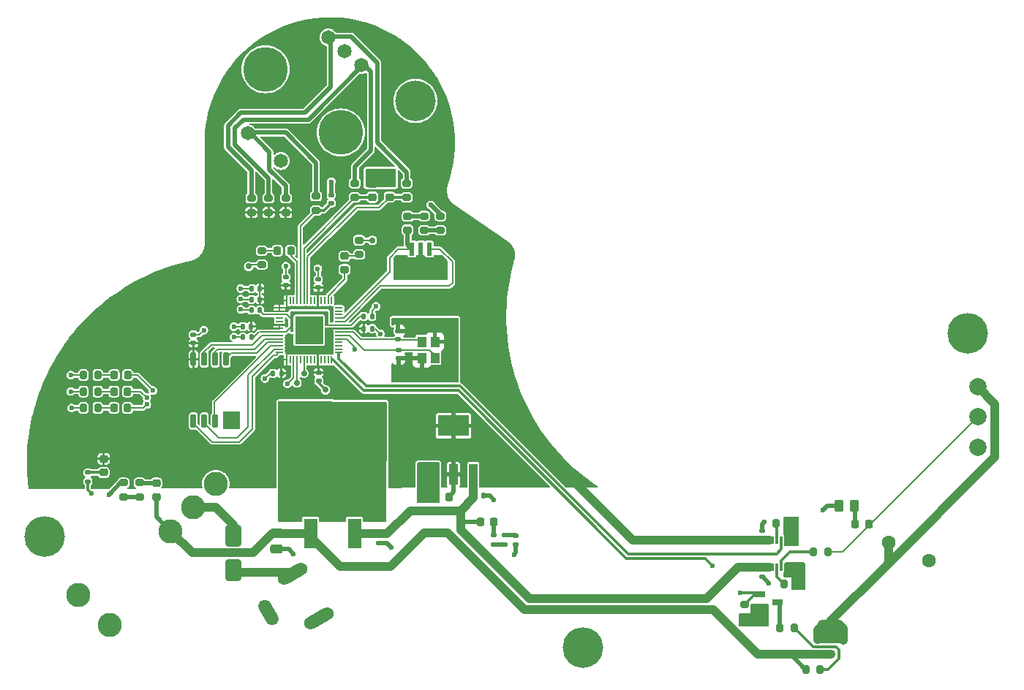
<source format=gbr>
%TF.GenerationSoftware,KiCad,Pcbnew,8.0.2*%
%TF.CreationDate,2024-12-31T23:32:28-06:00*%
%TF.ProjectId,LampBoardDesk,4c616d70-426f-4617-9264-4465736b2e6b,rev?*%
%TF.SameCoordinates,Original*%
%TF.FileFunction,Copper,L1,Top*%
%TF.FilePolarity,Positive*%
%FSLAX46Y46*%
G04 Gerber Fmt 4.6, Leading zero omitted, Abs format (unit mm)*
G04 Created by KiCad (PCBNEW 8.0.2) date 2024-12-31 23:32:28*
%MOMM*%
%LPD*%
G01*
G04 APERTURE LIST*
G04 Aperture macros list*
%AMRoundRect*
0 Rectangle with rounded corners*
0 $1 Rounding radius*
0 $2 $3 $4 $5 $6 $7 $8 $9 X,Y pos of 4 corners*
0 Add a 4 corners polygon primitive as box body*
4,1,4,$2,$3,$4,$5,$6,$7,$8,$9,$2,$3,0*
0 Add four circle primitives for the rounded corners*
1,1,$1+$1,$2,$3*
1,1,$1+$1,$4,$5*
1,1,$1+$1,$6,$7*
1,1,$1+$1,$8,$9*
0 Add four rect primitives between the rounded corners*
20,1,$1+$1,$2,$3,$4,$5,0*
20,1,$1+$1,$4,$5,$6,$7,0*
20,1,$1+$1,$6,$7,$8,$9,0*
20,1,$1+$1,$8,$9,$2,$3,0*%
%AMHorizOval*
0 Thick line with rounded ends*
0 $1 width*
0 $2 $3 position (X,Y) of the first rounded end (center of the circle)*
0 $4 $5 position (X,Y) of the second rounded end (center of the circle)*
0 Add line between two ends*
20,1,$1,$2,$3,$4,$5,0*
0 Add two circle primitives to create the rounded ends*
1,1,$1,$2,$3*
1,1,$1,$4,$5*%
G04 Aperture macros list end*
%TA.AperFunction,SMDPad,CuDef*%
%ADD10RoundRect,0.218750X-0.218750X-0.256250X0.218750X-0.256250X0.218750X0.256250X-0.218750X0.256250X0*%
%TD*%
%TA.AperFunction,SMDPad,CuDef*%
%ADD11RoundRect,0.200000X-0.275000X0.200000X-0.275000X-0.200000X0.275000X-0.200000X0.275000X0.200000X0*%
%TD*%
%TA.AperFunction,SMDPad,CuDef*%
%ADD12RoundRect,0.135000X-0.185000X0.135000X-0.185000X-0.135000X0.185000X-0.135000X0.185000X0.135000X0*%
%TD*%
%TA.AperFunction,SMDPad,CuDef*%
%ADD13RoundRect,0.140000X-0.170000X0.140000X-0.170000X-0.140000X0.170000X-0.140000X0.170000X0.140000X0*%
%TD*%
%TA.AperFunction,SMDPad,CuDef*%
%ADD14RoundRect,0.140000X0.170000X-0.140000X0.170000X0.140000X-0.170000X0.140000X-0.170000X-0.140000X0*%
%TD*%
%TA.AperFunction,SMDPad,CuDef*%
%ADD15R,1.250000X0.700000*%
%TD*%
%TA.AperFunction,SMDPad,CuDef*%
%ADD16RoundRect,0.200000X0.200000X0.275000X-0.200000X0.275000X-0.200000X-0.275000X0.200000X-0.275000X0*%
%TD*%
%TA.AperFunction,SMDPad,CuDef*%
%ADD17R,1.600000X3.500000*%
%TD*%
%TA.AperFunction,SMDPad,CuDef*%
%ADD18R,12.200000X9.750000*%
%TD*%
%TA.AperFunction,SMDPad,CuDef*%
%ADD19RoundRect,0.200000X0.275000X-0.200000X0.275000X0.200000X-0.275000X0.200000X-0.275000X-0.200000X0*%
%TD*%
%TA.AperFunction,SMDPad,CuDef*%
%ADD20R,0.980000X2.470000*%
%TD*%
%TA.AperFunction,SMDPad,CuDef*%
%ADD21R,3.600000X2.470000*%
%TD*%
%TA.AperFunction,SMDPad,CuDef*%
%ADD22RoundRect,0.140000X0.140000X0.170000X-0.140000X0.170000X-0.140000X-0.170000X0.140000X-0.170000X0*%
%TD*%
%TA.AperFunction,SMDPad,CuDef*%
%ADD23RoundRect,0.225000X0.250000X-0.225000X0.250000X0.225000X-0.250000X0.225000X-0.250000X-0.225000X0*%
%TD*%
%TA.AperFunction,SMDPad,CuDef*%
%ADD24RoundRect,0.218750X-0.256250X0.218750X-0.256250X-0.218750X0.256250X-0.218750X0.256250X0.218750X0*%
%TD*%
%TA.AperFunction,SMDPad,CuDef*%
%ADD25RoundRect,0.140000X-0.140000X-0.170000X0.140000X-0.170000X0.140000X0.170000X-0.140000X0.170000X0*%
%TD*%
%TA.AperFunction,SMDPad,CuDef*%
%ADD26R,0.420000X0.660000*%
%TD*%
%TA.AperFunction,SMDPad,CuDef*%
%ADD27R,0.600000X0.570000*%
%TD*%
%TA.AperFunction,SMDPad,CuDef*%
%ADD28R,2.400000X2.100000*%
%TD*%
%TA.AperFunction,SMDPad,CuDef*%
%ADD29RoundRect,0.250000X-0.650000X1.000000X-0.650000X-1.000000X0.650000X-1.000000X0.650000X1.000000X0*%
%TD*%
%TA.AperFunction,SMDPad,CuDef*%
%ADD30RoundRect,0.150000X0.150000X-0.650000X0.150000X0.650000X-0.150000X0.650000X-0.150000X-0.650000X0*%
%TD*%
%TA.AperFunction,ComponentPad*%
%ADD31C,4.700000*%
%TD*%
%TA.AperFunction,SMDPad,CuDef*%
%ADD32RoundRect,0.200000X-0.200000X-0.275000X0.200000X-0.275000X0.200000X0.275000X-0.200000X0.275000X0*%
%TD*%
%TA.AperFunction,SMDPad,CuDef*%
%ADD33R,0.300000X0.850000*%
%TD*%
%TA.AperFunction,SMDPad,CuDef*%
%ADD34RoundRect,0.250000X-0.475000X0.250000X-0.475000X-0.250000X0.475000X-0.250000X0.475000X0.250000X0*%
%TD*%
%TA.AperFunction,SMDPad,CuDef*%
%ADD35RoundRect,0.225000X-0.225000X-0.250000X0.225000X-0.250000X0.225000X0.250000X-0.225000X0.250000X0*%
%TD*%
%TA.AperFunction,SMDPad,CuDef*%
%ADD36R,1.100000X1.200000*%
%TD*%
%TA.AperFunction,SMDPad,CuDef*%
%ADD37R,0.600000X1.550000*%
%TD*%
%TA.AperFunction,SMDPad,CuDef*%
%ADD38R,1.200000X1.800000*%
%TD*%
%TA.AperFunction,HeatsinkPad*%
%ADD39R,3.200000X3.200000*%
%TD*%
%TA.AperFunction,SMDPad,CuDef*%
%ADD40RoundRect,0.050000X0.387500X-0.050000X0.387500X0.050000X-0.387500X0.050000X-0.387500X-0.050000X0*%
%TD*%
%TA.AperFunction,SMDPad,CuDef*%
%ADD41RoundRect,0.050000X0.050000X-0.387500X0.050000X0.387500X-0.050000X0.387500X-0.050000X-0.387500X0*%
%TD*%
%TA.AperFunction,SMDPad,CuDef*%
%ADD42RoundRect,0.218750X0.218750X0.256250X-0.218750X0.256250X-0.218750X-0.256250X0.218750X-0.256250X0*%
%TD*%
%TA.AperFunction,SMDPad,CuDef*%
%ADD43RoundRect,0.218750X0.256250X-0.218750X0.256250X0.218750X-0.256250X0.218750X-0.256250X-0.218750X0*%
%TD*%
%TA.AperFunction,SMDPad,CuDef*%
%ADD44RoundRect,0.250000X0.262500X0.450000X-0.262500X0.450000X-0.262500X-0.450000X0.262500X-0.450000X0*%
%TD*%
%TA.AperFunction,ComponentPad*%
%ADD45C,1.650000*%
%TD*%
%TA.AperFunction,ComponentPad*%
%ADD46C,5.161000*%
%TD*%
%TA.AperFunction,ComponentPad*%
%ADD47HorizOval,1.500000X0.952628X0.550000X-0.952628X-0.550000X0*%
%TD*%
%TA.AperFunction,ComponentPad*%
%ADD48HorizOval,1.500000X-0.425000X0.736122X0.425000X-0.736122X0*%
%TD*%
%TA.AperFunction,ComponentPad*%
%ADD49C,2.000000*%
%TD*%
%TA.AperFunction,ComponentPad*%
%ADD50C,1.600000*%
%TD*%
%TA.AperFunction,ComponentPad*%
%ADD51C,2.800000*%
%TD*%
%TA.AperFunction,ViaPad*%
%ADD52C,0.700000*%
%TD*%
%TA.AperFunction,ViaPad*%
%ADD53C,0.600000*%
%TD*%
%TA.AperFunction,Conductor*%
%ADD54C,0.200000*%
%TD*%
%TA.AperFunction,Conductor*%
%ADD55C,1.000000*%
%TD*%
%TA.AperFunction,Conductor*%
%ADD56C,0.500000*%
%TD*%
%TA.AperFunction,Conductor*%
%ADD57C,0.300000*%
%TD*%
G04 APERTURE END LIST*
D10*
%TO.P,D8,1,K*%
%TO.N,Net-(D8-K)*%
X109925000Y-71650000D03*
%TO.P,D8,2,A*%
%TO.N,/LED_D_O*%
X111500000Y-71650000D03*
%TD*%
D11*
%TO.P,R6,1*%
%TO.N,Net-(SW1-A)*%
X40000000Y-33925000D03*
%TO.P,R6,2*%
%TO.N,+3.3V*%
X40000000Y-35575000D03*
%TD*%
D12*
%TO.P,R31,1*%
%TO.N,Net-(R30-Pad1)*%
X70600000Y-72990000D03*
%TO.P,R31,2*%
%TO.N,GND*%
X70600000Y-74010000D03*
%TD*%
D13*
%TO.P,C2,1*%
%TO.N,/XIN*%
X57050000Y-51470000D03*
%TO.P,C2,2*%
%TO.N,GND*%
X57050000Y-52430000D03*
%TD*%
D14*
%TO.P,C1,1*%
%TO.N,+3.3V*%
X33300000Y-50680000D03*
%TO.P,C1,2*%
%TO.N,GND*%
X33300000Y-49720000D03*
%TD*%
D15*
%TO.P,Q1,1,G*%
%TO.N,/LED_EN*%
X98900000Y-79750000D03*
%TO.P,Q1,2,S*%
%TO.N,GND*%
X98900000Y-81650000D03*
%TO.P,Q1,3,D*%
%TO.N,Net-(Q1-D)*%
X100900000Y-80700000D03*
%TD*%
D16*
%TO.P,R12,1*%
%TO.N,Net-(D5-K)*%
X22225000Y-58200000D03*
%TO.P,R12,2*%
%TO.N,GND*%
X20575000Y-58200000D03*
%TD*%
D17*
%TO.P,IC1,1,INPUT*%
%TO.N,+24V*%
X46860000Y-72775000D03*
%TO.P,IC1,3,OUTPUT*%
%TO.N,+5V*%
X51940000Y-72775000D03*
D18*
%TO.P,IC1,4,GND*%
%TO.N,GND*%
X49400000Y-62500000D03*
%TD*%
D19*
%TO.P,R2,1*%
%TO.N,Net-(R2-Pad1)*%
X27100000Y-68525000D03*
%TO.P,R2,2*%
%TO.N,Net-(D1-K)*%
X27100000Y-66875000D03*
%TD*%
D16*
%TO.P,R14,1*%
%TO.N,Net-(D7-K)*%
X22225000Y-56300000D03*
%TO.P,R14,2*%
%TO.N,GND*%
X20575000Y-56300000D03*
%TD*%
D11*
%TO.P,R22,1*%
%TO.N,Net-(SW1-B)*%
X52000000Y-32175000D03*
%TO.P,R22,2*%
%TO.N,/ENC_B*%
X52000000Y-33825000D03*
%TD*%
D20*
%TO.P,CR1,1,GND*%
%TO.N,GND*%
X61100000Y-65930000D03*
%TO.P,CR1,2,VOUT*%
%TO.N,+3.3V*%
X63400000Y-65930000D03*
%TO.P,CR1,3,VIN*%
%TO.N,+5V*%
X65700000Y-65930000D03*
D21*
%TO.P,CR1,4,VOUT*%
%TO.N,+3.3V*%
X63400000Y-60270000D03*
%TD*%
D11*
%TO.P,R5,1*%
%TO.N,Net-(D4-K)*%
X60000000Y-35975000D03*
%TO.P,R5,2*%
%TO.N,Net-(R28-Pad2)*%
X60000000Y-37625000D03*
%TD*%
D22*
%TO.P,C21,1*%
%TO.N,+3.3V*%
X39980000Y-48762500D03*
%TO.P,C21,2*%
%TO.N,GND*%
X39020000Y-48762500D03*
%TD*%
D19*
%TO.P,R21,1*%
%TO.N,/ENC_A*%
X58000000Y-33825000D03*
%TO.P,R21,2*%
%TO.N,Net-(SW1-A)*%
X58000000Y-32175000D03*
%TD*%
%TO.P,R29,1*%
%TO.N,Net-(R2-Pad1)*%
X25200000Y-68525000D03*
%TO.P,R29,2*%
%TO.N,GND*%
X25200000Y-66875000D03*
%TD*%
D11*
%TO.P,R8,1*%
%TO.N,Net-(R23-Pad2)*%
X44000000Y-33925000D03*
%TO.P,R8,2*%
%TO.N,+3.3V*%
X44000000Y-35575000D03*
%TD*%
D23*
%TO.P,C23,1*%
%TO.N,/ENC_A*%
X56000000Y-33775000D03*
%TO.P,C23,2*%
%TO.N,GND*%
X56000000Y-32225000D03*
%TD*%
D24*
%TO.P,D1,1,K*%
%TO.N,Net-(D1-K)*%
X29000000Y-66912500D03*
%TO.P,D1,2,A*%
%TO.N,+24V*%
X29000000Y-68487500D03*
%TD*%
D25*
%TO.P,C12,1*%
%TO.N,+1V1*%
X53020000Y-47587500D03*
%TO.P,C12,2*%
%TO.N,GND*%
X53980000Y-47587500D03*
%TD*%
D24*
%TO.P,D4,1,K*%
%TO.N,Net-(D4-K)*%
X58100000Y-36012500D03*
%TO.P,D4,2,A*%
%TO.N,/SW_D*%
X58100000Y-37587500D03*
%TD*%
D14*
%TO.P,C9,1*%
%TO.N,/BTN*%
X49250000Y-34480000D03*
%TO.P,C9,2*%
%TO.N,GND*%
X49250000Y-33520000D03*
%TD*%
D26*
%TO.P,Q2,1,S*%
%TO.N,+24V*%
X106070000Y-86650000D03*
%TO.P,Q2,2,S*%
X106720000Y-86650000D03*
%TO.P,Q2,3,S*%
X107370000Y-86650000D03*
%TO.P,Q2,4,G*%
%TO.N,Net-(Q2-G)*%
X108020000Y-86650000D03*
%TO.P,Q2,5,D*%
%TO.N,Net-(C4-Pad1)*%
X108020000Y-83250000D03*
%TO.P,Q2,6,D*%
X107370000Y-83250000D03*
%TO.P,Q2,7,D*%
X106720000Y-83250000D03*
D27*
%TO.P,Q2,8,D*%
X105600000Y-85100000D03*
D26*
X106070000Y-83250000D03*
D28*
X107050000Y-84450000D03*
D27*
X108500000Y-85100000D03*
%TD*%
D22*
%TO.P,C15,1*%
%TO.N,+3.3V*%
X40980000Y-45637500D03*
%TO.P,C15,2*%
%TO.N,GND*%
X40020000Y-45637500D03*
%TD*%
%TO.P,C14,1*%
%TO.N,+1V1*%
X40000000Y-50012500D03*
%TO.P,C14,2*%
%TO.N,GND*%
X39040000Y-50012500D03*
%TD*%
D29*
%TO.P,D11,1,K*%
%TO.N,Net-(D11-K)*%
X37950000Y-73000000D03*
%TO.P,D11,2,A*%
%TO.N,Net-(D11-A)*%
X37950000Y-77000000D03*
%TD*%
D16*
%TO.P,R17,1*%
%TO.N,Net-(Q2-G)*%
X105825000Y-88500000D03*
%TO.P,R17,2*%
%TO.N,+24V*%
X104175000Y-88500000D03*
%TD*%
D30*
%TO.P,U2,1,~{CS}*%
%TO.N,/QSPI_SS*%
X33295000Y-59737500D03*
%TO.P,U2,2,DO(IO1)*%
%TO.N,/QSPI_SD1*%
X34565000Y-59737500D03*
%TO.P,U2,3,IO2*%
%TO.N,/QSPI_SD2*%
X35835000Y-59737500D03*
%TO.P,U2,4,GND*%
%TO.N,GND*%
X37105000Y-59737500D03*
%TO.P,U2,5,DI(IO0)*%
%TO.N,/QSPI_SD0*%
X37105000Y-52537500D03*
%TO.P,U2,6,CLK*%
%TO.N,/QSPI_SCLK*%
X35835000Y-52537500D03*
%TO.P,U2,7,IO3*%
%TO.N,/QSPI_SD3*%
X34565000Y-52537500D03*
%TO.P,U2,8,VCC*%
%TO.N,+3.3V*%
X33295000Y-52537500D03*
%TD*%
D31*
%TO.P,H3,1,1*%
%TO.N,GND*%
X16085891Y-73119257D03*
%TD*%
D10*
%TO.P,D6,1,K*%
%TO.N,Net-(D6-K)*%
X43012500Y-40000000D03*
%TO.P,D6,2,A*%
%TO.N,/BTN_LED*%
X44587500Y-40000000D03*
%TD*%
D23*
%TO.P,C24,1*%
%TO.N,/ENC_B*%
X54000000Y-33800000D03*
%TO.P,C24,2*%
%TO.N,GND*%
X54000000Y-32250000D03*
%TD*%
D10*
%TO.P,D5,1,K*%
%TO.N,Net-(D5-K)*%
X24112500Y-58200000D03*
%TO.P,D5,2,A*%
%TO.N,/ENC_LED*%
X25687500Y-58200000D03*
%TD*%
D13*
%TO.P,C17,1*%
%TO.N,+3.3V*%
X47800000Y-54120000D03*
%TO.P,C17,2*%
%TO.N,GND*%
X47800000Y-55080000D03*
%TD*%
%TO.P,C6,1*%
%TO.N,+5V*%
X54800000Y-72920000D03*
%TO.P,C6,2*%
%TO.N,GND*%
X54800000Y-73880000D03*
%TD*%
D32*
%TO.P,R9,1*%
%TO.N,Net-(IC2-B1)*%
X100775000Y-71600000D03*
%TO.P,R9,2*%
%TO.N,GND*%
X102425000Y-71600000D03*
%TD*%
D31*
%TO.P,H4,1,1*%
%TO.N,GND*%
X59000000Y-22650000D03*
%TD*%
D13*
%TO.P,C3,1*%
%TO.N,GND*%
X57000000Y-49282500D03*
%TO.P,C3,2*%
%TO.N,/XOUT*%
X57000000Y-50242500D03*
%TD*%
D14*
%TO.P,C11,1*%
%TO.N,+3.3V*%
X99100000Y-73380000D03*
%TO.P,C11,2*%
%TO.N,GND*%
X99100000Y-72420000D03*
%TD*%
D33*
%TO.P,IC2,1,VCCA*%
%TO.N,+5V*%
X100350000Y-76675000D03*
%TO.P,IC2,2,A1*%
%TO.N,Net-(IC2-A1)*%
X100850000Y-76675000D03*
%TO.P,IC2,3,A2*%
%TO.N,Net-(IC2-A2)*%
X101350000Y-76675000D03*
%TO.P,IC2,4,GND*%
%TO.N,GND*%
X101850000Y-76675000D03*
%TO.P,IC2,5,DIR*%
X101850000Y-73525000D03*
%TO.P,IC2,6,B2*%
%TO.N,/LED_D*%
X101350000Y-73525000D03*
%TO.P,IC2,7,B1*%
%TO.N,Net-(IC2-B1)*%
X100850000Y-73525000D03*
%TO.P,IC2,8,VCCB*%
%TO.N,+3.3V*%
X100350000Y-73525000D03*
%TD*%
D31*
%TO.P,H1,1,1*%
%TO.N,GND*%
X122900000Y-49600000D03*
%TD*%
D11*
%TO.P,R13,1*%
%TO.N,Net-(D6-K)*%
X41200000Y-39975000D03*
%TO.P,R13,2*%
%TO.N,GND*%
X41200000Y-41625000D03*
%TD*%
D34*
%TO.P,C5,1*%
%TO.N,+24V*%
X42900000Y-72650000D03*
%TO.P,C5,2*%
%TO.N,GND*%
X42900000Y-74550000D03*
%TD*%
D22*
%TO.P,C13,1*%
%TO.N,+1V1*%
X40980000Y-46887500D03*
%TO.P,C13,2*%
%TO.N,GND*%
X40020000Y-46887500D03*
%TD*%
D10*
%TO.P,D10,1,K*%
%TO.N,Net-(D10-K)*%
X24125000Y-54400000D03*
%TO.P,D10,2,A*%
%TO.N,/LED_EN_LED*%
X25700000Y-54400000D03*
%TD*%
D22*
%TO.P,C7,1*%
%TO.N,GND*%
X66880000Y-68400000D03*
%TO.P,C7,2*%
%TO.N,+5V*%
X65920000Y-68400000D03*
%TD*%
D24*
%TO.P,D9,1,K*%
%TO.N,Net-(D9-K)*%
X50800000Y-40612500D03*
%TO.P,D9,2,A*%
%TO.N,/BOOT_LED*%
X50800000Y-42187500D03*
%TD*%
D16*
%TO.P,R18,1*%
%TO.N,Net-(D10-K)*%
X22225000Y-54400000D03*
%TO.P,R18,2*%
%TO.N,GND*%
X20575000Y-54400000D03*
%TD*%
D35*
%TO.P,C8,1*%
%TO.N,GND*%
X61325000Y-68500000D03*
%TO.P,C8,2*%
%TO.N,+3.3V*%
X62875000Y-68500000D03*
%TD*%
D12*
%TO.P,R4,1*%
%TO.N,Net-(D3-K)*%
X21100000Y-65690000D03*
%TO.P,R4,2*%
%TO.N,GND*%
X21100000Y-66710000D03*
%TD*%
D13*
%TO.P,C10,1*%
%TO.N,+5V*%
X99100000Y-76820000D03*
%TO.P,C10,2*%
%TO.N,GND*%
X99100000Y-77780000D03*
%TD*%
D22*
%TO.P,C16,1*%
%TO.N,+3.3V*%
X43480000Y-54187500D03*
%TO.P,C16,2*%
%TO.N,GND*%
X42520000Y-54187500D03*
%TD*%
D36*
%TO.P,Y1,1,1*%
%TO.N,/XOUT*%
X59750000Y-50537500D03*
%TO.P,Y1,2,GND*%
%TO.N,GND*%
X59750000Y-52437500D03*
%TO.P,Y1,3,3*%
%TO.N,/XIN*%
X61250000Y-52437500D03*
%TO.P,Y1,4,GND*%
%TO.N,GND*%
X61250000Y-50537500D03*
%TD*%
D31*
%TO.P,H2,1,1*%
%TO.N,GND*%
X78400000Y-86000000D03*
%TD*%
D25*
%TO.P,C18,1*%
%TO.N,+3.3V*%
X53020000Y-49012500D03*
%TO.P,C18,2*%
%TO.N,GND*%
X53980000Y-49012500D03*
%TD*%
D19*
%TO.P,R16,1*%
%TO.N,Net-(D9-K)*%
X52500000Y-40425000D03*
%TO.P,R16,2*%
%TO.N,GND*%
X52500000Y-38775000D03*
%TD*%
D12*
%TO.P,R3,1*%
%TO.N,Net-(D2-K)*%
X68100000Y-72970000D03*
%TO.P,R3,2*%
%TO.N,Net-(R3-Pad2)*%
X68100000Y-73990000D03*
%TD*%
D37*
%TO.P,J1,1,1*%
%TO.N,/SW_D*%
X58600002Y-39800000D03*
%TO.P,J1,2,2*%
%TO.N,GND*%
X59600002Y-39800000D03*
%TO.P,J1,3,3*%
%TO.N,/SW_CLK*%
X60600002Y-39800000D03*
D38*
%TO.P,J1,4,4*%
%TO.N,GND*%
X61900002Y-42320000D03*
%TO.P,J1,5,5*%
X57300002Y-42320000D03*
%TD*%
D32*
%TO.P,R10,1*%
%TO.N,Net-(IC2-A1)*%
X101675000Y-78600000D03*
%TO.P,R10,2*%
%TO.N,GND*%
X103325000Y-78600000D03*
%TD*%
D39*
%TO.P,U1,57,GND*%
%TO.N,GND*%
X46700000Y-49200000D03*
D40*
%TO.P,U1,56,QSPI_SS*%
%TO.N,/QSPI_SS*%
X43262500Y-51800000D03*
%TO.P,U1,55,QSPI_SD1*%
%TO.N,/QSPI_SD1*%
X43262500Y-51400000D03*
%TO.P,U1,54,QSPI_SD2*%
%TO.N,/QSPI_SD2*%
X43262500Y-51000000D03*
%TO.P,U1,53,QSPI_SD0*%
%TO.N,/QSPI_SD0*%
X43262500Y-50600000D03*
%TO.P,U1,52,QSPI_SCLK*%
%TO.N,/QSPI_SCLK*%
X43262500Y-50200000D03*
%TO.P,U1,51,QSPI_SD3*%
%TO.N,/QSPI_SD3*%
X43262500Y-49800000D03*
%TO.P,U1,50,DVDD*%
%TO.N,+1V1*%
X43262500Y-49400000D03*
%TO.P,U1,49,IOVDD*%
%TO.N,+3.3V*%
X43262500Y-49000000D03*
%TO.P,U1,48,USB_VDD*%
X43262500Y-48600000D03*
%TO.P,U1,47,USB_DP*%
%TO.N,unconnected-(U1-USB_DP-Pad47)*%
X43262500Y-48200000D03*
%TO.P,U1,46,USB_DM*%
%TO.N,unconnected-(U1-USB_DM-Pad46)*%
X43262500Y-47800000D03*
%TO.P,U1,45,VREG_VOUT*%
%TO.N,+1V1*%
X43262500Y-47400000D03*
%TO.P,U1,44,VREG_IN*%
%TO.N,+3.3V*%
X43262500Y-47000000D03*
%TO.P,U1,43,ADC_AVDD*%
X43262500Y-46600000D03*
D41*
%TO.P,U1,42,IOVDD*%
X44100000Y-45762500D03*
%TO.P,U1,41,GPIO29_ADC3*%
%TO.N,unconnected-(U1-GPIO29_ADC3-Pad41)*%
X44500000Y-45762500D03*
%TO.P,U1,40,GPIO28_ADC2*%
%TO.N,unconnected-(U1-GPIO28_ADC2-Pad40)*%
X44900000Y-45762500D03*
%TO.P,U1,39,GPIO27_ADC1*%
%TO.N,/BTN_LED*%
X45300000Y-45762500D03*
%TO.P,U1,38,GPIO26_ADC0*%
%TO.N,/BTN*%
X45700000Y-45762500D03*
%TO.P,U1,37,GPIO25*%
%TO.N,/ENC_B*%
X46100000Y-45762500D03*
%TO.P,U1,36,GPIO24*%
%TO.N,/ENC_A*%
X46500000Y-45762500D03*
%TO.P,U1,35,GPIO23*%
%TO.N,unconnected-(U1-GPIO23-Pad35)*%
X46900000Y-45762500D03*
%TO.P,U1,34,GPIO22*%
%TO.N,unconnected-(U1-GPIO22-Pad34)*%
X47300000Y-45762500D03*
%TO.P,U1,33,IOVDD*%
%TO.N,+3.3V*%
X47700000Y-45762500D03*
%TO.P,U1,32,GPIO21*%
%TO.N,unconnected-(U1-GPIO21-Pad32)*%
X48100000Y-45762500D03*
%TO.P,U1,31,GPIO20*%
%TO.N,unconnected-(U1-GPIO20-Pad31)*%
X48500000Y-45762500D03*
%TO.P,U1,30,GPIO19*%
%TO.N,/BOOT_LED*%
X48900000Y-45762500D03*
%TO.P,U1,29,GPIO18*%
%TO.N,unconnected-(U1-GPIO18-Pad29)*%
X49300000Y-45762500D03*
D40*
%TO.P,U1,28,GPIO17*%
%TO.N,unconnected-(U1-GPIO17-Pad28)*%
X50137500Y-46600000D03*
%TO.P,U1,27,GPIO16*%
%TO.N,unconnected-(U1-GPIO16-Pad27)*%
X50137500Y-47000000D03*
%TO.P,U1,26,RUN*%
%TO.N,unconnected-(U1-RUN-Pad26)*%
X50137500Y-47400000D03*
%TO.P,U1,25,SWD*%
%TO.N,/SW_D*%
X50137500Y-47800000D03*
%TO.P,U1,24,SWCLK*%
%TO.N,/SW_CLK*%
X50137500Y-48200000D03*
%TO.P,U1,23,DVDD*%
%TO.N,+1V1*%
X50137500Y-48600000D03*
%TO.P,U1,22,IOVDD*%
%TO.N,+3.3V*%
X50137500Y-49000000D03*
%TO.P,U1,21,XOUT*%
%TO.N,/XOUT*%
X50137500Y-49400000D03*
%TO.P,U1,20,XIN*%
%TO.N,/XIN*%
X50137500Y-49800000D03*
%TO.P,U1,19,TESTEN*%
%TO.N,GND*%
X50137500Y-50200000D03*
%TO.P,U1,18,GPIO15*%
%TO.N,unconnected-(U1-GPIO15-Pad18)*%
X50137500Y-50600000D03*
%TO.P,U1,17,GPIO14*%
%TO.N,unconnected-(U1-GPIO14-Pad17)*%
X50137500Y-51000000D03*
%TO.P,U1,16,GPIO13*%
%TO.N,unconnected-(U1-GPIO13-Pad16)*%
X50137500Y-51400000D03*
%TO.P,U1,15,GPIO12*%
%TO.N,/LED_D*%
X50137500Y-51800000D03*
D41*
%TO.P,U1,14,GPIO11*%
%TO.N,/LED_EN*%
X49300000Y-52637500D03*
%TO.P,U1,13,GPIO10*%
%TO.N,unconnected-(U1-GPIO10-Pad13)*%
X48900000Y-52637500D03*
%TO.P,U1,12,GPIO9*%
%TO.N,unconnected-(U1-GPIO9-Pad12)*%
X48500000Y-52637500D03*
%TO.P,U1,11,GPIO8*%
%TO.N,unconnected-(U1-GPIO8-Pad11)*%
X48100000Y-52637500D03*
%TO.P,U1,10,IOVDD*%
%TO.N,+3.3V*%
X47700000Y-52637500D03*
%TO.P,U1,9,GPIO7*%
%TO.N,unconnected-(U1-GPIO7-Pad9)*%
X47300000Y-52637500D03*
%TO.P,U1,8,GPIO6*%
%TO.N,unconnected-(U1-GPIO6-Pad8)*%
X46900000Y-52637500D03*
%TO.P,U1,7,GPIO5*%
%TO.N,unconnected-(U1-GPIO5-Pad7)*%
X46500000Y-52637500D03*
%TO.P,U1,6,GPIO4*%
%TO.N,/ENC_LED*%
X46100000Y-52637500D03*
%TO.P,U1,5,GPIO3*%
%TO.N,unconnected-(U1-GPIO3-Pad5)*%
X45700000Y-52637500D03*
%TO.P,U1,4,GPIO2*%
%TO.N,/MGR_LED*%
X45300000Y-52637500D03*
%TO.P,U1,3,GPIO1*%
%TO.N,/LED_EN_LED*%
X44900000Y-52637500D03*
%TO.P,U1,2,GPIO0*%
%TO.N,unconnected-(U1-GPIO0-Pad2)*%
X44500000Y-52637500D03*
%TO.P,U1,1,IOVDD*%
%TO.N,+3.3V*%
X44100000Y-52637500D03*
%TD*%
D14*
%TO.P,C19,1*%
%TO.N,+3.3V*%
X47750000Y-44242500D03*
%TO.P,C19,2*%
%TO.N,GND*%
X47750000Y-43282500D03*
%TD*%
D16*
%TO.P,R11,1*%
%TO.N,/LED_D_O*%
X106725000Y-74900000D03*
%TO.P,R11,2*%
%TO.N,Net-(IC2-A2)*%
X105075000Y-74900000D03*
%TD*%
D22*
%TO.P,C22,1*%
%TO.N,+3.3V*%
X40980000Y-44387500D03*
%TO.P,C22,2*%
%TO.N,GND*%
X40020000Y-44387500D03*
%TD*%
D42*
%TO.P,D2,1,K*%
%TO.N,Net-(D2-K)*%
X68087500Y-71400000D03*
%TO.P,D2,2,A*%
%TO.N,+5V*%
X66512500Y-71400000D03*
%TD*%
D11*
%TO.P,R7,1*%
%TO.N,Net-(SW1-B)*%
X42000000Y-33925000D03*
%TO.P,R7,2*%
%TO.N,+3.3V*%
X42000000Y-35575000D03*
%TD*%
D43*
%TO.P,D3,1,K*%
%TO.N,Net-(D3-K)*%
X22900000Y-65687500D03*
%TO.P,D3,2,A*%
%TO.N,+3.3V*%
X22900000Y-64112500D03*
%TD*%
D44*
%TO.P,R15,1*%
%TO.N,Net-(D8-K)*%
X109812500Y-69550000D03*
%TO.P,R15,2*%
%TO.N,GND*%
X107987500Y-69550000D03*
%TD*%
D32*
%TO.P,R19,1*%
%TO.N,Net-(Q1-D)*%
X101175000Y-83700000D03*
%TO.P,R19,2*%
%TO.N,Net-(Q2-G)*%
X102825000Y-83700000D03*
%TD*%
D19*
%TO.P,R23,1*%
%TO.N,/BTN*%
X47500000Y-35325000D03*
%TO.P,R23,2*%
%TO.N,Net-(R23-Pad2)*%
X47500000Y-33675000D03*
%TD*%
D12*
%TO.P,R30,1*%
%TO.N,Net-(R30-Pad1)*%
X69300000Y-72970000D03*
%TO.P,R30,2*%
%TO.N,Net-(R3-Pad2)*%
X69300000Y-73990000D03*
%TD*%
D19*
%TO.P,R20,1*%
%TO.N,GND*%
X97100000Y-82625000D03*
%TO.P,R20,2*%
%TO.N,/LED_EN*%
X97100000Y-80975000D03*
%TD*%
D14*
%TO.P,C20,1*%
%TO.N,+3.3V*%
X44000000Y-43992500D03*
%TO.P,C20,2*%
%TO.N,GND*%
X44000000Y-43032500D03*
%TD*%
D11*
%TO.P,R28,1*%
%TO.N,GND*%
X61900000Y-35975000D03*
%TO.P,R28,2*%
%TO.N,Net-(R28-Pad2)*%
X61900000Y-37625000D03*
%TD*%
D10*
%TO.P,D7,1,K*%
%TO.N,Net-(D7-K)*%
X24112500Y-56300000D03*
%TO.P,D7,2,A*%
%TO.N,/MGR_LED*%
X25687500Y-56300000D03*
%TD*%
D45*
%TO.P,SW1,1,1*%
%TO.N,Net-(R23-Pad2)*%
X39597294Y-26395626D03*
%TO.P,SW1,2,2*%
%TO.N,GND*%
X43427516Y-29609564D03*
%TO.P,SW1,A1,A*%
%TO.N,Net-(SW1-A)*%
X48917714Y-15287982D03*
%TO.P,SW1,B1,B*%
%TO.N,Net-(SW1-B)*%
X52747936Y-18501920D03*
%TO.P,SW1,C1,C*%
%TO.N,GND*%
X50832825Y-16894951D03*
D46*
%TO.P,SW1,MH1,MH1*%
X41645465Y-18976395D03*
%TO.P,SW1,MH2,MH2*%
X50378372Y-26304173D03*
%TD*%
D47*
%TO.P,J4,1,1*%
%TO.N,Net-(D11-A)*%
X44803879Y-77401621D03*
%TO.P,J4,2,2*%
%TO.N,GND*%
X47803879Y-82597773D03*
D48*
%TO.P,J4,3,3*%
X42026861Y-81891684D03*
%TD*%
D49*
%TO.P,J3,1,1*%
%TO.N,GND*%
X124100000Y-62750000D03*
%TO.P,J3,2,2*%
%TO.N,/LED_D_O*%
X124100000Y-59250000D03*
%TO.P,J3,3,3*%
%TO.N,Net-(C4-Pad1)*%
X124100000Y-55750000D03*
%TD*%
D50*
%TO.P,C4,1,1*%
%TO.N,Net-(C4-Pad1)*%
X113797978Y-73736734D03*
%TO.P,C4,2,2*%
%TO.N,GND*%
X118402022Y-75883634D03*
%TD*%
D51*
%TO.P,SW2,EH,EH*%
%TO.N,GND*%
X19965148Y-79844060D03*
X23619394Y-83372925D03*
%TO.P,SW2,3,3*%
%TO.N,unconnected-(SW2-Pad3)*%
X35907729Y-66991508D03*
%TO.P,SW2,2,2*%
%TO.N,Net-(D11-K)*%
X33261081Y-69732192D03*
%TO.P,SW2,1,1*%
%TO.N,+24V*%
X30614432Y-72472877D03*
%TD*%
D52*
%TO.N,GND*%
X60600000Y-41600000D03*
D53*
X60500000Y-54762500D03*
X53800000Y-31000000D03*
D52*
X59600002Y-41600000D03*
X54000000Y-38800000D03*
D53*
X59800000Y-66100000D03*
X19100000Y-54400000D03*
X99900000Y-78500000D03*
X54950000Y-49637500D03*
D52*
X39700000Y-41800000D03*
D53*
X46800000Y-50300000D03*
D52*
X58600002Y-42800000D03*
D53*
X99500000Y-83000000D03*
X68100000Y-68900000D03*
X63400000Y-54800000D03*
X47700000Y-42087500D03*
X38200000Y-59137500D03*
D52*
X48300000Y-69900000D03*
D53*
X52000000Y-51387500D03*
X60800000Y-34700000D03*
X21500000Y-68100000D03*
X98400000Y-83000000D03*
X56200000Y-74400000D03*
D52*
X46300000Y-68500000D03*
D53*
X44900000Y-75100000D03*
D52*
X50300000Y-68500000D03*
X54300000Y-68500000D03*
D53*
X59800000Y-67400000D03*
X38800000Y-46787500D03*
X38000000Y-49987500D03*
X60500000Y-48262500D03*
D52*
X46300000Y-69900000D03*
D53*
X47800000Y-47900000D03*
D52*
X48600000Y-56100000D03*
D53*
X102900000Y-77300000D03*
D52*
X54300000Y-69900000D03*
D53*
X44000000Y-41787500D03*
X102900000Y-72800000D03*
X23500000Y-68300000D03*
D52*
X48300000Y-68500000D03*
D53*
X38000000Y-48787500D03*
X47800000Y-50300000D03*
X45600000Y-47900000D03*
X57000000Y-48262500D03*
X19200000Y-58200000D03*
D52*
X50300000Y-69900000D03*
X52300000Y-69900000D03*
D53*
X45600000Y-49100000D03*
X38800000Y-44387500D03*
X59800000Y-64900000D03*
D52*
X44300000Y-68500000D03*
D53*
X38200000Y-60137500D03*
X103600000Y-76600000D03*
X45600000Y-50300000D03*
X54450000Y-46462500D03*
D52*
X60600000Y-42800000D03*
D53*
X55000000Y-31000000D03*
X47800000Y-49100000D03*
X70400000Y-75200000D03*
X59800000Y-68700000D03*
X57000000Y-54762500D03*
D52*
X52300000Y-68500000D03*
D53*
X56250000Y-31000000D03*
X38800000Y-45587500D03*
X34500000Y-49200000D03*
X63400000Y-48300000D03*
X99400000Y-71400000D03*
X106200000Y-70050000D03*
D52*
X58600002Y-41600000D03*
D53*
X46800000Y-49100000D03*
X19100000Y-56300000D03*
X49250000Y-32000000D03*
D52*
X59600002Y-42800000D03*
D53*
X102900000Y-73800000D03*
X41600000Y-54787500D03*
X46800000Y-47900000D03*
%TO.N,+3.3V*%
X41800000Y-64500000D03*
X41800000Y-65800000D03*
X58500000Y-63300000D03*
X41800000Y-62000000D03*
X70900000Y-66700000D03*
X40600000Y-64500000D03*
X71900000Y-66700000D03*
X57300000Y-60700000D03*
X57300000Y-62000000D03*
X58500000Y-62000000D03*
X76700002Y-65500000D03*
X58500000Y-59500000D03*
X41800000Y-63200000D03*
X75500000Y-65500000D03*
X71900000Y-65500000D03*
X58500000Y-60700000D03*
X40600000Y-62000000D03*
X57300000Y-63300000D03*
X57300000Y-59500000D03*
X76300000Y-66700000D03*
X70900000Y-65500000D03*
X40600000Y-63200000D03*
X40600000Y-65800000D03*
X77200000Y-66700000D03*
D52*
%TO.N,/ENC_LED*%
X46100000Y-54200000D03*
D53*
X27900000Y-57800000D03*
D52*
%TO.N,/MGR_LED*%
X45279738Y-55310213D03*
D53*
X27900000Y-57000000D03*
%TO.N,/LED_EN_LED*%
X44200000Y-55400000D03*
X28600000Y-56200000D03*
%TO.N,/LED_EN*%
X93400000Y-76500000D03*
X96600000Y-79600000D03*
%TD*%
D54*
%TO.N,GND*%
X40020000Y-44387500D02*
X38800000Y-44387500D01*
D55*
X51200000Y-64300000D02*
X49400000Y-62500000D01*
D54*
X53975000Y-38775000D02*
X54000000Y-38800000D01*
X41200000Y-41625000D02*
X39875000Y-41625000D01*
X47750000Y-43282500D02*
X47750000Y-42137500D01*
X40020000Y-46887500D02*
X38900000Y-46887500D01*
D56*
X99100000Y-77780000D02*
X99180000Y-77780000D01*
X99100000Y-72420000D02*
X99100000Y-71700000D01*
D54*
X53980000Y-47587500D02*
X53980000Y-46932500D01*
D57*
X21100000Y-67700000D02*
X21500000Y-68100000D01*
D56*
X61900000Y-35975000D02*
X61900000Y-35800000D01*
X67600000Y-68400000D02*
X68100000Y-68900000D01*
D57*
X21100000Y-66710000D02*
X21100000Y-67700000D01*
D54*
X53980000Y-46932500D02*
X54450000Y-46462500D01*
X54325000Y-49012500D02*
X54950000Y-49637500D01*
D56*
X25200000Y-66875000D02*
X24925000Y-66875000D01*
D57*
X47800000Y-55300000D02*
X48600000Y-56100000D01*
D54*
X51012500Y-50200000D02*
X52000000Y-51187500D01*
D57*
X47800000Y-55080000D02*
X47800000Y-55300000D01*
D54*
X33300000Y-49720000D02*
X33980000Y-49720000D01*
X39040000Y-50012500D02*
X38025000Y-50012500D01*
X42200000Y-54187500D02*
X41600000Y-54787500D01*
X40020000Y-45637500D02*
X38850000Y-45637500D01*
D56*
X42900000Y-74550000D02*
X44350000Y-74550000D01*
X44350000Y-74550000D02*
X44900000Y-75100000D01*
D54*
X20575000Y-56300000D02*
X19100000Y-56300000D01*
D56*
X70600000Y-74010000D02*
X70600000Y-75000000D01*
D54*
X52500000Y-38775000D02*
X53975000Y-38775000D01*
X50137500Y-50200000D02*
X51012500Y-50200000D01*
X33980000Y-49720000D02*
X34500000Y-49200000D01*
D56*
X99100000Y-71700000D02*
X99400000Y-71400000D01*
X70600000Y-75000000D02*
X70400000Y-75200000D01*
D54*
X39020000Y-48762500D02*
X38025000Y-48762500D01*
D56*
X99180000Y-77780000D02*
X99900000Y-78500000D01*
X24925000Y-66875000D02*
X23500000Y-68300000D01*
X106700000Y-69550000D02*
X106200000Y-70050000D01*
X66880000Y-68400000D02*
X67600000Y-68400000D01*
X55680000Y-73880000D02*
X56200000Y-74400000D01*
D54*
X20575000Y-54400000D02*
X19100000Y-54400000D01*
X44000000Y-43032500D02*
X44000000Y-41787500D01*
X20575000Y-58200000D02*
X19200000Y-58200000D01*
D56*
X54800000Y-73880000D02*
X55680000Y-73880000D01*
X61900000Y-35800000D02*
X60800000Y-34700000D01*
X107987500Y-69550000D02*
X106700000Y-69550000D01*
X49250000Y-33520000D02*
X49250000Y-32000000D01*
D54*
X39875000Y-41625000D02*
X39700000Y-41800000D01*
D55*
%TO.N,+3.3V*%
X96775000Y-73525000D02*
X84125000Y-73525000D01*
D56*
X63400000Y-65930000D02*
X63400000Y-67975000D01*
D55*
X84125000Y-73525000D02*
X77100000Y-66500000D01*
D57*
X47800000Y-54120000D02*
X48120000Y-54120000D01*
X47800000Y-54120000D02*
X47753154Y-54120000D01*
D56*
X63400000Y-67975000D02*
X62875000Y-68500000D01*
D54*
X40980000Y-44387500D02*
X40980000Y-45637500D01*
D55*
X96775000Y-73525000D02*
X100000000Y-73525000D01*
X63400000Y-60270000D02*
X64270000Y-60270000D01*
D54*
%TO.N,/XIN*%
X53082500Y-51470000D02*
X52593750Y-50981250D01*
X61250000Y-52437500D02*
X61250000Y-52100000D01*
X60625000Y-51475000D02*
X57145000Y-51475000D01*
X50137500Y-49800000D02*
X51412500Y-49800000D01*
X61250000Y-52050000D02*
X61250000Y-52437500D01*
X57050000Y-51470000D02*
X53082500Y-51470000D01*
X61250000Y-52100000D02*
X60625000Y-51475000D01*
X51412500Y-49800000D02*
X52593750Y-50981250D01*
X57145000Y-51475000D02*
X57050000Y-51570000D01*
D56*
%TO.N,+24V*%
X104150000Y-88500000D02*
X102400000Y-86750000D01*
D55*
X42425000Y-72775000D02*
X46860000Y-72775000D01*
X93500000Y-81600000D02*
X98650000Y-86750000D01*
X46860000Y-73160000D02*
X50300000Y-76600000D01*
X50300000Y-76600000D02*
X56100000Y-76600000D01*
D56*
X29000000Y-68487500D02*
X29000000Y-70844302D01*
D55*
X30621381Y-72465683D02*
X33155698Y-75000000D01*
X46860000Y-72775000D02*
X46860000Y-73310000D01*
D56*
X104175000Y-88500000D02*
X104150000Y-88500000D01*
D55*
X98650000Y-86750000D02*
X102400000Y-86750000D01*
X60000000Y-72700000D02*
X62700000Y-72700000D01*
X62700000Y-72700000D02*
X71600000Y-81600000D01*
X102400000Y-86750000D02*
X107110000Y-86750000D01*
X33155698Y-75000000D02*
X40200000Y-75000000D01*
D56*
X29000000Y-70844302D02*
X30621381Y-72465683D01*
D55*
X71600000Y-81600000D02*
X93500000Y-81600000D01*
X56100000Y-76600000D02*
X60000000Y-72700000D01*
X40200000Y-75000000D02*
X42425000Y-72775000D01*
X46860000Y-72775000D02*
X46860000Y-73160000D01*
%TO.N,+5V*%
X96325000Y-76675000D02*
X100000000Y-76675000D01*
D56*
X64320000Y-71400000D02*
X64220000Y-71500000D01*
D55*
X65700000Y-68620000D02*
X65700000Y-65930000D01*
X64220000Y-70100000D02*
X64220000Y-71500000D01*
D56*
X66512500Y-71400000D02*
X64320000Y-71400000D01*
D55*
X64220000Y-70100000D02*
X65700000Y-68620000D01*
X64220000Y-72320000D02*
X72200000Y-80300000D01*
X64220000Y-71500000D02*
X64220000Y-72320000D01*
X92700000Y-80300000D02*
X96325000Y-76675000D01*
X72200000Y-80300000D02*
X92700000Y-80300000D01*
X55725000Y-72775000D02*
X58400000Y-70100000D01*
X51940000Y-72775000D02*
X55725000Y-72775000D01*
X58400000Y-70100000D02*
X64220000Y-70100000D01*
D57*
%TO.N,/BTN*%
X48405000Y-35325000D02*
X49250000Y-34480000D01*
D54*
X45700000Y-37125000D02*
X47500000Y-35325000D01*
D57*
X47500000Y-35325000D02*
X48405000Y-35325000D01*
D54*
X45700000Y-45762500D02*
X45700000Y-37125000D01*
%TO.N,+1V1*%
X41417500Y-47400000D02*
X40905000Y-46887500D01*
X50137500Y-48600000D02*
X48912500Y-48600000D01*
X39925000Y-50012500D02*
X40300000Y-50012500D01*
X48912500Y-48600000D02*
X48800000Y-48487500D01*
X43987500Y-49400000D02*
X44600000Y-48787500D01*
X52600000Y-47587500D02*
X53020000Y-47587500D01*
X43262500Y-49400000D02*
X43987500Y-49400000D01*
X40937500Y-49400000D02*
X43187500Y-49400000D01*
X44112500Y-47400000D02*
X44600000Y-47887500D01*
X51587500Y-48600000D02*
X52600000Y-47587500D01*
X50137500Y-48600000D02*
X51587500Y-48600000D01*
X43262500Y-47400000D02*
X44112500Y-47400000D01*
X43187500Y-47400000D02*
X41417500Y-47400000D01*
X40300000Y-50012500D02*
X40925000Y-49387500D01*
D57*
%TO.N,/ENC_A*%
X56000000Y-33775000D02*
X57950000Y-33775000D01*
D54*
X52200000Y-35000000D02*
X54775000Y-35000000D01*
D57*
X57950000Y-33775000D02*
X58000000Y-33825000D01*
D54*
X46500000Y-45762500D02*
X46500000Y-40700000D01*
X54775000Y-35000000D02*
X56000000Y-33775000D01*
X46500000Y-40700000D02*
X52200000Y-35000000D01*
D57*
%TO.N,/ENC_B*%
X52000000Y-33825000D02*
X53975000Y-33825000D01*
X53975000Y-33825000D02*
X54000000Y-33800000D01*
D54*
X46100000Y-39725000D02*
X52000000Y-33825000D01*
X46100000Y-45762500D02*
X46100000Y-39725000D01*
D55*
%TO.N,Net-(D11-K)*%
X37950000Y-71750000D02*
X35932193Y-69732193D01*
X37950000Y-73000000D02*
X37950000Y-71750000D01*
X35932193Y-69732193D02*
X33261080Y-69732193D01*
D56*
%TO.N,Net-(D1-K)*%
X27137500Y-66912500D02*
X27100000Y-66875000D01*
X29000000Y-66912500D02*
X27137500Y-66912500D01*
%TO.N,Net-(D2-K)*%
X68087500Y-71400000D02*
X68087500Y-72957500D01*
X68087500Y-72957500D02*
X68100000Y-72970000D01*
D57*
%TO.N,Net-(D3-K)*%
X22900000Y-65687500D02*
X21102500Y-65687500D01*
X21102500Y-65687500D02*
X21100000Y-65690000D01*
D56*
%TO.N,Net-(D4-K)*%
X58100000Y-36012500D02*
X59962500Y-36012500D01*
X59962500Y-36012500D02*
X60000000Y-35975000D01*
D54*
%TO.N,/SW_D*%
X50137500Y-47800000D02*
X50671360Y-47800000D01*
X50671360Y-47800000D02*
X56000000Y-42471360D01*
X56000000Y-40800000D02*
X57000000Y-39800000D01*
D56*
X58100000Y-39299998D02*
X58600002Y-39800000D01*
D54*
X56000000Y-42471360D02*
X56000000Y-40800000D01*
D56*
X58100000Y-37587500D02*
X58100000Y-39299998D01*
D54*
X57000000Y-39800000D02*
X58600002Y-39800000D01*
%TO.N,/ENC_LED*%
X27500000Y-58200000D02*
X25687500Y-58200000D01*
X46100000Y-52637500D02*
X46100000Y-54200000D01*
X27900000Y-57800000D02*
X27500000Y-58200000D01*
%TO.N,Net-(D5-K)*%
X24112500Y-58200000D02*
X22225000Y-58200000D01*
%TO.N,/BTN_LED*%
X44587500Y-40587500D02*
X44587500Y-40000000D01*
X45300000Y-45762500D02*
X45300000Y-41300000D01*
X45300000Y-41300000D02*
X44587500Y-40587500D01*
%TO.N,Net-(D6-K)*%
X41200000Y-39975000D02*
X42987500Y-39975000D01*
X42987500Y-39975000D02*
X43012500Y-40000000D01*
%TO.N,Net-(D7-K)*%
X24112500Y-56300000D02*
X22225000Y-56300000D01*
%TO.N,/MGR_LED*%
X45300000Y-52637500D02*
X45300000Y-55289951D01*
X45300000Y-55289951D02*
X45279738Y-55310213D01*
X27200000Y-56300000D02*
X25687500Y-56300000D01*
X27900000Y-57000000D02*
X27200000Y-56300000D01*
%TO.N,/LED_EN_LED*%
X28600000Y-56200000D02*
X26800000Y-54400000D01*
X44900000Y-52637500D02*
X44900000Y-54700000D01*
X44900000Y-54700000D02*
X44200000Y-55400000D01*
X26800000Y-54400000D02*
X25700000Y-54400000D01*
D56*
%TO.N,Net-(D8-K)*%
X109925000Y-71650000D02*
X109925000Y-69662500D01*
D54*
%TO.N,/BOOT_LED*%
X48900000Y-45228640D02*
X50800000Y-43328640D01*
X50800000Y-43328640D02*
X50800000Y-42187500D01*
X48900000Y-45762500D02*
X48900000Y-45228640D01*
%TO.N,Net-(D9-K)*%
X52312500Y-40612500D02*
X52500000Y-40425000D01*
X50800000Y-40612500D02*
X52312500Y-40612500D01*
%TO.N,Net-(D10-K)*%
X24125000Y-54400000D02*
X22225000Y-54400000D01*
D55*
%TO.N,Net-(D11-A)*%
X44950000Y-77250000D02*
X38200000Y-77250000D01*
X38200000Y-77250000D02*
X37950000Y-77000000D01*
D57*
%TO.N,Net-(IC2-A2)*%
X102350000Y-74900000D02*
X105075000Y-74900000D01*
X101350000Y-76675000D02*
X101350000Y-75900000D01*
X101350000Y-75900000D02*
X102350000Y-74900000D01*
%TO.N,Net-(IC2-A1)*%
X100850000Y-77775000D02*
X101675000Y-78600000D01*
X100850000Y-76675000D02*
X100850000Y-77775000D01*
%TO.N,/LED_D*%
X50137500Y-52537500D02*
X53300000Y-55700000D01*
X83607106Y-75100000D02*
X84400000Y-75100000D01*
X84400000Y-75100000D02*
X100800000Y-75100000D01*
X64207106Y-55700000D02*
X83607106Y-75100000D01*
X50137500Y-51850000D02*
X50137500Y-52537500D01*
X100800000Y-75100000D02*
X101350000Y-74550000D01*
X101350000Y-74550000D02*
X101350000Y-73525000D01*
X53300000Y-55700000D02*
X64207106Y-55700000D01*
D54*
%TO.N,/SW_CLK*%
X62900000Y-44100000D02*
X63300000Y-43700000D01*
X50837046Y-48200000D02*
X54937046Y-44100000D01*
X61800000Y-39800000D02*
X60600002Y-39800000D01*
X63300000Y-43700000D02*
X63300000Y-41300000D01*
X54937046Y-44100000D02*
X62900000Y-44100000D01*
X63300000Y-41300000D02*
X61800000Y-39800000D01*
X50137500Y-48200000D02*
X50837046Y-48200000D01*
D56*
%TO.N,Net-(Q1-D)*%
X101175000Y-80975000D02*
X100900000Y-80700000D01*
X101175000Y-83700000D02*
X101175000Y-80975000D01*
D54*
%TO.N,/LED_D_O*%
X108450000Y-74900000D02*
X124100000Y-59250000D01*
X106725000Y-74900000D02*
X108450000Y-74900000D01*
%TO.N,/XOUT*%
X57150000Y-50337500D02*
X59625000Y-50337500D01*
X50137500Y-49400000D02*
X51812500Y-49400000D01*
X51812500Y-49400000D02*
X52675000Y-50262500D01*
X52675000Y-50262500D02*
X56980000Y-50262500D01*
D56*
%TO.N,Net-(SW1-A)*%
X46200000Y-24000000D02*
X49172249Y-21027751D01*
X51591656Y-15211587D02*
X54340035Y-17959965D01*
X37300000Y-25500000D02*
X38800000Y-24000000D01*
X54340035Y-17959965D02*
X54600000Y-18219930D01*
X54600000Y-27500000D02*
X58000000Y-30900000D01*
X49172249Y-21027751D02*
X49172249Y-15211587D01*
X49172249Y-15211587D02*
X51591656Y-15211587D01*
X40000000Y-30700000D02*
X37300000Y-28000000D01*
X58000000Y-30900000D02*
X58000000Y-32175000D01*
X54600000Y-18219930D02*
X54600000Y-27500000D01*
X40000000Y-33925000D02*
X40000000Y-30700000D01*
X37300000Y-28000000D02*
X37300000Y-25500000D01*
X38800000Y-24000000D02*
X46200000Y-24000000D01*
%TO.N,Net-(SW1-B)*%
X53002471Y-18425525D02*
X53827471Y-19250525D01*
X53827471Y-28422529D02*
X52000000Y-30250000D01*
X38100000Y-25800000D02*
X39100000Y-24800000D01*
X38100000Y-27700000D02*
X38100000Y-25800000D01*
X53827471Y-19250525D02*
X53827471Y-28422529D01*
X46627996Y-24800000D02*
X53002471Y-18425525D01*
X42000000Y-31600000D02*
X38100000Y-27700000D01*
X52000000Y-30250000D02*
X52000000Y-32175000D01*
X42000000Y-33925000D02*
X42000000Y-31600000D01*
X39100000Y-24800000D02*
X46627996Y-24800000D01*
%TO.N,Net-(R23-Pad2)*%
X47500000Y-29800000D02*
X47500000Y-33675000D01*
X39851829Y-26319231D02*
X44019231Y-26319231D01*
X39851829Y-26319231D02*
X42100000Y-28567402D01*
X42100000Y-30600000D02*
X44000000Y-32500000D01*
X44000000Y-32500000D02*
X44000000Y-33925000D01*
X44019231Y-26319231D02*
X47500000Y-29800000D01*
X42100000Y-28567402D02*
X42100000Y-30600000D01*
D54*
%TO.N,/QSPI_SS*%
X38625000Y-62137500D02*
X40125000Y-60637500D01*
X33220000Y-59908052D02*
X35449448Y-62137500D01*
X35449448Y-62137500D02*
X38625000Y-62137500D01*
X42600000Y-52100000D02*
X42887500Y-52100000D01*
X40125000Y-54575000D02*
X42600000Y-52100000D01*
X42887500Y-52100000D02*
X43187500Y-51800000D01*
X40125000Y-60637500D02*
X40125000Y-54575000D01*
X33220000Y-59737500D02*
X33220000Y-59908052D01*
D57*
%TO.N,/LED_EN*%
X92500000Y-75600000D02*
X93400000Y-76500000D01*
X49350000Y-52637500D02*
X49437500Y-52637500D01*
X64000000Y-56200000D02*
X83400000Y-75600000D01*
X98750000Y-79600000D02*
X98900000Y-79750000D01*
X53000000Y-56200000D02*
X64000000Y-56200000D01*
X98900000Y-79750000D02*
X98325000Y-79750000D01*
X98325000Y-79750000D02*
X97100000Y-80975000D01*
X49437500Y-52637500D02*
X53000000Y-56200000D01*
X83400000Y-75600000D02*
X92500000Y-75600000D01*
X96600000Y-79600000D02*
X98750000Y-79600000D01*
D54*
%TO.N,/QSPI_SCLK*%
X41562500Y-50200000D02*
X43187500Y-50200000D01*
X40375000Y-51387500D02*
X41562500Y-50200000D01*
X35760000Y-52537500D02*
X35760000Y-51737501D01*
X36110001Y-51387500D02*
X40375000Y-51387500D01*
X35760000Y-51737501D02*
X36110001Y-51387500D01*
%TO.N,/QSPI_SD3*%
X34490000Y-52537500D02*
X34490000Y-51772500D01*
X34490000Y-51772500D02*
X35375000Y-50887500D01*
X35375000Y-50887500D02*
X40125000Y-50887500D01*
X43187500Y-49800000D02*
X41212500Y-49800000D01*
X41212500Y-49800000D02*
X40125000Y-50887500D01*
%TO.N,/QSPI_SD2*%
X35760000Y-57502500D02*
X35760000Y-59737500D01*
X42262500Y-51000000D02*
X35760000Y-57502500D01*
X43187500Y-51000000D02*
X42262500Y-51000000D01*
%TO.N,/QSPI_SD0*%
X37680000Y-51887500D02*
X40625000Y-51887500D01*
X41912500Y-50600000D02*
X43187500Y-50600000D01*
X40625000Y-51887500D02*
X41912500Y-50600000D01*
X37030000Y-52537500D02*
X37680000Y-51887500D01*
%TO.N,/QSPI_SD1*%
X43187500Y-51400000D02*
X42653640Y-51400000D01*
X39625000Y-54428640D02*
X39625000Y-60387500D01*
X36219448Y-61637500D02*
X34490000Y-59908052D01*
X42653640Y-51400000D02*
X39625000Y-54428640D01*
X39625000Y-60387500D02*
X38375000Y-61637500D01*
X38375000Y-61637500D02*
X36219448Y-61637500D01*
X34490000Y-59908052D02*
X34490000Y-59737500D01*
D56*
%TO.N,Net-(R2-Pad1)*%
X27100000Y-68525000D02*
X25200000Y-68525000D01*
%TO.N,Net-(R3-Pad2)*%
X68100000Y-73990000D02*
X69300000Y-73990000D01*
%TO.N,Net-(R28-Pad2)*%
X60000000Y-37625000D02*
X61900000Y-37625000D01*
%TO.N,Net-(R30-Pad1)*%
X70580000Y-72970000D02*
X70600000Y-72990000D01*
X69300000Y-72970000D02*
X70580000Y-72970000D01*
D57*
%TO.N,Net-(Q2-G)*%
X107700000Y-85900000D02*
X105025000Y-85900000D01*
X105025000Y-85900000D02*
X102825000Y-83700000D01*
X108020000Y-86220000D02*
X107700000Y-85900000D01*
X108020000Y-87240000D02*
X106760000Y-88500000D01*
X108020000Y-86650000D02*
X108020000Y-87240000D01*
X106760000Y-88500000D02*
X105825000Y-88500000D01*
X108020000Y-86650000D02*
X108020000Y-86220000D01*
D55*
%TO.N,Net-(C4-Pad1)*%
X113325000Y-76625000D02*
X107050000Y-82900000D01*
X113797978Y-76152022D02*
X113797978Y-73736734D01*
X126100000Y-57750000D02*
X126100000Y-63850000D01*
X106070000Y-83430000D02*
X105600000Y-83900000D01*
X106070000Y-83250000D02*
X108020000Y-83250000D01*
X108500000Y-85100000D02*
X108500000Y-83730000D01*
X106070000Y-83250000D02*
X106070000Y-83430000D01*
X108500000Y-83730000D02*
X108020000Y-83250000D01*
X113325000Y-76625000D02*
X113797978Y-76152022D01*
X106070000Y-83250000D02*
X106050000Y-83250000D01*
X124100000Y-55750000D02*
X126100000Y-57750000D01*
X126100000Y-63850000D02*
X113325000Y-76625000D01*
X105600000Y-83900000D02*
X105600000Y-85050000D01*
X107050000Y-82900000D02*
X107050000Y-84450000D01*
D57*
%TO.N,Net-(IC2-B1)*%
X100850000Y-73525000D02*
X100850000Y-71675000D01*
X100850000Y-71675000D02*
X100775000Y-71600000D01*
%TD*%
%TA.AperFunction,Conductor*%
%TO.N,GND*%
G36*
X38659191Y-58656407D02*
G01*
X38695155Y-58705907D01*
X38700000Y-58736500D01*
X38700000Y-60538500D01*
X38681093Y-60596691D01*
X38631593Y-60632655D01*
X38601000Y-60637500D01*
X36799000Y-60637500D01*
X36740809Y-60618593D01*
X36704845Y-60569093D01*
X36700000Y-60538500D01*
X36700000Y-58736500D01*
X36718907Y-58678309D01*
X36768407Y-58642345D01*
X36799000Y-58637500D01*
X38601000Y-58637500D01*
X38659191Y-58656407D01*
G37*
%TD.AperFunction*%
%TD*%
%TA.AperFunction,Conductor*%
%TO.N,GND*%
G36*
X55601079Y-57499214D02*
G01*
X55659116Y-57518583D01*
X55694685Y-57568367D01*
X55699288Y-57598923D01*
X55600707Y-71301712D01*
X55581382Y-71359765D01*
X55531625Y-71395372D01*
X55501710Y-71400000D01*
X53039500Y-71400000D01*
X52981309Y-71381093D01*
X52945345Y-71331593D01*
X52940500Y-71301000D01*
X52940500Y-71005253D01*
X52940498Y-71005241D01*
X52937711Y-70991231D01*
X52928867Y-70946769D01*
X52884552Y-70880448D01*
X52884548Y-70880445D01*
X52818233Y-70836134D01*
X52818231Y-70836133D01*
X52818228Y-70836132D01*
X52818227Y-70836132D01*
X52759758Y-70824501D01*
X52759748Y-70824500D01*
X51120252Y-70824500D01*
X51120251Y-70824500D01*
X51120241Y-70824501D01*
X51061772Y-70836132D01*
X51061766Y-70836134D01*
X50995451Y-70880445D01*
X50995445Y-70880451D01*
X50951134Y-70946766D01*
X50951132Y-70946772D01*
X50939501Y-71005241D01*
X50939500Y-71005253D01*
X50939500Y-71301000D01*
X50920593Y-71359191D01*
X50871093Y-71395155D01*
X50840500Y-71400000D01*
X47959500Y-71400000D01*
X47901309Y-71381093D01*
X47865345Y-71331593D01*
X47860500Y-71301000D01*
X47860500Y-71005253D01*
X47860498Y-71005241D01*
X47857711Y-70991231D01*
X47848867Y-70946769D01*
X47804552Y-70880448D01*
X47804548Y-70880445D01*
X47738233Y-70836134D01*
X47738231Y-70836133D01*
X47738228Y-70836132D01*
X47738227Y-70836132D01*
X47679758Y-70824501D01*
X47679748Y-70824500D01*
X46040252Y-70824500D01*
X46040251Y-70824500D01*
X46040241Y-70824501D01*
X45981772Y-70836132D01*
X45981766Y-70836134D01*
X45915451Y-70880445D01*
X45915445Y-70880451D01*
X45871134Y-70946766D01*
X45871132Y-70946772D01*
X45859501Y-71005241D01*
X45859500Y-71005253D01*
X45859500Y-71301000D01*
X45840593Y-71359191D01*
X45791093Y-71395155D01*
X45760500Y-71400000D01*
X43199000Y-71400000D01*
X43140809Y-71381093D01*
X43104845Y-71331593D01*
X43100000Y-71301000D01*
X43100000Y-57499788D01*
X43118907Y-57441597D01*
X43168407Y-57405633D01*
X43199780Y-57400791D01*
X55601079Y-57499214D01*
G37*
%TD.AperFunction*%
%TD*%
%TA.AperFunction,Conductor*%
%TO.N,GND*%
G36*
X99843039Y-80919685D02*
G01*
X99888794Y-80972489D01*
X99900000Y-81024000D01*
X99900000Y-83376000D01*
X99880315Y-83443039D01*
X99827511Y-83488794D01*
X99776000Y-83500000D01*
X96524000Y-83500000D01*
X96456961Y-83480315D01*
X96411206Y-83427511D01*
X96400000Y-83376000D01*
X96400000Y-82124000D01*
X96419685Y-82056961D01*
X96472489Y-82011206D01*
X96524000Y-82000000D01*
X97800000Y-82000000D01*
X97800000Y-81024000D01*
X97819685Y-80956961D01*
X97872489Y-80911206D01*
X97924000Y-80900000D01*
X99776000Y-80900000D01*
X99843039Y-80919685D01*
G37*
%TD.AperFunction*%
%TD*%
%TA.AperFunction,Conductor*%
%TO.N,GND*%
G36*
X63959191Y-47781407D02*
G01*
X63995155Y-47830907D01*
X64000000Y-47861500D01*
X64000000Y-55163500D01*
X63981093Y-55221691D01*
X63931593Y-55257655D01*
X63901000Y-55262500D01*
X56349000Y-55262500D01*
X56290809Y-55243593D01*
X56254845Y-55194093D01*
X56250000Y-55163500D01*
X56250000Y-53084104D01*
X56268907Y-53025913D01*
X56318407Y-52989949D01*
X56379593Y-52989949D01*
X56419004Y-53014100D01*
X56484625Y-53079721D01*
X56623802Y-53162030D01*
X56779079Y-53207143D01*
X56779087Y-53207144D01*
X56800000Y-53208789D01*
X56800000Y-52680001D01*
X57300000Y-52680001D01*
X57300000Y-53208789D01*
X57320912Y-53207144D01*
X57320920Y-53207143D01*
X57476197Y-53162030D01*
X57476198Y-53162030D01*
X57605900Y-53085324D01*
X58699999Y-53085324D01*
X58706401Y-53144870D01*
X58706403Y-53144881D01*
X58756646Y-53279588D01*
X58756647Y-53279590D01*
X58842807Y-53394684D01*
X58842815Y-53394692D01*
X58957909Y-53480852D01*
X58957911Y-53480853D01*
X59092618Y-53531096D01*
X59092629Y-53531098D01*
X59152176Y-53537500D01*
X59499999Y-53537500D01*
X59500000Y-53537499D01*
X59500000Y-52687501D01*
X59499999Y-52687500D01*
X58700001Y-52687500D01*
X58700000Y-52687501D01*
X58700000Y-53085324D01*
X58699999Y-53085324D01*
X57605900Y-53085324D01*
X57615374Y-53079721D01*
X57729721Y-52965374D01*
X57812030Y-52826198D01*
X57812030Y-52826197D01*
X57854504Y-52680000D01*
X57300001Y-52680000D01*
X57300000Y-52680001D01*
X56800000Y-52680001D01*
X56800000Y-52279000D01*
X56818907Y-52220809D01*
X56868407Y-52184845D01*
X56899000Y-52180000D01*
X57854504Y-52180000D01*
X57854504Y-52179999D01*
X57812030Y-52033802D01*
X57812030Y-52033801D01*
X57747623Y-51924895D01*
X57734275Y-51865183D01*
X57758575Y-51809030D01*
X57811240Y-51777884D01*
X57832836Y-51775500D01*
X58601000Y-51775500D01*
X58659191Y-51794407D01*
X58695155Y-51843907D01*
X58700000Y-51874500D01*
X58700000Y-52187499D01*
X58700001Y-52187500D01*
X59901000Y-52187500D01*
X59959191Y-52206407D01*
X59995155Y-52255907D01*
X60000000Y-52286500D01*
X60000000Y-53537499D01*
X60000001Y-53537500D01*
X60347824Y-53537500D01*
X60407370Y-53531098D01*
X60407381Y-53531096D01*
X60542088Y-53480853D01*
X60542090Y-53480852D01*
X60657184Y-53394692D01*
X60657192Y-53394684D01*
X60744790Y-53277671D01*
X60794799Y-53242418D01*
X60824043Y-53238000D01*
X61819747Y-53238000D01*
X61819748Y-53238000D01*
X61878231Y-53226367D01*
X61944552Y-53182052D01*
X61988867Y-53115731D01*
X62000500Y-53057248D01*
X62000500Y-51817752D01*
X61988867Y-51759269D01*
X61973566Y-51736370D01*
X61956958Y-51677485D01*
X61978135Y-51620081D01*
X62021288Y-51588611D01*
X62042090Y-51580852D01*
X62157184Y-51494692D01*
X62157192Y-51494684D01*
X62243352Y-51379590D01*
X62243353Y-51379588D01*
X62293596Y-51244881D01*
X62293598Y-51244870D01*
X62300000Y-51185324D01*
X62300000Y-50787501D01*
X62299999Y-50787500D01*
X61099000Y-50787500D01*
X61040809Y-50768593D01*
X61004845Y-50719093D01*
X61000000Y-50688500D01*
X61000000Y-49437501D01*
X61500000Y-49437501D01*
X61500000Y-50287499D01*
X61500001Y-50287500D01*
X62299999Y-50287500D01*
X62300000Y-50287499D01*
X62300000Y-49889675D01*
X62293598Y-49830129D01*
X62293596Y-49830118D01*
X62243353Y-49695411D01*
X62243352Y-49695409D01*
X62157192Y-49580315D01*
X62157184Y-49580307D01*
X62042090Y-49494147D01*
X62042088Y-49494146D01*
X61907381Y-49443903D01*
X61907370Y-49443901D01*
X61847824Y-49437500D01*
X61500001Y-49437500D01*
X61500000Y-49437501D01*
X61000000Y-49437501D01*
X60999999Y-49437500D01*
X60652176Y-49437500D01*
X60592629Y-49443901D01*
X60592618Y-49443903D01*
X60457911Y-49494146D01*
X60457909Y-49494147D01*
X60342815Y-49580307D01*
X60342807Y-49580315D01*
X60255210Y-49697329D01*
X60205201Y-49732582D01*
X60175957Y-49737000D01*
X59180252Y-49737000D01*
X59180251Y-49737000D01*
X59180241Y-49737001D01*
X59121772Y-49748632D01*
X59121766Y-49748634D01*
X59055451Y-49792945D01*
X59055445Y-49792951D01*
X59011134Y-49859266D01*
X59011132Y-49859272D01*
X58999501Y-49917741D01*
X58999500Y-49917753D01*
X58999500Y-49938000D01*
X58980593Y-49996191D01*
X58931093Y-50032155D01*
X58900500Y-50037000D01*
X57699604Y-50037000D01*
X57641413Y-50018093D01*
X57605449Y-49968593D01*
X57605449Y-49907407D01*
X57629600Y-49867996D01*
X57679721Y-49817874D01*
X57762030Y-49678698D01*
X57762030Y-49678697D01*
X57804504Y-49532500D01*
X56849000Y-49532500D01*
X56790809Y-49513593D01*
X56754845Y-49464093D01*
X56750000Y-49433500D01*
X56750000Y-49032499D01*
X57250000Y-49032499D01*
X57250001Y-49032500D01*
X57804504Y-49032500D01*
X57804504Y-49032499D01*
X57762030Y-48886302D01*
X57762030Y-48886301D01*
X57679721Y-48747125D01*
X57565374Y-48632778D01*
X57426197Y-48550469D01*
X57270912Y-48505355D01*
X57250000Y-48503709D01*
X57250000Y-49032499D01*
X56750000Y-49032499D01*
X56750000Y-48503709D01*
X56729087Y-48505355D01*
X56573802Y-48550469D01*
X56573801Y-48550469D01*
X56434625Y-48632778D01*
X56419004Y-48648400D01*
X56364487Y-48676177D01*
X56304055Y-48666606D01*
X56260790Y-48623341D01*
X56250000Y-48578396D01*
X56250000Y-47861500D01*
X56268907Y-47803309D01*
X56318407Y-47767345D01*
X56349000Y-47762500D01*
X63901000Y-47762500D01*
X63959191Y-47781407D01*
G37*
%TD.AperFunction*%
%TD*%
%TA.AperFunction,Conductor*%
%TO.N,GND*%
G36*
X104043039Y-76119685D02*
G01*
X104088794Y-76172489D01*
X104100000Y-76224000D01*
X104100000Y-79176000D01*
X104080315Y-79243039D01*
X104027511Y-79288794D01*
X103976000Y-79300000D01*
X102624000Y-79300000D01*
X102556961Y-79280315D01*
X102511206Y-79227511D01*
X102500000Y-79176000D01*
X102500000Y-77800000D01*
X101724000Y-77800000D01*
X101656961Y-77780315D01*
X101611206Y-77727511D01*
X101600000Y-77676000D01*
X101600000Y-77340467D01*
X101619685Y-77273428D01*
X101636319Y-77252786D01*
X101644551Y-77244553D01*
X101644552Y-77244552D01*
X101688867Y-77178231D01*
X101688867Y-77178229D01*
X101688868Y-77178229D01*
X101700499Y-77119752D01*
X101700500Y-77119750D01*
X101700500Y-76224000D01*
X101720185Y-76156961D01*
X101772989Y-76111206D01*
X101824500Y-76100000D01*
X103976000Y-76100000D01*
X104043039Y-76119685D01*
G37*
%TD.AperFunction*%
%TD*%
%TA.AperFunction,Conductor*%
%TO.N,GND*%
G36*
X103343039Y-70819685D02*
G01*
X103388794Y-70872489D01*
X103400000Y-70924000D01*
X103400000Y-74076000D01*
X103380315Y-74143039D01*
X103327511Y-74188794D01*
X103276000Y-74200000D01*
X101824500Y-74200000D01*
X101757461Y-74180315D01*
X101711706Y-74127511D01*
X101700500Y-74076000D01*
X101700500Y-73080249D01*
X101700499Y-73080247D01*
X101688868Y-73021770D01*
X101688867Y-73021768D01*
X101644553Y-72955450D01*
X101644552Y-72955448D01*
X101644548Y-72955445D01*
X101636316Y-72947212D01*
X101602833Y-72885888D01*
X101600000Y-72859533D01*
X101600000Y-70924000D01*
X101619685Y-70856961D01*
X101672489Y-70811206D01*
X101724000Y-70800000D01*
X103276000Y-70800000D01*
X103343039Y-70819685D01*
G37*
%TD.AperFunction*%
%TD*%
%TA.AperFunction,Conductor*%
%TO.N,GND*%
G36*
X56693039Y-30519685D02*
G01*
X56738794Y-30572489D01*
X56750000Y-30624000D01*
X56750000Y-32476000D01*
X56730315Y-32543039D01*
X56677511Y-32588794D01*
X56626000Y-32600000D01*
X53374000Y-32600000D01*
X53306961Y-32580315D01*
X53261206Y-32527511D01*
X53250000Y-32476000D01*
X53250000Y-30624000D01*
X53269685Y-30556961D01*
X53322489Y-30511206D01*
X53374000Y-30500000D01*
X56626000Y-30500000D01*
X56693039Y-30519685D01*
G37*
%TD.AperFunction*%
%TD*%
%TA.AperFunction,Conductor*%
%TO.N,+1V1*%
G36*
X48878326Y-47021674D02*
G01*
X48900000Y-47074000D01*
X48900000Y-48626000D01*
X48878326Y-48678326D01*
X48826000Y-48700000D01*
X48574500Y-48700000D01*
X48522174Y-48678326D01*
X48500500Y-48626000D01*
X48500500Y-47580253D01*
X48500500Y-47580252D01*
X48488867Y-47521769D01*
X48444552Y-47455448D01*
X48422343Y-47440608D01*
X48378232Y-47411133D01*
X48378233Y-47411133D01*
X48348989Y-47405316D01*
X48319748Y-47399500D01*
X45080252Y-47399500D01*
X45051010Y-47405316D01*
X45021767Y-47411133D01*
X44955449Y-47455447D01*
X44955447Y-47455449D01*
X44911133Y-47521767D01*
X44899500Y-47580253D01*
X44899500Y-49326000D01*
X44877826Y-49378326D01*
X44825500Y-49400000D01*
X44574000Y-49400000D01*
X44521674Y-49378326D01*
X44500000Y-49326000D01*
X44500000Y-47074000D01*
X44521674Y-47021674D01*
X44574000Y-47000000D01*
X48826000Y-47000000D01*
X48878326Y-47021674D01*
G37*
%TD.AperFunction*%
%TD*%
%TA.AperFunction,Conductor*%
%TO.N,+3.3V*%
G36*
X49665781Y-12965818D02*
G01*
X49669682Y-12965972D01*
X50429811Y-13016285D01*
X50433647Y-13016640D01*
X51190110Y-13107008D01*
X51193960Y-13107571D01*
X51944539Y-13237727D01*
X51948369Y-13238495D01*
X52691041Y-13408086D01*
X52694806Y-13409051D01*
X53427495Y-13617603D01*
X53431212Y-13618768D01*
X54151900Y-13865708D01*
X54155527Y-13867060D01*
X54789656Y-14122482D01*
X54862151Y-14151683D01*
X54865735Y-14153238D01*
X55556355Y-14474759D01*
X55559826Y-14476488D01*
X56232518Y-14834013D01*
X56235893Y-14835922D01*
X56888803Y-15228469D01*
X56892057Y-15230544D01*
X57201017Y-15439260D01*
X57523302Y-15656978D01*
X57526480Y-15659249D01*
X58134358Y-16118419D01*
X58137410Y-16120854D01*
X58244050Y-16210626D01*
X58720181Y-16611444D01*
X58723102Y-16614038D01*
X59279167Y-17134702D01*
X59281948Y-17137447D01*
X59809767Y-17686742D01*
X59812398Y-17689629D01*
X60310486Y-18266011D01*
X60312961Y-18269032D01*
X60649629Y-18702954D01*
X60779933Y-18870898D01*
X60782246Y-18874047D01*
X61216804Y-19499723D01*
X61218947Y-19502989D01*
X61305704Y-19643153D01*
X61613066Y-20139724D01*
X61619882Y-20150735D01*
X61621850Y-20154111D01*
X61988029Y-20822099D01*
X61989816Y-20825573D01*
X62320237Y-21511971D01*
X62321838Y-21515535D01*
X62615566Y-22218400D01*
X62616977Y-22222043D01*
X62873208Y-22939456D01*
X62874424Y-22943169D01*
X63092425Y-23673078D01*
X63093444Y-23676850D01*
X63272622Y-24417265D01*
X63273440Y-24421085D01*
X63413287Y-25169906D01*
X63413903Y-25173764D01*
X63514038Y-25928944D01*
X63514449Y-25932829D01*
X63574585Y-26692222D01*
X63574791Y-26696124D01*
X63594763Y-27457657D01*
X63594762Y-27461564D01*
X63574515Y-28223073D01*
X63574308Y-28226974D01*
X63513898Y-28986362D01*
X63513485Y-28990247D01*
X63413081Y-29745372D01*
X63412464Y-29749230D01*
X63272347Y-30498000D01*
X63271528Y-30501820D01*
X63092077Y-31242188D01*
X63091056Y-31245960D01*
X62872726Y-31976012D01*
X62871669Y-31979271D01*
X62745659Y-32339028D01*
X62699015Y-32477345D01*
X62641728Y-32763642D01*
X62641727Y-32763647D01*
X62636570Y-32863566D01*
X62626677Y-33055240D01*
X62637091Y-33165280D01*
X62654185Y-33345920D01*
X62654186Y-33345926D01*
X62695982Y-33516511D01*
X62723667Y-33629507D01*
X62833646Y-33899979D01*
X62889519Y-33994877D01*
X62981784Y-34151585D01*
X62981783Y-34151585D01*
X63071797Y-34263343D01*
X63164932Y-34378976D01*
X63379198Y-34577321D01*
X63379201Y-34577323D01*
X63498128Y-34662021D01*
X69653196Y-38881076D01*
X69654227Y-38881796D01*
X69763513Y-38959515D01*
X69770513Y-38965166D01*
X69968979Y-39146409D01*
X69976073Y-39153856D01*
X70147064Y-39360372D01*
X70153059Y-39368734D01*
X70293753Y-39596975D01*
X70298530Y-39606088D01*
X70406203Y-39851628D01*
X70409671Y-39861316D01*
X70482248Y-40119435D01*
X70484337Y-40129509D01*
X70520408Y-40395187D01*
X70521080Y-40405455D01*
X70519951Y-40673566D01*
X70519193Y-40683827D01*
X70480793Y-40949833D01*
X70478964Y-40958660D01*
X70443758Y-41088252D01*
X70443516Y-41089121D01*
X70378085Y-41318867D01*
X70311878Y-41551339D01*
X70253686Y-41787500D01*
X70081685Y-42485527D01*
X69889924Y-43428327D01*
X69739103Y-44364591D01*
X69736910Y-44378206D01*
X69662595Y-45000922D01*
X69622899Y-45333555D01*
X69548086Y-46292745D01*
X69512593Y-47254237D01*
X69516482Y-48216325D01*
X69559745Y-49177475D01*
X69642311Y-50136053D01*
X69764037Y-51090420D01*
X69924727Y-52039042D01*
X70124110Y-52980294D01*
X70361839Y-53912555D01*
X70637531Y-54834332D01*
X70752969Y-55169644D01*
X70950722Y-55744057D01*
X71058536Y-56019977D01*
X71300881Y-56640198D01*
X71687426Y-57521254D01*
X72109703Y-58385748D01*
X72567011Y-59232236D01*
X73058573Y-60059285D01*
X73058580Y-60059296D01*
X73058582Y-60059299D01*
X73171286Y-60232377D01*
X73583596Y-60865558D01*
X73918840Y-61337000D01*
X74141158Y-61649638D01*
X74730350Y-62410248D01*
X75350179Y-63146106D01*
X75999605Y-63855980D01*
X76677542Y-64538678D01*
X77382852Y-65193057D01*
X77382865Y-65193068D01*
X78057217Y-65769207D01*
X78114353Y-65818021D01*
X78870821Y-66412522D01*
X79325079Y-66740358D01*
X79650998Y-66975572D01*
X80089225Y-67265321D01*
X80120919Y-67312259D01*
X80110139Y-67367861D01*
X80063201Y-67399555D01*
X80048633Y-67401048D01*
X76445465Y-67411804D01*
X76393075Y-67390286D01*
X76392918Y-67390130D01*
X64422318Y-55419530D01*
X64342395Y-55373386D01*
X64342390Y-55373384D01*
X64253252Y-55349500D01*
X64248443Y-55348867D01*
X64248831Y-55345912D01*
X64205168Y-55327826D01*
X64183494Y-55275500D01*
X64187116Y-55252634D01*
X64195441Y-55227009D01*
X64195441Y-55227007D01*
X64195443Y-55227002D01*
X64205500Y-55163500D01*
X64205500Y-47861500D01*
X64202970Y-47829356D01*
X64198125Y-47798763D01*
X64197352Y-47794213D01*
X64161408Y-47710117D01*
X64125444Y-47660617D01*
X64101203Y-47632872D01*
X64022693Y-47585964D01*
X64018221Y-47584511D01*
X63964507Y-47567058D01*
X63964503Y-47567057D01*
X63964502Y-47567057D01*
X63912934Y-47558890D01*
X63901001Y-47557000D01*
X63901000Y-47557000D01*
X56349000Y-47557000D01*
X56316859Y-47559529D01*
X56286237Y-47564379D01*
X56281720Y-47565146D01*
X56281707Y-47565150D01*
X56197617Y-47601091D01*
X56148121Y-47637052D01*
X56120372Y-47661296D01*
X56073464Y-47739806D01*
X56054558Y-47797992D01*
X56044500Y-47861499D01*
X56044500Y-48578395D01*
X56050176Y-48626360D01*
X56050178Y-48626370D01*
X56060964Y-48671299D01*
X56060975Y-48671341D01*
X56066821Y-48691211D01*
X56066822Y-48691213D01*
X56085212Y-48720481D01*
X56115481Y-48768652D01*
X56158736Y-48811908D01*
X56158747Y-48811918D01*
X56176491Y-48826732D01*
X56187027Y-48835528D01*
X56271909Y-48869576D01*
X56332341Y-48879147D01*
X56332345Y-48879147D01*
X56332350Y-48879148D01*
X56332345Y-48879148D01*
X56369093Y-48881625D01*
X56369095Y-48881625D01*
X56369095Y-48881624D01*
X56369096Y-48881625D01*
X56452420Y-48860630D01*
X56508455Y-48868862D01*
X56542257Y-48914306D01*
X56544500Y-48932387D01*
X56544500Y-48932658D01*
X56537567Y-48963931D01*
X56496028Y-49053012D01*
X56496027Y-49053014D01*
X56489500Y-49102600D01*
X56489500Y-49462399D01*
X56496027Y-49511985D01*
X56496028Y-49511987D01*
X56546776Y-49620816D01*
X56636134Y-49710174D01*
X56657808Y-49762500D01*
X56636134Y-49814826D01*
X56546776Y-49904183D01*
X56546775Y-49904185D01*
X56539740Y-49919273D01*
X56497984Y-49957537D01*
X56472673Y-49962000D01*
X55467174Y-49962000D01*
X55414848Y-49940326D01*
X55393174Y-49888000D01*
X55399862Y-49857259D01*
X55435165Y-49779957D01*
X55437945Y-49760623D01*
X55455647Y-49637500D01*
X55435165Y-49495043D01*
X55375377Y-49364127D01*
X55339306Y-49322498D01*
X55281131Y-49255360D01*
X55281129Y-49255359D01*
X55281128Y-49255357D01*
X55194991Y-49200000D01*
X55160054Y-49177547D01*
X55160050Y-49177546D01*
X55021964Y-49137000D01*
X55021961Y-49137000D01*
X54905123Y-49137000D01*
X54852797Y-49115326D01*
X54509510Y-48772039D01*
X54465859Y-48746838D01*
X54435791Y-48714025D01*
X54403225Y-48644185D01*
X54318316Y-48559276D01*
X54303999Y-48552600D01*
X54209487Y-48508528D01*
X54209485Y-48508527D01*
X54172955Y-48503718D01*
X54159901Y-48502000D01*
X54159899Y-48502000D01*
X53800100Y-48502000D01*
X53750514Y-48508527D01*
X53750512Y-48508528D01*
X53641683Y-48559276D01*
X53587327Y-48613633D01*
X53535001Y-48635307D01*
X53482675Y-48613633D01*
X53392091Y-48523049D01*
X53282019Y-48466965D01*
X53282018Y-48466964D01*
X53190693Y-48452500D01*
X53145000Y-48452500D01*
X53145000Y-49572499D01*
X53190691Y-49572499D01*
X53282019Y-49558035D01*
X53282020Y-49558034D01*
X53392093Y-49501948D01*
X53482675Y-49411367D01*
X53535001Y-49389693D01*
X53587327Y-49411367D01*
X53641684Y-49465724D01*
X53750513Y-49516472D01*
X53800099Y-49523000D01*
X54159900Y-49522999D01*
X54209487Y-49516472D01*
X54295181Y-49476511D01*
X54351764Y-49474040D01*
X54378781Y-49491252D01*
X54428301Y-49540772D01*
X54449975Y-49593098D01*
X54449222Y-49603627D01*
X54444353Y-49637498D01*
X54444353Y-49637500D01*
X54444779Y-49640460D01*
X54464834Y-49779957D01*
X54500138Y-49857259D01*
X54502161Y-49913860D01*
X54463567Y-49955312D01*
X54432826Y-49962000D01*
X52830123Y-49962000D01*
X52777797Y-49940326D01*
X52050662Y-49213191D01*
X52490001Y-49213191D01*
X52504464Y-49304519D01*
X52504465Y-49304520D01*
X52560551Y-49414593D01*
X52647908Y-49501950D01*
X52757980Y-49558034D01*
X52757981Y-49558035D01*
X52849307Y-49572499D01*
X52894999Y-49572498D01*
X52895000Y-49572498D01*
X52895000Y-49137500D01*
X52490001Y-49137500D01*
X52490001Y-49213191D01*
X52050662Y-49213191D01*
X51997011Y-49159540D01*
X51947259Y-49130816D01*
X51928489Y-49119979D01*
X51928488Y-49119978D01*
X51928487Y-49119978D01*
X51928485Y-49119977D01*
X51852064Y-49099500D01*
X51852062Y-49099500D01*
X50549674Y-49099500D01*
X49725326Y-49099500D01*
X49725320Y-49099500D01*
X49723857Y-49099644D01*
X49716610Y-49100000D01*
X49450605Y-49100000D01*
X49452909Y-49119869D01*
X49452910Y-49119874D01*
X49500983Y-49228751D01*
X49499181Y-49229546D01*
X49509148Y-49276796D01*
X49508986Y-49277631D01*
X49499500Y-49325325D01*
X49499500Y-49474672D01*
X49514034Y-49547741D01*
X49521483Y-49558890D01*
X49532531Y-49614440D01*
X49521483Y-49641110D01*
X49514034Y-49652258D01*
X49508512Y-49680020D01*
X49499500Y-49725326D01*
X49499500Y-49874674D01*
X49502151Y-49888000D01*
X49514034Y-49947741D01*
X49521483Y-49958890D01*
X49532531Y-50014440D01*
X49521483Y-50041110D01*
X49514034Y-50052258D01*
X49512829Y-50058316D01*
X49499500Y-50125326D01*
X49499500Y-50274674D01*
X49506111Y-50307907D01*
X49514034Y-50347741D01*
X49521483Y-50358890D01*
X49532531Y-50414440D01*
X49521483Y-50441110D01*
X49514034Y-50452258D01*
X49514034Y-50452260D01*
X49502687Y-50509307D01*
X49499500Y-50525327D01*
X49499500Y-50674672D01*
X49514034Y-50747741D01*
X49521483Y-50758890D01*
X49532531Y-50814440D01*
X49521483Y-50841110D01*
X49514034Y-50852258D01*
X49514034Y-50852260D01*
X49499500Y-50925326D01*
X49499500Y-51074674D01*
X49502632Y-51090420D01*
X49514034Y-51147741D01*
X49521483Y-51158890D01*
X49532531Y-51214440D01*
X49521483Y-51241110D01*
X49514034Y-51252258D01*
X49508498Y-51280090D01*
X49499500Y-51325326D01*
X49499500Y-51474674D01*
X49503949Y-51497040D01*
X49514034Y-51547741D01*
X49521483Y-51558890D01*
X49532531Y-51614440D01*
X49521483Y-51641110D01*
X49514034Y-51652258D01*
X49509815Y-51673469D01*
X49502614Y-51709674D01*
X49499500Y-51725327D01*
X49499500Y-51874672D01*
X49508889Y-51921874D01*
X49497840Y-51977423D01*
X49450748Y-52008889D01*
X49421875Y-52008889D01*
X49374674Y-51999500D01*
X49225326Y-51999500D01*
X49188793Y-52006767D01*
X49152258Y-52014034D01*
X49141110Y-52021483D01*
X49085560Y-52032531D01*
X49058890Y-52021483D01*
X49047741Y-52014034D01*
X49011252Y-52006776D01*
X48974674Y-51999500D01*
X48825326Y-51999500D01*
X48788793Y-52006767D01*
X48752258Y-52014034D01*
X48741110Y-52021483D01*
X48685560Y-52032531D01*
X48658890Y-52021483D01*
X48647741Y-52014034D01*
X48611252Y-52006776D01*
X48574674Y-51999500D01*
X48425326Y-51999500D01*
X48388793Y-52006767D01*
X48352258Y-52014034D01*
X48341110Y-52021483D01*
X48285560Y-52032531D01*
X48258890Y-52021483D01*
X48247741Y-52014034D01*
X48211252Y-52006776D01*
X48174674Y-51999500D01*
X48025326Y-51999500D01*
X48025325Y-51999500D01*
X47977631Y-52008986D01*
X47929449Y-51999401D01*
X47928751Y-52000983D01*
X47819875Y-51952910D01*
X47819877Y-51952910D01*
X47800000Y-51950604D01*
X47800000Y-52216610D01*
X47799644Y-52223857D01*
X47799500Y-52225320D01*
X47799500Y-53049677D01*
X47799643Y-53051129D01*
X47800000Y-53058385D01*
X47800000Y-53324395D01*
X47819869Y-53322090D01*
X47819874Y-53322089D01*
X47928751Y-53274017D01*
X47929547Y-53275820D01*
X47976783Y-53265848D01*
X47977402Y-53265967D01*
X48025326Y-53275500D01*
X48025329Y-53275500D01*
X48174672Y-53275500D01*
X48174674Y-53275500D01*
X48247740Y-53260966D01*
X48258888Y-53253516D01*
X48314437Y-53242468D01*
X48341111Y-53253516D01*
X48352260Y-53260966D01*
X48425326Y-53275500D01*
X48425328Y-53275500D01*
X48574672Y-53275500D01*
X48574674Y-53275500D01*
X48647740Y-53260966D01*
X48658888Y-53253516D01*
X48714437Y-53242468D01*
X48741111Y-53253516D01*
X48752260Y-53260966D01*
X48825326Y-53275500D01*
X48825328Y-53275500D01*
X48974672Y-53275500D01*
X48974674Y-53275500D01*
X49047740Y-53260966D01*
X49058888Y-53253516D01*
X49114437Y-53242468D01*
X49141111Y-53253516D01*
X49152260Y-53260966D01*
X49225326Y-53275500D01*
X49225328Y-53275500D01*
X49374672Y-53275500D01*
X49374674Y-53275500D01*
X49447740Y-53260966D01*
X49467706Y-53247624D01*
X49523254Y-53236575D01*
X49561145Y-53256827D01*
X52784788Y-56480470D01*
X52864712Y-56526614D01*
X52864713Y-56526614D01*
X52864715Y-56526615D01*
X52864719Y-56526616D01*
X52953853Y-56550499D01*
X52953854Y-56550500D01*
X52953856Y-56550500D01*
X53046144Y-56550500D01*
X63824166Y-56550500D01*
X63876492Y-56572174D01*
X74595474Y-67291156D01*
X74617148Y-67343482D01*
X74595474Y-67395808D01*
X74543369Y-67417482D01*
X66474721Y-67441567D01*
X66422331Y-67420049D01*
X66400500Y-67367788D01*
X66400500Y-65861007D01*
X66391922Y-65817881D01*
X66390500Y-65803445D01*
X66390500Y-64675253D01*
X66380305Y-64623999D01*
X66378867Y-64616769D01*
X66334552Y-64550448D01*
X66312343Y-64535608D01*
X66268232Y-64506133D01*
X66268233Y-64506133D01*
X66238989Y-64500316D01*
X66209748Y-64494500D01*
X65190252Y-64494500D01*
X65161010Y-64500316D01*
X65131767Y-64506133D01*
X65065449Y-64550447D01*
X65065447Y-64550449D01*
X65021133Y-64616767D01*
X65009500Y-64675253D01*
X65009500Y-65803445D01*
X65008078Y-65817881D01*
X64999500Y-65861007D01*
X64999500Y-67372191D01*
X64977826Y-67424517D01*
X64925721Y-67446191D01*
X64139884Y-67448536D01*
X64087493Y-67427018D01*
X64065663Y-67374757D01*
X64078135Y-67333423D01*
X64125494Y-67262545D01*
X64140000Y-67189622D01*
X64140000Y-66180000D01*
X62660000Y-66180000D01*
X62660000Y-67189622D01*
X62674505Y-67262545D01*
X62724809Y-67337831D01*
X62735858Y-67393380D01*
X62704392Y-67440472D01*
X62663501Y-67452943D01*
X62079721Y-67454686D01*
X62027331Y-67433168D01*
X62005500Y-67380907D01*
X62005500Y-64670377D01*
X62660000Y-64670377D01*
X62660000Y-65680000D01*
X63150000Y-65680000D01*
X63650000Y-65680000D01*
X64140000Y-65680000D01*
X64140000Y-64670377D01*
X64125494Y-64597454D01*
X64070240Y-64514760D01*
X64070239Y-64514759D01*
X63987545Y-64459505D01*
X63914622Y-64445000D01*
X63650000Y-64445000D01*
X63650000Y-65680000D01*
X63150000Y-65680000D01*
X63150000Y-64445000D01*
X62885378Y-64445000D01*
X62812454Y-64459505D01*
X62729760Y-64514759D01*
X62729759Y-64514760D01*
X62674505Y-64597454D01*
X62660000Y-64670377D01*
X62005500Y-64670377D01*
X62005500Y-64623999D01*
X62004994Y-64619302D01*
X62000803Y-64580316D01*
X61989597Y-64528805D01*
X61989592Y-64528784D01*
X61987111Y-64518629D01*
X61987110Y-64518627D01*
X61976685Y-64499063D01*
X61944100Y-64437915D01*
X61944098Y-64437913D01*
X61944098Y-64437912D01*
X61912677Y-64401651D01*
X61898345Y-64385111D01*
X61880754Y-64367157D01*
X61880751Y-64367155D01*
X61800937Y-64322510D01*
X61800939Y-64322510D01*
X61733901Y-64302825D01*
X61733896Y-64302824D01*
X61676002Y-64294500D01*
X61676000Y-64294500D01*
X59324000Y-64294500D01*
X59323999Y-64294500D01*
X59280315Y-64299197D01*
X59228784Y-64310407D01*
X59218629Y-64312888D01*
X59218627Y-64312889D01*
X59137916Y-64355899D01*
X59137912Y-64355901D01*
X59085115Y-64401651D01*
X59067155Y-64419248D01*
X59022510Y-64499061D01*
X59002825Y-64566098D01*
X59002824Y-64566103D01*
X58994500Y-64623997D01*
X58994500Y-67390116D01*
X58972826Y-67442442D01*
X58920721Y-67464116D01*
X55908510Y-67473107D01*
X55856120Y-67451589D01*
X55834289Y-67399328D01*
X55834290Y-67398948D01*
X55876515Y-61529622D01*
X61350000Y-61529622D01*
X61364505Y-61602545D01*
X61419759Y-61685239D01*
X61419760Y-61685240D01*
X61502454Y-61740494D01*
X61575378Y-61755000D01*
X63150000Y-61755000D01*
X63650000Y-61755000D01*
X65224622Y-61755000D01*
X65297545Y-61740494D01*
X65380239Y-61685240D01*
X65380240Y-61685239D01*
X65435494Y-61602545D01*
X65450000Y-61529622D01*
X65450000Y-60520000D01*
X63650000Y-60520000D01*
X63650000Y-61755000D01*
X63150000Y-61755000D01*
X63150000Y-60520000D01*
X61350000Y-60520000D01*
X61350000Y-61529622D01*
X55876515Y-61529622D01*
X55894639Y-59010377D01*
X61350000Y-59010377D01*
X61350000Y-60020000D01*
X63150000Y-60020000D01*
X63650000Y-60020000D01*
X65450000Y-60020000D01*
X65450000Y-59010377D01*
X65435494Y-58937454D01*
X65380240Y-58854760D01*
X65380239Y-58854759D01*
X65297545Y-58799505D01*
X65224622Y-58785000D01*
X63650000Y-58785000D01*
X63650000Y-60020000D01*
X63150000Y-60020000D01*
X63150000Y-58785000D01*
X61575378Y-58785000D01*
X61502454Y-58799505D01*
X61419760Y-58854759D01*
X61419759Y-58854760D01*
X61364505Y-58937454D01*
X61350000Y-59010377D01*
X55894639Y-59010377D01*
X55904162Y-57686657D01*
X55904783Y-57600409D01*
X55904782Y-57600408D01*
X55904783Y-57600401D01*
X55902495Y-57568312D01*
X55897892Y-57537756D01*
X55897168Y-57533282D01*
X55861893Y-57448903D01*
X55861892Y-57448901D01*
X55861891Y-57448899D01*
X55826331Y-57399128D01*
X55826327Y-57399124D01*
X55826324Y-57399119D01*
X55802306Y-57371183D01*
X55802305Y-57371182D01*
X55802303Y-57371180D01*
X55724175Y-57323654D01*
X55724173Y-57323653D01*
X55724171Y-57323652D01*
X55666137Y-57304284D01*
X55666136Y-57304283D01*
X55602704Y-57293719D01*
X55602706Y-57293719D01*
X43595099Y-57198421D01*
X43201411Y-57195297D01*
X43201410Y-57195297D01*
X43201407Y-57195297D01*
X43201396Y-57195298D01*
X43168443Y-57197695D01*
X43168428Y-57197696D01*
X43137071Y-57202535D01*
X43131713Y-57203435D01*
X43131712Y-57203435D01*
X43047616Y-57239380D01*
X42998121Y-57275340D01*
X42970372Y-57299584D01*
X42923464Y-57378094D01*
X42904558Y-57436280D01*
X42894500Y-57499787D01*
X42894500Y-67438176D01*
X42872826Y-67490502D01*
X42820721Y-67512176D01*
X37518996Y-67528001D01*
X37466606Y-67506483D01*
X37444775Y-67454222D01*
X37446820Y-67436726D01*
X37449751Y-67424517D01*
X37493412Y-67242656D01*
X37513178Y-66991508D01*
X37493412Y-66740360D01*
X37447639Y-66549699D01*
X37434603Y-66495400D01*
X37431053Y-66486828D01*
X37338195Y-66262649D01*
X37318968Y-66231274D01*
X37206566Y-66047851D01*
X37206565Y-66047849D01*
X37049813Y-65864316D01*
X37042955Y-65856286D01*
X37042950Y-65856281D01*
X36940999Y-65769207D01*
X36851388Y-65692672D01*
X36851385Y-65692670D01*
X36636594Y-65561045D01*
X36636584Y-65561040D01*
X36403836Y-65464633D01*
X36158878Y-65405825D01*
X35907729Y-65386059D01*
X35656579Y-65405825D01*
X35411621Y-65464633D01*
X35178873Y-65561040D01*
X35178863Y-65561045D01*
X34964072Y-65692670D01*
X34964071Y-65692671D01*
X34772507Y-65856281D01*
X34772502Y-65856286D01*
X34608892Y-66047850D01*
X34608891Y-66047851D01*
X34477266Y-66262642D01*
X34477261Y-66262652D01*
X34380854Y-66495400D01*
X34322046Y-66740358D01*
X34302280Y-66991508D01*
X34322046Y-67242658D01*
X34370944Y-67446339D01*
X34362084Y-67502278D01*
X34316263Y-67535568D01*
X34299210Y-67537613D01*
X29607664Y-67551617D01*
X29555274Y-67530099D01*
X29533443Y-67477838D01*
X29554961Y-67425448D01*
X29599655Y-67380754D01*
X29599658Y-67380751D01*
X29659951Y-67262420D01*
X29675500Y-67164246D01*
X29675500Y-66660754D01*
X29659951Y-66562580D01*
X29599658Y-66444249D01*
X29505751Y-66350342D01*
X29505749Y-66350340D01*
X29387420Y-66290049D01*
X29387420Y-66290048D01*
X29289247Y-66274500D01*
X29289246Y-66274500D01*
X28710754Y-66274500D01*
X28710753Y-66274500D01*
X28612579Y-66290048D01*
X28612579Y-66290049D01*
X28494250Y-66350340D01*
X28494249Y-66350341D01*
X28404265Y-66440326D01*
X28351939Y-66462000D01*
X27759044Y-66462000D01*
X27706718Y-66440326D01*
X27613343Y-66346951D01*
X27613342Y-66346950D01*
X27500304Y-66289354D01*
X27500302Y-66289353D01*
X27500301Y-66289353D01*
X27406519Y-66274500D01*
X26793480Y-66274500D01*
X26699695Y-66289353D01*
X26699693Y-66289354D01*
X26586657Y-66346950D01*
X26496951Y-66436656D01*
X26439353Y-66549698D01*
X26424500Y-66643480D01*
X26424500Y-67106519D01*
X26439353Y-67200304D01*
X26439354Y-67200306D01*
X26496398Y-67312259D01*
X26496950Y-67313342D01*
X26586658Y-67403050D01*
X26621293Y-67420697D01*
X26658076Y-67463763D01*
X26653633Y-67520225D01*
X26610566Y-67557009D01*
X26587919Y-67560631D01*
X25707364Y-67563260D01*
X25654974Y-67541742D01*
X25633143Y-67489481D01*
X25654661Y-67437091D01*
X25673542Y-67423328D01*
X25713342Y-67403050D01*
X25803050Y-67313342D01*
X25860646Y-67200304D01*
X25875500Y-67106519D01*
X25875499Y-66643482D01*
X25862686Y-66562580D01*
X25860646Y-66549695D01*
X25860645Y-66549693D01*
X25806918Y-66444250D01*
X25803050Y-66436658D01*
X25713342Y-66346950D01*
X25600304Y-66289354D01*
X25600302Y-66289353D01*
X25600301Y-66289353D01*
X25506519Y-66274500D01*
X24893480Y-66274500D01*
X24799695Y-66289353D01*
X24799693Y-66289354D01*
X24686657Y-66346950D01*
X24596951Y-66436656D01*
X24539353Y-66549698D01*
X24539353Y-66549699D01*
X24529217Y-66613692D01*
X24508454Y-66654441D01*
X23614906Y-67547988D01*
X23562801Y-67569662D01*
X21524721Y-67575746D01*
X21472331Y-67554228D01*
X21450500Y-67501967D01*
X21450500Y-67183526D01*
X21472174Y-67131200D01*
X21478975Y-67125493D01*
X21480402Y-67124065D01*
X21480404Y-67124065D01*
X21564065Y-67040404D01*
X21614068Y-66933173D01*
X21620500Y-66884316D01*
X21620500Y-66535684D01*
X21614068Y-66486827D01*
X21564065Y-66379596D01*
X21480404Y-66295935D01*
X21480402Y-66295933D01*
X21434437Y-66274500D01*
X21418495Y-66267066D01*
X21380232Y-66225310D01*
X21382702Y-66168727D01*
X21418495Y-66132933D01*
X21480404Y-66104065D01*
X21524795Y-66059674D01*
X21577121Y-66038000D01*
X22194997Y-66038000D01*
X22247323Y-66059674D01*
X22260931Y-66078405D01*
X22300340Y-66155748D01*
X22300340Y-66155749D01*
X22394250Y-66249659D01*
X22443004Y-66274500D01*
X22512579Y-66309950D01*
X22512579Y-66309951D01*
X22610753Y-66325500D01*
X22610754Y-66325500D01*
X23189247Y-66325500D01*
X23287420Y-66309951D01*
X23405751Y-66249658D01*
X23499658Y-66155751D01*
X23559951Y-66037420D01*
X23575500Y-65939246D01*
X23575500Y-65435754D01*
X23559951Y-65337580D01*
X23528541Y-65275935D01*
X23499659Y-65219250D01*
X23405749Y-65125340D01*
X23287420Y-65065049D01*
X23287420Y-65065048D01*
X23189247Y-65049500D01*
X23189246Y-65049500D01*
X22610754Y-65049500D01*
X22610753Y-65049500D01*
X22512579Y-65065048D01*
X22512579Y-65065049D01*
X22394250Y-65125340D01*
X22300340Y-65219250D01*
X22300340Y-65219251D01*
X22260931Y-65296595D01*
X22217864Y-65333378D01*
X22194997Y-65337000D01*
X21572121Y-65337000D01*
X21519795Y-65315326D01*
X21480404Y-65275935D01*
X21373173Y-65225932D01*
X21373171Y-65225931D01*
X21337178Y-65221193D01*
X21324316Y-65219500D01*
X20875684Y-65219500D01*
X20864318Y-65220996D01*
X20826828Y-65225931D01*
X20719595Y-65275935D01*
X20635935Y-65359595D01*
X20585931Y-65466828D01*
X20579500Y-65515685D01*
X20579500Y-65864314D01*
X20585931Y-65913171D01*
X20585932Y-65913173D01*
X20635935Y-66020404D01*
X20719596Y-66104065D01*
X20781504Y-66132933D01*
X20819767Y-66174691D01*
X20817297Y-66231274D01*
X20781504Y-66267066D01*
X20765561Y-66274501D01*
X20719595Y-66295935D01*
X20635935Y-66379595D01*
X20585931Y-66486828D01*
X20579500Y-66535685D01*
X20579500Y-66884314D01*
X20585931Y-66933171D01*
X20635935Y-67040404D01*
X20724174Y-67128643D01*
X20722599Y-67130217D01*
X20748375Y-67170674D01*
X20749500Y-67183526D01*
X20749500Y-67504280D01*
X20727826Y-67556606D01*
X20675721Y-67578280D01*
X14261036Y-67597429D01*
X14208646Y-67575911D01*
X14187248Y-67531421D01*
X14101971Y-66746318D01*
X14101711Y-66743377D01*
X14035959Y-65769158D01*
X14035822Y-65766238D01*
X14009867Y-64790171D01*
X14009849Y-64787169D01*
X14012273Y-64616767D01*
X14015531Y-64387712D01*
X22175000Y-64387712D01*
X22177970Y-64419385D01*
X22224638Y-64552754D01*
X22308549Y-64666449D01*
X22308550Y-64666450D01*
X22422245Y-64750361D01*
X22555614Y-64797029D01*
X22555613Y-64797029D01*
X22587287Y-64799999D01*
X22587289Y-64800000D01*
X22775000Y-64800000D01*
X23025000Y-64800000D01*
X23212711Y-64800000D01*
X23212712Y-64799999D01*
X23244385Y-64797029D01*
X23377754Y-64750361D01*
X23491449Y-64666450D01*
X23491450Y-64666449D01*
X23575361Y-64552754D01*
X23622029Y-64419385D01*
X23624999Y-64387712D01*
X23625000Y-64387711D01*
X23625000Y-64237500D01*
X23025000Y-64237500D01*
X23025000Y-64800000D01*
X22775000Y-64800000D01*
X22775000Y-64237500D01*
X22175000Y-64237500D01*
X22175000Y-64387712D01*
X14015531Y-64387712D01*
X14023359Y-63837287D01*
X22175000Y-63837287D01*
X22175000Y-63987500D01*
X22775000Y-63987500D01*
X23025000Y-63987500D01*
X23625000Y-63987500D01*
X23625000Y-63837289D01*
X23624999Y-63837287D01*
X23622029Y-63805614D01*
X23575361Y-63672245D01*
X23491450Y-63558550D01*
X23491449Y-63558549D01*
X23377754Y-63474638D01*
X23244385Y-63427970D01*
X23244386Y-63427970D01*
X23212712Y-63425000D01*
X23025000Y-63425000D01*
X23025000Y-63987500D01*
X22775000Y-63987500D01*
X22775000Y-63425000D01*
X22587287Y-63425000D01*
X22555614Y-63427970D01*
X22422245Y-63474638D01*
X22308550Y-63558549D01*
X22308549Y-63558550D01*
X22224638Y-63672245D01*
X22177970Y-63805614D01*
X22175000Y-63837287D01*
X14023359Y-63837287D01*
X14023735Y-63810863D01*
X14023837Y-63807914D01*
X14077539Y-62832977D01*
X14077762Y-62830026D01*
X14171188Y-61858133D01*
X14171538Y-61855141D01*
X14187301Y-61740494D01*
X14304534Y-60887853D01*
X14304995Y-60884944D01*
X14477348Y-59923848D01*
X14477922Y-59920982D01*
X14670151Y-59054235D01*
X32794500Y-59054235D01*
X32794500Y-60420764D01*
X32804427Y-60488893D01*
X32804427Y-60488894D01*
X32855801Y-60593982D01*
X32855802Y-60593983D01*
X32938517Y-60676698D01*
X33043607Y-60728073D01*
X33111740Y-60738000D01*
X33111746Y-60738000D01*
X33478254Y-60738000D01*
X33478260Y-60738000D01*
X33546393Y-60728073D01*
X33546397Y-60728070D01*
X33551887Y-60726376D01*
X33552474Y-60728276D01*
X33601555Y-60725220D01*
X33629866Y-60742889D01*
X35264937Y-62377960D01*
X35333460Y-62417522D01*
X35409886Y-62438000D01*
X35409888Y-62438000D01*
X38664564Y-62438000D01*
X38664564Y-62437999D01*
X38740989Y-62417521D01*
X38809511Y-62377960D01*
X38865460Y-62322011D01*
X40365460Y-60822011D01*
X40378798Y-60798908D01*
X40405021Y-60753489D01*
X40425499Y-60677064D01*
X40425500Y-60677064D01*
X40425500Y-55400000D01*
X43694353Y-55400000D01*
X43714834Y-55542454D01*
X43714834Y-55542455D01*
X43714835Y-55542457D01*
X43759087Y-55639354D01*
X43774623Y-55673373D01*
X43868868Y-55782139D01*
X43868869Y-55782140D01*
X43868872Y-55782143D01*
X43931476Y-55822376D01*
X43969080Y-55846543D01*
X43989947Y-55859953D01*
X44096403Y-55891211D01*
X44128035Y-55900499D01*
X44128037Y-55900500D01*
X44128039Y-55900500D01*
X44271963Y-55900500D01*
X44271964Y-55900499D01*
X44274699Y-55899696D01*
X44410053Y-55859953D01*
X44531128Y-55782143D01*
X44625377Y-55673373D01*
X44664315Y-55588110D01*
X44705767Y-55549519D01*
X44762368Y-55551540D01*
X44794454Y-55584792D01*
X44796453Y-55583639D01*
X44798876Y-55587836D01*
X44798877Y-55587838D01*
X44887117Y-55702834D01*
X45002113Y-55791074D01*
X45136029Y-55846543D01*
X45279738Y-55865463D01*
X45423447Y-55846543D01*
X45557363Y-55791074D01*
X45672359Y-55702834D01*
X45760599Y-55587838D01*
X45816068Y-55453922D01*
X45834988Y-55310213D01*
X45816068Y-55166504D01*
X45760599Y-55032588D01*
X45672359Y-54917592D01*
X45629450Y-54884666D01*
X45601133Y-54835616D01*
X45600500Y-54825959D01*
X45600500Y-54660666D01*
X45622174Y-54608340D01*
X45674500Y-54586666D01*
X45719545Y-54601956D01*
X45822375Y-54680861D01*
X45956291Y-54736330D01*
X46100000Y-54755250D01*
X46243709Y-54736330D01*
X46377625Y-54680861D01*
X46492621Y-54592621D01*
X46580861Y-54477625D01*
X46636330Y-54343709D01*
X46643310Y-54290691D01*
X47240001Y-54290691D01*
X47254464Y-54382019D01*
X47254465Y-54382020D01*
X47310551Y-54492093D01*
X47401133Y-54582675D01*
X47422807Y-54635001D01*
X47401133Y-54687327D01*
X47346776Y-54741683D01*
X47296027Y-54850514D01*
X47289500Y-54900100D01*
X47289500Y-55259899D01*
X47296027Y-55309485D01*
X47296028Y-55309487D01*
X47346776Y-55418316D01*
X47431684Y-55503224D01*
X47540513Y-55553972D01*
X47540516Y-55553972D01*
X47545951Y-55555557D01*
X47545261Y-55557921D01*
X47578747Y-55574429D01*
X48025875Y-56021557D01*
X48047549Y-56073883D01*
X48046916Y-56083539D01*
X48044750Y-56099996D01*
X48044750Y-56099999D01*
X48063669Y-56243708D01*
X48086986Y-56300000D01*
X48119139Y-56377625D01*
X48207379Y-56492621D01*
X48322375Y-56580861D01*
X48456291Y-56636330D01*
X48600000Y-56655250D01*
X48743709Y-56636330D01*
X48877625Y-56580861D01*
X48992621Y-56492621D01*
X49080861Y-56377625D01*
X49136330Y-56243709D01*
X49155250Y-56100000D01*
X49136330Y-55956291D01*
X49080861Y-55822375D01*
X48992621Y-55707379D01*
X48877625Y-55619139D01*
X48877623Y-55619138D01*
X48743708Y-55563669D01*
X48616452Y-55546916D01*
X48600000Y-55544750D01*
X48599999Y-55544750D01*
X48599996Y-55544750D01*
X48583539Y-55546916D01*
X48528832Y-55532255D01*
X48521557Y-55525875D01*
X48329915Y-55334233D01*
X48308241Y-55281907D01*
X48308873Y-55272255D01*
X48310500Y-55259901D01*
X48310499Y-54900100D01*
X48303972Y-54850513D01*
X48253224Y-54741684D01*
X48198867Y-54687327D01*
X48177193Y-54635001D01*
X48198867Y-54582675D01*
X48289449Y-54492092D01*
X48289450Y-54492091D01*
X48345534Y-54382019D01*
X48345535Y-54382018D01*
X48360000Y-54290692D01*
X48360000Y-54245000D01*
X47240001Y-54245000D01*
X47240001Y-54290691D01*
X46643310Y-54290691D01*
X46655250Y-54200000D01*
X46636330Y-54056291D01*
X46592016Y-53949307D01*
X47240000Y-53949307D01*
X47240000Y-53995000D01*
X47675000Y-53995000D01*
X47925000Y-53995000D01*
X48359999Y-53995000D01*
X48359999Y-53949308D01*
X48345535Y-53857980D01*
X48345534Y-53857979D01*
X48289448Y-53747906D01*
X48202091Y-53660549D01*
X48092019Y-53604465D01*
X48092018Y-53604464D01*
X48000693Y-53590000D01*
X47925000Y-53590000D01*
X47925000Y-53995000D01*
X47675000Y-53995000D01*
X47675000Y-53590000D01*
X47599308Y-53590000D01*
X47507980Y-53604464D01*
X47507979Y-53604465D01*
X47397906Y-53660551D01*
X47310549Y-53747908D01*
X47254465Y-53857980D01*
X47254464Y-53857981D01*
X47240000Y-53949307D01*
X46592016Y-53949307D01*
X46580861Y-53922375D01*
X46573326Y-53912555D01*
X46492623Y-53807381D01*
X46492622Y-53807380D01*
X46429451Y-53758906D01*
X46401133Y-53709856D01*
X46400500Y-53700198D01*
X46400500Y-53349500D01*
X46422174Y-53297174D01*
X46474500Y-53275500D01*
X46574672Y-53275500D01*
X46574674Y-53275500D01*
X46647740Y-53260966D01*
X46658888Y-53253516D01*
X46714437Y-53242468D01*
X46741111Y-53253516D01*
X46752260Y-53260966D01*
X46825326Y-53275500D01*
X46825328Y-53275500D01*
X46974672Y-53275500D01*
X46974674Y-53275500D01*
X47047740Y-53260966D01*
X47058888Y-53253516D01*
X47114437Y-53242468D01*
X47141111Y-53253516D01*
X47152260Y-53260966D01*
X47225326Y-53275500D01*
X47225328Y-53275500D01*
X47374672Y-53275500D01*
X47374674Y-53275500D01*
X47422366Y-53266013D01*
X47470551Y-53275597D01*
X47471249Y-53274017D01*
X47580125Y-53322089D01*
X47580130Y-53322090D01*
X47599999Y-53324395D01*
X47600000Y-53324394D01*
X47600000Y-53058385D01*
X47600357Y-53051129D01*
X47600500Y-53049677D01*
X47600500Y-52225320D01*
X47600356Y-52223857D01*
X47600000Y-52216610D01*
X47600000Y-51950604D01*
X47580123Y-51952910D01*
X47471250Y-52000983D01*
X47470455Y-51999183D01*
X47423199Y-52009148D01*
X47422418Y-52008997D01*
X47374674Y-51999500D01*
X47225326Y-51999500D01*
X47188793Y-52006767D01*
X47152258Y-52014034D01*
X47141110Y-52021483D01*
X47085560Y-52032531D01*
X47058890Y-52021483D01*
X47047741Y-52014034D01*
X47011252Y-52006776D01*
X46974674Y-51999500D01*
X46825326Y-51999500D01*
X46788793Y-52006767D01*
X46752258Y-52014034D01*
X46741110Y-52021483D01*
X46685560Y-52032531D01*
X46658890Y-52021483D01*
X46647741Y-52014034D01*
X46611252Y-52006776D01*
X46574674Y-51999500D01*
X46425326Y-51999500D01*
X46388793Y-52006767D01*
X46352258Y-52014034D01*
X46341110Y-52021483D01*
X46285560Y-52032531D01*
X46258890Y-52021483D01*
X46247741Y-52014034D01*
X46211252Y-52006776D01*
X46174674Y-51999500D01*
X46025326Y-51999500D01*
X45988793Y-52006767D01*
X45952258Y-52014034D01*
X45941110Y-52021483D01*
X45885560Y-52032531D01*
X45858890Y-52021483D01*
X45847741Y-52014034D01*
X45811252Y-52006776D01*
X45774674Y-51999500D01*
X45625326Y-51999500D01*
X45588793Y-52006767D01*
X45552258Y-52014034D01*
X45541110Y-52021483D01*
X45485560Y-52032531D01*
X45458890Y-52021483D01*
X45447741Y-52014034D01*
X45411252Y-52006776D01*
X45374674Y-51999500D01*
X45225326Y-51999500D01*
X45188793Y-52006767D01*
X45152258Y-52014034D01*
X45141110Y-52021483D01*
X45085560Y-52032531D01*
X45058890Y-52021483D01*
X45047741Y-52014034D01*
X45011252Y-52006776D01*
X44974674Y-51999500D01*
X44825326Y-51999500D01*
X44788793Y-52006767D01*
X44752258Y-52014034D01*
X44741110Y-52021483D01*
X44685560Y-52032531D01*
X44658890Y-52021483D01*
X44647741Y-52014034D01*
X44611252Y-52006776D01*
X44574674Y-51999500D01*
X44425326Y-51999500D01*
X44425325Y-51999500D01*
X44377631Y-52008986D01*
X44329449Y-51999401D01*
X44328751Y-52000983D01*
X44219875Y-51952910D01*
X44219877Y-51952910D01*
X44200000Y-51950604D01*
X44200000Y-52216610D01*
X44199644Y-52223857D01*
X44199500Y-52225320D01*
X44199500Y-53049677D01*
X44199643Y-53051129D01*
X44200000Y-53058385D01*
X44200000Y-53324395D01*
X44219869Y-53322090D01*
X44219874Y-53322089D01*
X44328751Y-53274017D01*
X44329547Y-53275820D01*
X44376783Y-53265848D01*
X44377402Y-53265967D01*
X44425326Y-53275500D01*
X44425329Y-53275500D01*
X44525500Y-53275500D01*
X44577826Y-53297174D01*
X44599500Y-53349500D01*
X44599500Y-54544876D01*
X44577826Y-54597202D01*
X44297202Y-54877826D01*
X44244876Y-54899500D01*
X44128036Y-54899500D01*
X43989949Y-54940046D01*
X43989945Y-54940047D01*
X43868875Y-55017855D01*
X43868868Y-55017860D01*
X43774623Y-55126626D01*
X43714834Y-55257545D01*
X43694353Y-55400000D01*
X40425500Y-55400000D01*
X40425500Y-54787500D01*
X41094353Y-54787500D01*
X41114834Y-54929954D01*
X41114834Y-54929955D01*
X41114835Y-54929957D01*
X41161706Y-55032588D01*
X41174623Y-55060873D01*
X41268868Y-55169639D01*
X41268869Y-55169640D01*
X41268872Y-55169643D01*
X41389947Y-55247453D01*
X41496403Y-55278711D01*
X41528035Y-55287999D01*
X41528037Y-55288000D01*
X41528039Y-55288000D01*
X41671963Y-55288000D01*
X41671964Y-55287999D01*
X41810053Y-55247453D01*
X41931128Y-55169643D01*
X42025377Y-55060873D01*
X42085165Y-54929957D01*
X42105647Y-54787500D01*
X42100776Y-54753628D01*
X42114782Y-54698753D01*
X42121690Y-54690779D01*
X42138268Y-54674201D01*
X42190593Y-54652528D01*
X42221864Y-54659460D01*
X42290513Y-54691472D01*
X42340099Y-54698000D01*
X42699900Y-54697999D01*
X42749487Y-54691472D01*
X42858316Y-54640724D01*
X42912673Y-54586367D01*
X42964999Y-54564693D01*
X43017325Y-54586367D01*
X43107908Y-54676950D01*
X43217980Y-54733034D01*
X43217981Y-54733035D01*
X43309307Y-54747499D01*
X43605000Y-54747499D01*
X43650691Y-54747499D01*
X43742019Y-54733035D01*
X43742020Y-54733034D01*
X43852093Y-54676948D01*
X43939450Y-54589591D01*
X43995534Y-54479519D01*
X43995535Y-54479518D01*
X44010000Y-54388192D01*
X44010000Y-54312500D01*
X43605000Y-54312500D01*
X43605000Y-54747499D01*
X43309307Y-54747499D01*
X43354999Y-54747498D01*
X43355000Y-54747498D01*
X43355000Y-54062500D01*
X43605000Y-54062500D01*
X44009999Y-54062500D01*
X44009999Y-53986808D01*
X43995535Y-53895480D01*
X43995534Y-53895479D01*
X43939448Y-53785406D01*
X43852091Y-53698049D01*
X43742019Y-53641965D01*
X43742018Y-53641964D01*
X43650693Y-53627500D01*
X43605000Y-53627500D01*
X43605000Y-54062500D01*
X43355000Y-54062500D01*
X43355000Y-53627500D01*
X43354999Y-53627499D01*
X43309308Y-53627500D01*
X43217980Y-53641964D01*
X43217979Y-53641965D01*
X43107906Y-53698051D01*
X43017325Y-53788633D01*
X42964999Y-53810307D01*
X42912673Y-53788633D01*
X42858316Y-53734276D01*
X42749487Y-53683528D01*
X42749485Y-53683527D01*
X42712955Y-53678718D01*
X42699901Y-53677000D01*
X42699899Y-53677000D01*
X42340100Y-53677000D01*
X42290514Y-53683527D01*
X42290512Y-53683528D01*
X42181683Y-53734276D01*
X42096776Y-53819183D01*
X42065313Y-53886656D01*
X42061773Y-53894249D01*
X42054999Y-53908775D01*
X42024934Y-53941586D01*
X42015490Y-53947038D01*
X41697202Y-54265326D01*
X41644876Y-54287000D01*
X41528036Y-54287000D01*
X41389949Y-54327546D01*
X41389945Y-54327547D01*
X41268875Y-54405355D01*
X41268868Y-54405360D01*
X41174623Y-54514126D01*
X41114834Y-54645045D01*
X41094353Y-54787500D01*
X40425500Y-54787500D01*
X40425500Y-54730123D01*
X40447174Y-54677797D01*
X42055179Y-53069792D01*
X43750001Y-53069792D01*
X43752908Y-53094868D01*
X43752910Y-53094874D01*
X43798213Y-53197478D01*
X43877521Y-53276786D01*
X43980125Y-53322089D01*
X43980130Y-53322090D01*
X43999999Y-53324395D01*
X44000000Y-53324394D01*
X44000000Y-52737500D01*
X43750001Y-52737500D01*
X43750001Y-53069792D01*
X42055179Y-53069792D01*
X42702797Y-52422174D01*
X42755123Y-52400500D01*
X42927064Y-52400500D01*
X42927064Y-52400499D01*
X43003489Y-52380021D01*
X43072011Y-52340460D01*
X43127960Y-52284511D01*
X43290297Y-52122174D01*
X43342623Y-52100500D01*
X43678309Y-52100500D01*
X43678309Y-52102764D01*
X43725979Y-52117188D01*
X43752713Y-52167118D01*
X43752582Y-52182951D01*
X43750000Y-52205208D01*
X43750000Y-52537500D01*
X44000000Y-52537500D01*
X44000000Y-51950604D01*
X43982953Y-51952582D01*
X43928478Y-51937083D01*
X43900917Y-51887604D01*
X43900840Y-51878309D01*
X43900500Y-51878309D01*
X43900500Y-51725327D01*
X43897543Y-51710460D01*
X43885966Y-51652260D01*
X43878516Y-51641111D01*
X43867468Y-51585563D01*
X43878517Y-51558888D01*
X43885966Y-51547740D01*
X43900500Y-51474674D01*
X43900500Y-51325326D01*
X43885966Y-51252260D01*
X43878516Y-51241111D01*
X43867468Y-51185563D01*
X43878517Y-51158888D01*
X43879613Y-51157248D01*
X43885966Y-51147740D01*
X43900500Y-51074674D01*
X43900500Y-50925326D01*
X43885966Y-50852260D01*
X43878516Y-50841111D01*
X43867468Y-50785563D01*
X43878517Y-50758888D01*
X43885966Y-50747740D01*
X43900500Y-50674674D01*
X43900500Y-50525326D01*
X43885966Y-50452260D01*
X43878516Y-50441111D01*
X43867468Y-50385563D01*
X43878517Y-50358888D01*
X43885966Y-50347740D01*
X43900500Y-50274674D01*
X43900500Y-50125326D01*
X43885966Y-50052260D01*
X43878516Y-50041111D01*
X43867468Y-49985563D01*
X43878517Y-49958888D01*
X43879420Y-49957537D01*
X43885966Y-49947740D01*
X43900500Y-49874674D01*
X43900500Y-49774500D01*
X43922174Y-49722174D01*
X43974500Y-49700500D01*
X44027064Y-49700500D01*
X44027064Y-49700499D01*
X44103489Y-49680021D01*
X44172011Y-49640460D01*
X44227960Y-49584511D01*
X44282590Y-49529881D01*
X44334915Y-49508206D01*
X44377737Y-49521854D01*
X44443033Y-49568183D01*
X44482452Y-49584511D01*
X44495359Y-49589857D01*
X44574000Y-49605500D01*
X44574002Y-49605500D01*
X44825500Y-49605500D01*
X44877826Y-49627174D01*
X44899500Y-49679500D01*
X44899500Y-50819746D01*
X44911133Y-50878232D01*
X44940608Y-50922343D01*
X44955448Y-50944552D01*
X44996475Y-50971966D01*
X45021767Y-50988866D01*
X45021768Y-50988866D01*
X45021769Y-50988867D01*
X45080252Y-51000500D01*
X45080254Y-51000500D01*
X48319746Y-51000500D01*
X48319748Y-51000500D01*
X48378231Y-50988867D01*
X48444552Y-50944552D01*
X48488867Y-50878231D01*
X48500500Y-50819748D01*
X48500500Y-48979500D01*
X48522174Y-48927174D01*
X48574500Y-48905500D01*
X48825998Y-48905500D01*
X48826000Y-48905500D01*
X48847836Y-48901155D01*
X48871935Y-48900368D01*
X48872937Y-48900500D01*
X48872938Y-48900500D01*
X51627064Y-48900500D01*
X51627064Y-48900499D01*
X51703489Y-48880021D01*
X51772011Y-48840460D01*
X51800664Y-48811807D01*
X52490000Y-48811807D01*
X52490000Y-48887500D01*
X52895000Y-48887500D01*
X52895000Y-48452500D01*
X52894999Y-48452499D01*
X52849308Y-48452500D01*
X52757980Y-48466964D01*
X52757979Y-48466965D01*
X52647906Y-48523051D01*
X52560549Y-48610408D01*
X52504465Y-48720480D01*
X52504464Y-48720481D01*
X52490000Y-48811807D01*
X51800664Y-48811807D01*
X51827960Y-48784511D01*
X52574389Y-48038080D01*
X52626715Y-48016407D01*
X52679041Y-48038081D01*
X52681684Y-48040724D01*
X52790513Y-48091472D01*
X52840099Y-48098000D01*
X53199900Y-48097999D01*
X53249487Y-48091472D01*
X53358316Y-48040724D01*
X53443224Y-47955816D01*
X53443224Y-47955815D01*
X53447674Y-47951366D01*
X53500000Y-47929692D01*
X53552326Y-47951366D01*
X53556776Y-47955816D01*
X53641684Y-48040724D01*
X53750513Y-48091472D01*
X53800099Y-48098000D01*
X54159900Y-48097999D01*
X54209487Y-48091472D01*
X54318316Y-48040724D01*
X54403224Y-47955816D01*
X54453972Y-47846987D01*
X54460500Y-47797401D01*
X54460499Y-47377600D01*
X54453972Y-47328013D01*
X54403224Y-47219184D01*
X54318316Y-47134276D01*
X54313738Y-47129698D01*
X54316288Y-47127147D01*
X54292418Y-47089697D01*
X54304664Y-47034400D01*
X54312961Y-47024509D01*
X54352796Y-46984673D01*
X54405122Y-46963000D01*
X54521963Y-46963000D01*
X54521964Y-46962999D01*
X54660053Y-46922453D01*
X54781128Y-46844643D01*
X54875377Y-46735873D01*
X54935165Y-46604957D01*
X54955647Y-46462500D01*
X54935165Y-46320043D01*
X54875377Y-46189127D01*
X54781128Y-46080357D01*
X54678953Y-46014693D01*
X54660054Y-46002547D01*
X54660050Y-46002546D01*
X54521964Y-45962000D01*
X54521961Y-45962000D01*
X54378039Y-45962000D01*
X54378036Y-45962000D01*
X54239949Y-46002546D01*
X54239945Y-46002547D01*
X54118875Y-46080355D01*
X54118868Y-46080360D01*
X54024623Y-46189126D01*
X53964834Y-46320045D01*
X53944353Y-46462500D01*
X53949222Y-46496370D01*
X53935214Y-46551248D01*
X53928301Y-46559226D01*
X53795489Y-46692040D01*
X53739540Y-46747988D01*
X53699979Y-46816509D01*
X53699977Y-46816514D01*
X53679500Y-46892935D01*
X53679500Y-47069498D01*
X53657826Y-47121824D01*
X53646449Y-47129795D01*
X53646987Y-47130563D01*
X53641683Y-47134276D01*
X53552326Y-47223634D01*
X53500000Y-47245308D01*
X53447674Y-47223634D01*
X53358316Y-47134276D01*
X53350353Y-47130563D01*
X53249487Y-47083528D01*
X53249485Y-47083527D01*
X53212955Y-47078718D01*
X53199901Y-47077000D01*
X53199899Y-47077000D01*
X52840100Y-47077000D01*
X52790514Y-47083527D01*
X52790512Y-47083528D01*
X52681683Y-47134276D01*
X52596776Y-47219183D01*
X52596774Y-47219186D01*
X52580408Y-47254283D01*
X52538651Y-47292546D01*
X52532496Y-47294486D01*
X52484013Y-47307478D01*
X52484009Y-47307479D01*
X52453099Y-47325326D01*
X52415488Y-47347040D01*
X51484703Y-48277826D01*
X51432377Y-48299500D01*
X51341169Y-48299500D01*
X51288843Y-48277826D01*
X51267169Y-48225500D01*
X51288843Y-48173174D01*
X55039843Y-44422174D01*
X55092169Y-44400500D01*
X62939564Y-44400500D01*
X62939564Y-44400499D01*
X63015989Y-44380021D01*
X63084511Y-44340460D01*
X63140460Y-44284511D01*
X63540460Y-43884511D01*
X63577717Y-43819979D01*
X63577718Y-43819979D01*
X63577719Y-43819974D01*
X63580021Y-43815989D01*
X63600499Y-43739564D01*
X63600500Y-43739564D01*
X63600500Y-41260436D01*
X63600499Y-41260435D01*
X63580022Y-41184014D01*
X63580020Y-41184009D01*
X63540459Y-41115488D01*
X61984511Y-39559540D01*
X61915990Y-39519979D01*
X61915985Y-39519977D01*
X61839564Y-39499500D01*
X61839562Y-39499500D01*
X61174502Y-39499500D01*
X61122176Y-39477826D01*
X61100502Y-39425500D01*
X61100502Y-39005253D01*
X61091404Y-38959515D01*
X61088869Y-38946769D01*
X61086824Y-38943709D01*
X61061123Y-38905245D01*
X61044554Y-38880448D01*
X61022345Y-38865608D01*
X60978234Y-38836133D01*
X60978235Y-38836133D01*
X60948991Y-38830316D01*
X60919750Y-38824500D01*
X60280254Y-38824500D01*
X60251012Y-38830316D01*
X60221769Y-38836133D01*
X60155451Y-38880447D01*
X60152328Y-38883571D01*
X60100002Y-38905245D01*
X60047676Y-38883571D01*
X60044556Y-38880451D01*
X60044554Y-38880448D01*
X60022345Y-38865608D01*
X59978234Y-38836133D01*
X59978235Y-38836133D01*
X59948991Y-38830316D01*
X59919750Y-38824500D01*
X59280254Y-38824500D01*
X59251012Y-38830316D01*
X59221769Y-38836133D01*
X59155451Y-38880447D01*
X59152328Y-38883571D01*
X59100002Y-38905245D01*
X59047676Y-38883571D01*
X59044556Y-38880451D01*
X59044554Y-38880448D01*
X59022345Y-38865608D01*
X58978234Y-38836133D01*
X58978235Y-38836133D01*
X58948991Y-38830316D01*
X58919750Y-38824500D01*
X58919748Y-38824500D01*
X58624500Y-38824500D01*
X58572174Y-38802826D01*
X58550500Y-38750500D01*
X58550500Y-38223157D01*
X58572174Y-38170831D01*
X58590906Y-38157222D01*
X58596488Y-38154377D01*
X58605751Y-38149658D01*
X58699658Y-38055751D01*
X58759951Y-37937420D01*
X58775500Y-37839246D01*
X58775500Y-37393480D01*
X59324500Y-37393480D01*
X59324500Y-37856519D01*
X59339353Y-37950304D01*
X59339354Y-37950306D01*
X59393081Y-38055749D01*
X59396950Y-38063342D01*
X59486658Y-38153050D01*
X59599696Y-38210646D01*
X59693481Y-38225500D01*
X60306518Y-38225499D01*
X60306519Y-38225499D01*
X60400304Y-38210646D01*
X60400306Y-38210645D01*
X60402419Y-38209568D01*
X60513342Y-38153050D01*
X60569218Y-38097174D01*
X60621544Y-38075500D01*
X61278456Y-38075500D01*
X61330782Y-38097174D01*
X61386658Y-38153050D01*
X61499696Y-38210646D01*
X61593481Y-38225500D01*
X62206518Y-38225499D01*
X62206519Y-38225499D01*
X62300304Y-38210646D01*
X62300306Y-38210645D01*
X62302419Y-38209568D01*
X62413342Y-38153050D01*
X62503050Y-38063342D01*
X62560646Y-37950304D01*
X62575500Y-37856519D01*
X62575499Y-37393482D01*
X62566356Y-37335753D01*
X62560646Y-37299695D01*
X62560645Y-37299693D01*
X62503049Y-37186657D01*
X62413343Y-37096951D01*
X62413342Y-37096950D01*
X62300304Y-37039354D01*
X62300302Y-37039353D01*
X62300301Y-37039353D01*
X62206519Y-37024500D01*
X61593480Y-37024500D01*
X61499695Y-37039353D01*
X61499693Y-37039354D01*
X61386657Y-37096950D01*
X61330782Y-37152826D01*
X61278456Y-37174500D01*
X60621544Y-37174500D01*
X60569218Y-37152826D01*
X60513343Y-37096951D01*
X60513342Y-37096950D01*
X60400304Y-37039354D01*
X60400302Y-37039353D01*
X60400301Y-37039353D01*
X60306519Y-37024500D01*
X59693480Y-37024500D01*
X59599695Y-37039353D01*
X59599693Y-37039354D01*
X59486657Y-37096950D01*
X59396951Y-37186656D01*
X59396950Y-37186658D01*
X59349328Y-37280122D01*
X59339353Y-37299698D01*
X59324500Y-37393480D01*
X58775500Y-37393480D01*
X58775500Y-37335754D01*
X58759951Y-37237580D01*
X58727810Y-37174500D01*
X58699659Y-37119250D01*
X58605749Y-37025340D01*
X58487420Y-36965049D01*
X58487420Y-36965048D01*
X58389247Y-36949500D01*
X58389246Y-36949500D01*
X57810754Y-36949500D01*
X57810753Y-36949500D01*
X57712579Y-36965048D01*
X57712579Y-36965049D01*
X57594250Y-37025340D01*
X57500340Y-37119250D01*
X57440049Y-37237579D01*
X57440048Y-37237579D01*
X57424500Y-37335753D01*
X57424500Y-37839246D01*
X57440049Y-37937420D01*
X57500340Y-38055749D01*
X57594249Y-38149658D01*
X57609094Y-38157222D01*
X57645878Y-38200289D01*
X57649500Y-38223157D01*
X57649500Y-39359308D01*
X57649859Y-39360646D01*
X57662104Y-39406347D01*
X57654714Y-39462498D01*
X57609781Y-39496978D01*
X57590627Y-39499500D01*
X57039562Y-39499500D01*
X56960438Y-39499500D01*
X56884012Y-39519978D01*
X56884011Y-39519978D01*
X56884009Y-39519979D01*
X56884007Y-39519980D01*
X56815492Y-39559537D01*
X55815489Y-40559540D01*
X55759540Y-40615488D01*
X55719979Y-40684009D01*
X55719977Y-40684014D01*
X55699500Y-40760435D01*
X55699500Y-42316236D01*
X55677826Y-42368562D01*
X50899274Y-47147113D01*
X50846948Y-47168787D01*
X50794622Y-47147113D01*
X50772948Y-47094787D01*
X50774370Y-47080354D01*
X50775500Y-47074674D01*
X50775500Y-46925326D01*
X50760966Y-46852260D01*
X50753516Y-46841111D01*
X50742468Y-46785563D01*
X50753517Y-46758888D01*
X50760966Y-46747740D01*
X50775500Y-46674674D01*
X50775500Y-46525326D01*
X50760966Y-46452260D01*
X50705601Y-46369399D01*
X50642962Y-46327546D01*
X50622740Y-46314034D01*
X50549674Y-46299500D01*
X49725326Y-46299500D01*
X49703704Y-46303800D01*
X49678124Y-46308889D01*
X49622576Y-46297840D01*
X49591110Y-46250747D01*
X49591110Y-46221879D01*
X49600500Y-46174674D01*
X49600500Y-45350326D01*
X49585966Y-45277260D01*
X49530601Y-45194399D01*
X49502833Y-45175845D01*
X49471367Y-45128753D01*
X49482416Y-45073204D01*
X49491614Y-45061995D01*
X51040460Y-43513151D01*
X51080022Y-43444628D01*
X51100500Y-43368202D01*
X51100500Y-43289078D01*
X51100500Y-42886919D01*
X51122174Y-42834593D01*
X51162925Y-42813830D01*
X51187420Y-42809951D01*
X51305751Y-42749658D01*
X51399658Y-42655751D01*
X51459951Y-42537420D01*
X51475500Y-42439246D01*
X51475500Y-41935754D01*
X51459951Y-41837580D01*
X51399658Y-41719249D01*
X51305751Y-41625342D01*
X51305749Y-41625340D01*
X51187420Y-41565049D01*
X51187420Y-41565048D01*
X51089247Y-41549500D01*
X51089246Y-41549500D01*
X50510754Y-41549500D01*
X50510753Y-41549500D01*
X50412579Y-41565048D01*
X50412579Y-41565049D01*
X50294250Y-41625340D01*
X50200340Y-41719250D01*
X50140049Y-41837579D01*
X50140048Y-41837579D01*
X50124500Y-41935753D01*
X50124500Y-42439246D01*
X50140049Y-42537420D01*
X50200340Y-42655749D01*
X50200342Y-42655751D01*
X50294249Y-42749658D01*
X50351199Y-42778676D01*
X50412577Y-42809950D01*
X50412580Y-42809951D01*
X50437074Y-42813830D01*
X50485366Y-42843421D01*
X50499500Y-42886919D01*
X50499500Y-43173517D01*
X50477826Y-43225843D01*
X48659540Y-45044128D01*
X48634500Y-45087500D01*
X48589567Y-45121978D01*
X48570414Y-45124500D01*
X48425326Y-45124500D01*
X48388793Y-45131767D01*
X48352258Y-45139034D01*
X48341110Y-45146483D01*
X48285560Y-45157531D01*
X48258890Y-45146483D01*
X48247741Y-45139034D01*
X48220055Y-45133527D01*
X48174674Y-45124500D01*
X48025326Y-45124500D01*
X48025325Y-45124500D01*
X47977631Y-45133986D01*
X47929449Y-45124401D01*
X47928751Y-45125983D01*
X47819875Y-45077910D01*
X47819877Y-45077910D01*
X47800000Y-45075604D01*
X47800000Y-45341610D01*
X47799644Y-45348857D01*
X47799500Y-45350320D01*
X47799500Y-46174677D01*
X47799643Y-46176129D01*
X47800000Y-46183385D01*
X47800000Y-46449395D01*
X47819869Y-46447090D01*
X47819874Y-46447089D01*
X47928751Y-46399017D01*
X47929547Y-46400820D01*
X47976783Y-46390848D01*
X47977402Y-46390967D01*
X48025326Y-46400500D01*
X48025329Y-46400500D01*
X48174672Y-46400500D01*
X48174674Y-46400500D01*
X48247740Y-46385966D01*
X48258888Y-46378516D01*
X48314437Y-46367468D01*
X48341111Y-46378516D01*
X48352260Y-46385966D01*
X48425326Y-46400500D01*
X48425328Y-46400500D01*
X48574672Y-46400500D01*
X48574674Y-46400500D01*
X48647740Y-46385966D01*
X48658888Y-46378516D01*
X48714437Y-46367468D01*
X48741111Y-46378516D01*
X48752260Y-46385966D01*
X48825326Y-46400500D01*
X48825328Y-46400500D01*
X48974672Y-46400500D01*
X48974674Y-46400500D01*
X49047740Y-46385966D01*
X49058888Y-46378516D01*
X49114437Y-46367468D01*
X49141111Y-46378516D01*
X49152260Y-46385966D01*
X49225326Y-46400500D01*
X49225328Y-46400500D01*
X49374671Y-46400500D01*
X49374674Y-46400500D01*
X49421876Y-46391110D01*
X49477422Y-46402158D01*
X49508889Y-46449250D01*
X49508889Y-46478124D01*
X49505260Y-46496370D01*
X49499500Y-46525326D01*
X49499500Y-46674674D01*
X49504538Y-46700000D01*
X49514034Y-46747741D01*
X49521483Y-46758890D01*
X49532531Y-46814440D01*
X49521483Y-46841110D01*
X49514034Y-46852258D01*
X49508491Y-46880124D01*
X49499500Y-46925326D01*
X49499500Y-47074674D01*
X49503501Y-47094787D01*
X49514034Y-47147741D01*
X49521483Y-47158890D01*
X49532531Y-47214440D01*
X49521483Y-47241110D01*
X49514034Y-47252258D01*
X49499500Y-47325326D01*
X49499500Y-47474672D01*
X49514034Y-47547741D01*
X49521483Y-47558890D01*
X49532531Y-47614440D01*
X49521483Y-47641110D01*
X49514034Y-47652258D01*
X49499500Y-47725327D01*
X49499500Y-47874672D01*
X49514034Y-47947741D01*
X49521483Y-47958890D01*
X49532531Y-48014440D01*
X49521483Y-48041110D01*
X49514034Y-48052258D01*
X49499500Y-48125327D01*
X49499500Y-48225500D01*
X49477826Y-48277826D01*
X49425500Y-48299500D01*
X49179500Y-48299500D01*
X49127174Y-48277826D01*
X49105500Y-48225500D01*
X49105500Y-47074001D01*
X49102112Y-47056971D01*
X49089857Y-46995359D01*
X49068183Y-46943033D01*
X49031555Y-46884739D01*
X48985778Y-46852259D01*
X48956966Y-46831816D01*
X48904645Y-46810144D01*
X48904635Y-46810141D01*
X48851974Y-46799666D01*
X48826000Y-46794500D01*
X44574000Y-46794500D01*
X44551707Y-46798934D01*
X44495364Y-46810141D01*
X44495354Y-46810144D01*
X44443037Y-46831814D01*
X44384739Y-46868445D01*
X44384737Y-46868447D01*
X44331816Y-46943033D01*
X44310144Y-46995354D01*
X44310142Y-46995362D01*
X44297890Y-47056955D01*
X44266423Y-47104046D01*
X44210874Y-47115095D01*
X44206159Y-47113995D01*
X44152064Y-47099500D01*
X44152062Y-47099500D01*
X43674674Y-47099500D01*
X43227062Y-47099500D01*
X41572623Y-47099500D01*
X41520297Y-47077826D01*
X41482173Y-47039702D01*
X41460499Y-46987376D01*
X41460499Y-46900000D01*
X42575604Y-46900000D01*
X43162500Y-46900000D01*
X43362500Y-46900000D01*
X43949395Y-46900000D01*
X43949395Y-46899999D01*
X43947090Y-46880126D01*
X43947089Y-46880124D01*
X43924909Y-46829891D01*
X43923600Y-46773269D01*
X43924909Y-46770109D01*
X43947088Y-46719878D01*
X43949396Y-46700000D01*
X43362500Y-46700000D01*
X43362500Y-46900000D01*
X43162500Y-46900000D01*
X43162500Y-46700000D01*
X42575605Y-46700000D01*
X42577909Y-46719869D01*
X42577911Y-46719877D01*
X42600090Y-46770110D01*
X42601397Y-46826732D01*
X42600091Y-46829887D01*
X42577910Y-46880123D01*
X42575604Y-46900000D01*
X41460499Y-46900000D01*
X41460499Y-46677600D01*
X41453972Y-46628014D01*
X41453972Y-46628013D01*
X41403224Y-46519184D01*
X41384040Y-46500000D01*
X42575604Y-46500000D01*
X43162500Y-46500000D01*
X43162500Y-46250000D01*
X43362500Y-46250000D01*
X43362500Y-46500000D01*
X43949395Y-46500000D01*
X43970390Y-46476429D01*
X43976429Y-46470390D01*
X44000000Y-46449394D01*
X44000000Y-45862500D01*
X43750001Y-45862500D01*
X43750001Y-46176000D01*
X43728327Y-46228326D01*
X43676001Y-46250000D01*
X43362500Y-46250000D01*
X43162500Y-46250000D01*
X42830207Y-46250000D01*
X42805131Y-46252908D01*
X42805125Y-46252910D01*
X42702521Y-46298213D01*
X42623213Y-46377521D01*
X42577910Y-46480123D01*
X42575604Y-46500000D01*
X41384040Y-46500000D01*
X41318316Y-46434276D01*
X41209487Y-46383528D01*
X41209485Y-46383527D01*
X41171424Y-46378517D01*
X41159901Y-46377000D01*
X41159899Y-46377000D01*
X40800100Y-46377000D01*
X40750514Y-46383527D01*
X40750512Y-46383528D01*
X40641683Y-46434276D01*
X40552326Y-46523634D01*
X40500000Y-46545308D01*
X40447674Y-46523634D01*
X40358316Y-46434276D01*
X40249487Y-46383528D01*
X40249485Y-46383527D01*
X40211424Y-46378517D01*
X40199901Y-46377000D01*
X40199899Y-46377000D01*
X39840100Y-46377000D01*
X39790514Y-46383527D01*
X39790512Y-46383528D01*
X39681683Y-46434276D01*
X39596776Y-46519183D01*
X39596774Y-46519186D01*
X39585075Y-46544275D01*
X39543318Y-46582538D01*
X39518009Y-46587000D01*
X39306214Y-46587000D01*
X39253888Y-46565326D01*
X39238901Y-46543741D01*
X39225377Y-46514127D01*
X39195913Y-46480123D01*
X39131131Y-46405360D01*
X39131129Y-46405359D01*
X39131128Y-46405357D01*
X39046620Y-46351047D01*
X39010054Y-46327547D01*
X39010050Y-46327546D01*
X38871964Y-46287000D01*
X38871961Y-46287000D01*
X38728039Y-46287000D01*
X38728036Y-46287000D01*
X38589949Y-46327546D01*
X38589945Y-46327547D01*
X38468875Y-46405355D01*
X38468868Y-46405360D01*
X38374623Y-46514126D01*
X38314834Y-46645045D01*
X38294353Y-46787500D01*
X38314834Y-46929954D01*
X38314834Y-46929955D01*
X38314835Y-46929957D01*
X38344705Y-46995362D01*
X38374623Y-47060873D01*
X38468868Y-47169639D01*
X38468869Y-47169640D01*
X38468872Y-47169643D01*
X38589947Y-47247453D01*
X38696403Y-47278711D01*
X38728035Y-47287999D01*
X38728037Y-47288000D01*
X38728039Y-47288000D01*
X38871963Y-47288000D01*
X38871964Y-47287999D01*
X39010053Y-47247453D01*
X39084285Y-47199746D01*
X39124292Y-47188000D01*
X39518009Y-47188000D01*
X39570335Y-47209674D01*
X39585075Y-47230725D01*
X39596774Y-47255813D01*
X39596776Y-47255816D01*
X39681684Y-47340724D01*
X39790513Y-47391472D01*
X39840099Y-47398000D01*
X40199900Y-47397999D01*
X40249487Y-47391472D01*
X40358316Y-47340724D01*
X40443224Y-47255816D01*
X40443224Y-47255815D01*
X40447674Y-47251366D01*
X40500000Y-47229692D01*
X40552326Y-47251366D01*
X40556776Y-47255816D01*
X40641684Y-47340724D01*
X40750513Y-47391472D01*
X40800099Y-47398000D01*
X40959876Y-47397999D01*
X41012202Y-47419673D01*
X41177040Y-47584511D01*
X41232989Y-47640460D01*
X41301511Y-47680021D01*
X41301512Y-47680021D01*
X41301514Y-47680022D01*
X41339724Y-47690260D01*
X41377935Y-47700499D01*
X41377936Y-47700500D01*
X41377938Y-47700500D01*
X42550500Y-47700500D01*
X42602826Y-47722174D01*
X42624500Y-47774500D01*
X42624500Y-47874672D01*
X42639034Y-47947741D01*
X42646483Y-47958890D01*
X42657531Y-48014440D01*
X42646483Y-48041110D01*
X42639034Y-48052258D01*
X42639034Y-48052260D01*
X42624500Y-48125326D01*
X42624500Y-48274674D01*
X42631383Y-48309276D01*
X42633987Y-48322366D01*
X42624402Y-48370552D01*
X42625983Y-48371250D01*
X42577910Y-48480123D01*
X42575604Y-48500000D01*
X42841610Y-48500000D01*
X42848857Y-48500356D01*
X42850320Y-48500500D01*
X42850326Y-48500500D01*
X43674680Y-48500500D01*
X43676143Y-48500356D01*
X43683390Y-48500000D01*
X43949395Y-48500000D01*
X43949395Y-48499999D01*
X43947090Y-48480130D01*
X43947089Y-48480125D01*
X43899017Y-48371249D01*
X43900816Y-48370454D01*
X43890852Y-48323198D01*
X43891013Y-48322365D01*
X43895562Y-48299500D01*
X43900500Y-48274674D01*
X43900500Y-48125326D01*
X43885966Y-48052260D01*
X43878516Y-48041111D01*
X43867468Y-47985563D01*
X43878517Y-47958888D01*
X43885966Y-47947740D01*
X43900500Y-47874674D01*
X43900500Y-47791623D01*
X43922174Y-47739297D01*
X43974500Y-47717623D01*
X44026826Y-47739297D01*
X44272826Y-47985297D01*
X44294500Y-48037623D01*
X44294500Y-48637376D01*
X44272826Y-48689702D01*
X44064922Y-48897605D01*
X44012596Y-48919279D01*
X43960270Y-48897605D01*
X43944901Y-48875170D01*
X43924908Y-48829891D01*
X43923600Y-48773269D01*
X43924909Y-48770109D01*
X43947088Y-48719878D01*
X43949396Y-48700000D01*
X43362500Y-48700000D01*
X43362500Y-49025500D01*
X43340826Y-49077826D01*
X43288500Y-49099500D01*
X41020953Y-49099500D01*
X41001799Y-49096978D01*
X40964563Y-49087000D01*
X40964562Y-49087000D01*
X40885438Y-49087000D01*
X40885436Y-49087000D01*
X40809012Y-49107478D01*
X40740489Y-49147039D01*
X40368091Y-49519436D01*
X40315765Y-49541110D01*
X40284493Y-49534177D01*
X40229487Y-49508528D01*
X40179901Y-49502000D01*
X40179899Y-49502000D01*
X39820100Y-49502000D01*
X39770514Y-49508527D01*
X39770512Y-49508528D01*
X39661683Y-49559276D01*
X39572326Y-49648634D01*
X39520000Y-49670308D01*
X39467674Y-49648634D01*
X39378316Y-49559276D01*
X39300522Y-49523000D01*
X39269487Y-49508528D01*
X39269485Y-49508527D01*
X39232955Y-49503718D01*
X39219901Y-49502000D01*
X39219899Y-49502000D01*
X38860100Y-49502000D01*
X38810514Y-49508527D01*
X38810512Y-49508528D01*
X38701683Y-49559276D01*
X38616776Y-49644183D01*
X38616774Y-49644186D01*
X38605075Y-49669275D01*
X38563318Y-49707538D01*
X38538009Y-49712000D01*
X38457329Y-49712000D01*
X38405003Y-49690326D01*
X38401412Y-49686469D01*
X38331128Y-49605357D01*
X38271389Y-49566965D01*
X38210054Y-49527547D01*
X38210050Y-49527546D01*
X38071964Y-49487000D01*
X38071961Y-49487000D01*
X37928039Y-49487000D01*
X37928036Y-49487000D01*
X37789949Y-49527546D01*
X37789945Y-49527547D01*
X37668875Y-49605355D01*
X37668868Y-49605360D01*
X37574623Y-49714126D01*
X37514834Y-49845045D01*
X37494353Y-49987500D01*
X37514834Y-50129954D01*
X37514834Y-50129955D01*
X37514835Y-50129957D01*
X37574623Y-50260873D01*
X37668868Y-50369639D01*
X37668869Y-50369640D01*
X37668872Y-50369643D01*
X37789947Y-50447453D01*
X37794399Y-50450314D01*
X37792761Y-50452861D01*
X37824676Y-50487143D01*
X37822651Y-50543744D01*
X37781197Y-50582336D01*
X37755340Y-50587000D01*
X35335436Y-50587000D01*
X35259014Y-50607477D01*
X35259009Y-50607479D01*
X35190488Y-50647040D01*
X34305490Y-51532039D01*
X34305489Y-51532040D01*
X34277330Y-51560198D01*
X34257506Y-51574352D01*
X34208517Y-51598301D01*
X34125801Y-51681017D01*
X34074427Y-51786105D01*
X34074427Y-51786106D01*
X34064500Y-51854235D01*
X34064500Y-53220764D01*
X34074427Y-53288893D01*
X34074427Y-53288894D01*
X34125801Y-53393982D01*
X34125802Y-53393983D01*
X34208517Y-53476698D01*
X34313607Y-53528073D01*
X34381740Y-53538000D01*
X34381746Y-53538000D01*
X34748254Y-53538000D01*
X34748260Y-53538000D01*
X34816393Y-53528073D01*
X34921483Y-53476698D01*
X35004198Y-53393983D01*
X35055573Y-53288893D01*
X35065500Y-53220760D01*
X35065500Y-51854240D01*
X35055573Y-51786107D01*
X35055572Y-51786104D01*
X35028143Y-51729997D01*
X35024634Y-51673469D01*
X35042296Y-51645173D01*
X35477797Y-51209674D01*
X35530123Y-51188000D01*
X35705878Y-51188000D01*
X35758204Y-51209674D01*
X35779878Y-51262000D01*
X35758204Y-51314326D01*
X35575489Y-51497041D01*
X35575488Y-51497040D01*
X35519542Y-51552986D01*
X35519535Y-51552996D01*
X35510513Y-51568622D01*
X35483115Y-51594197D01*
X35483504Y-51594741D01*
X35479379Y-51597685D01*
X35478943Y-51598093D01*
X35478518Y-51598300D01*
X35395801Y-51681017D01*
X35344427Y-51786105D01*
X35344427Y-51786106D01*
X35334500Y-51854235D01*
X35334500Y-53220764D01*
X35344427Y-53288893D01*
X35344427Y-53288894D01*
X35395801Y-53393982D01*
X35395802Y-53393983D01*
X35478517Y-53476698D01*
X35583607Y-53528073D01*
X35651740Y-53538000D01*
X35651746Y-53538000D01*
X36018254Y-53538000D01*
X36018260Y-53538000D01*
X36086393Y-53528073D01*
X36191483Y-53476698D01*
X36274198Y-53393983D01*
X36325573Y-53288893D01*
X36335500Y-53220760D01*
X36335500Y-51854240D01*
X36325573Y-51786107D01*
X36325571Y-51786103D01*
X36324874Y-51783846D01*
X36325018Y-51782301D01*
X36324744Y-51780420D01*
X36325199Y-51780353D01*
X36330135Y-51727454D01*
X36373730Y-51691298D01*
X36395576Y-51688000D01*
X36544424Y-51688000D01*
X36596750Y-51709674D01*
X36618424Y-51762000D01*
X36615126Y-51783846D01*
X36614427Y-51786106D01*
X36604500Y-51854235D01*
X36604500Y-53220764D01*
X36614427Y-53288893D01*
X36614427Y-53288894D01*
X36665801Y-53393982D01*
X36665802Y-53393983D01*
X36748517Y-53476698D01*
X36853607Y-53528073D01*
X36921740Y-53538000D01*
X36921746Y-53538000D01*
X37288254Y-53538000D01*
X37288260Y-53538000D01*
X37356393Y-53528073D01*
X37461483Y-53476698D01*
X37544198Y-53393983D01*
X37595573Y-53288893D01*
X37605500Y-53220760D01*
X37605500Y-52417623D01*
X37627174Y-52365297D01*
X37782797Y-52209674D01*
X37835123Y-52188000D01*
X40470877Y-52188000D01*
X40523203Y-52209674D01*
X40544877Y-52262000D01*
X40523203Y-52314326D01*
X35519540Y-57317988D01*
X35479979Y-57386509D01*
X35479977Y-57386514D01*
X35459500Y-57462935D01*
X35459500Y-58786667D01*
X35437826Y-58838993D01*
X35395801Y-58881017D01*
X35344427Y-58986105D01*
X35344427Y-58986106D01*
X35334500Y-59054235D01*
X35334500Y-60148929D01*
X35312826Y-60201255D01*
X35260500Y-60222929D01*
X35208174Y-60201255D01*
X35087174Y-60080255D01*
X35065500Y-60027929D01*
X35065500Y-59054246D01*
X35065500Y-59054240D01*
X35055573Y-58986107D01*
X35004198Y-58881017D01*
X34921483Y-58798302D01*
X34921482Y-58798301D01*
X34816394Y-58746927D01*
X34748264Y-58737000D01*
X34748260Y-58737000D01*
X34381740Y-58737000D01*
X34381735Y-58737000D01*
X34313606Y-58746927D01*
X34313605Y-58746927D01*
X34208517Y-58798301D01*
X34125801Y-58881017D01*
X34074427Y-58986105D01*
X34074427Y-58986106D01*
X34064500Y-59054235D01*
X34064500Y-60148929D01*
X34042826Y-60201255D01*
X33990500Y-60222929D01*
X33938174Y-60201255D01*
X33817174Y-60080255D01*
X33795500Y-60027929D01*
X33795500Y-59054246D01*
X33795500Y-59054240D01*
X33785573Y-58986107D01*
X33734198Y-58881017D01*
X33651483Y-58798302D01*
X33651482Y-58798301D01*
X33546394Y-58746927D01*
X33478264Y-58737000D01*
X33478260Y-58737000D01*
X33111740Y-58737000D01*
X33111735Y-58737000D01*
X33043606Y-58746927D01*
X33043605Y-58746927D01*
X32938517Y-58798301D01*
X32855801Y-58881017D01*
X32804427Y-58986105D01*
X32804427Y-58986106D01*
X32794500Y-59054235D01*
X14670151Y-59054235D01*
X14689344Y-58967696D01*
X14690046Y-58964814D01*
X14892729Y-58200000D01*
X18694353Y-58200000D01*
X18714834Y-58342454D01*
X18714834Y-58342455D01*
X18714835Y-58342457D01*
X18759450Y-58440150D01*
X18774623Y-58473373D01*
X18868868Y-58582139D01*
X18868869Y-58582140D01*
X18868872Y-58582143D01*
X18989947Y-58659953D01*
X19085723Y-58688075D01*
X19128035Y-58700499D01*
X19128037Y-58700500D01*
X19128039Y-58700500D01*
X19271963Y-58700500D01*
X19271964Y-58700499D01*
X19410053Y-58659953D01*
X19531128Y-58582143D01*
X19579741Y-58526041D01*
X19630388Y-58500689D01*
X19635667Y-58500500D01*
X19910345Y-58500500D01*
X19962671Y-58522174D01*
X19983434Y-58562925D01*
X19989353Y-58600304D01*
X19989354Y-58600306D01*
X20026770Y-58673737D01*
X20046950Y-58713342D01*
X20136658Y-58803050D01*
X20249696Y-58860646D01*
X20343481Y-58875500D01*
X20806518Y-58875499D01*
X20806519Y-58875499D01*
X20900304Y-58860646D01*
X20900306Y-58860645D01*
X20911858Y-58854759D01*
X21013342Y-58803050D01*
X21103050Y-58713342D01*
X21160646Y-58600304D01*
X21175500Y-58506519D01*
X21175499Y-57893482D01*
X21175499Y-57893480D01*
X21624500Y-57893480D01*
X21624500Y-58506519D01*
X21639353Y-58600304D01*
X21639354Y-58600306D01*
X21676770Y-58673737D01*
X21696950Y-58713342D01*
X21786658Y-58803050D01*
X21899696Y-58860646D01*
X21993481Y-58875500D01*
X22456518Y-58875499D01*
X22456519Y-58875499D01*
X22550304Y-58860646D01*
X22550306Y-58860645D01*
X22561858Y-58854759D01*
X22663342Y-58803050D01*
X22753050Y-58713342D01*
X22810646Y-58600304D01*
X22816566Y-58562924D01*
X22846158Y-58514633D01*
X22889655Y-58500500D01*
X23413080Y-58500500D01*
X23465406Y-58522174D01*
X23486169Y-58562924D01*
X23490048Y-58587416D01*
X23490050Y-58587422D01*
X23550340Y-58705749D01*
X23644250Y-58799659D01*
X23678910Y-58817319D01*
X23762579Y-58859950D01*
X23762579Y-58859951D01*
X23860753Y-58875500D01*
X23860754Y-58875500D01*
X24364247Y-58875500D01*
X24462420Y-58859951D01*
X24580751Y-58799658D01*
X24674658Y-58705751D01*
X24734951Y-58587420D01*
X24750500Y-58489246D01*
X24750500Y-57910754D01*
X24734951Y-57812580D01*
X24674658Y-57694249D01*
X24580751Y-57600342D01*
X24580749Y-57600340D01*
X24462420Y-57540049D01*
X24462420Y-57540048D01*
X24364247Y-57524500D01*
X24364246Y-57524500D01*
X23860754Y-57524500D01*
X23860753Y-57524500D01*
X23762579Y-57540048D01*
X23762579Y-57540049D01*
X23644250Y-57600340D01*
X23550340Y-57694250D01*
X23490050Y-57812577D01*
X23490048Y-57812583D01*
X23486169Y-57837076D01*
X23456576Y-57885367D01*
X23413080Y-57899500D01*
X22889655Y-57899500D01*
X22837329Y-57877826D01*
X22816566Y-57837075D01*
X22810646Y-57799695D01*
X22810645Y-57799693D01*
X22756918Y-57694250D01*
X22753050Y-57686658D01*
X22663342Y-57596950D01*
X22550304Y-57539354D01*
X22550302Y-57539353D01*
X22550301Y-57539353D01*
X22456519Y-57524500D01*
X21993480Y-57524500D01*
X21899695Y-57539353D01*
X21899693Y-57539354D01*
X21786657Y-57596950D01*
X21696951Y-57686656D01*
X21639353Y-57799698D01*
X21624500Y-57893480D01*
X21175499Y-57893480D01*
X21162686Y-57812580D01*
X21160646Y-57799695D01*
X21160645Y-57799693D01*
X21106918Y-57694250D01*
X21103050Y-57686658D01*
X21013342Y-57596950D01*
X20900304Y-57539354D01*
X20900302Y-57539353D01*
X20900301Y-57539353D01*
X20806519Y-57524500D01*
X20343480Y-57524500D01*
X20249695Y-57539353D01*
X20249693Y-57539354D01*
X20136657Y-57596950D01*
X20046951Y-57686656D01*
X19989353Y-57799698D01*
X19983434Y-57837075D01*
X19953842Y-57885367D01*
X19910345Y-57899500D01*
X19635667Y-57899500D01*
X19583341Y-57877826D01*
X19579741Y-57873959D01*
X19531131Y-57817860D01*
X19531128Y-57817857D01*
X19410054Y-57740047D01*
X19410050Y-57740046D01*
X19271964Y-57699500D01*
X19271961Y-57699500D01*
X19128039Y-57699500D01*
X19128036Y-57699500D01*
X18989949Y-57740046D01*
X18989945Y-57740047D01*
X18868875Y-57817855D01*
X18868868Y-57817860D01*
X18774623Y-57926626D01*
X18714834Y-58057545D01*
X18694353Y-58200000D01*
X14892729Y-58200000D01*
X14940169Y-58020989D01*
X14940981Y-58018161D01*
X15229410Y-57085288D01*
X15230333Y-57082507D01*
X15507721Y-56300000D01*
X18594353Y-56300000D01*
X18614834Y-56442454D01*
X18614834Y-56442455D01*
X18614835Y-56442457D01*
X18651585Y-56522927D01*
X18674623Y-56573373D01*
X18768868Y-56682139D01*
X18768869Y-56682140D01*
X18768872Y-56682143D01*
X18889947Y-56759953D01*
X18996403Y-56791211D01*
X19028035Y-56800499D01*
X19028037Y-56800500D01*
X19028039Y-56800500D01*
X19171963Y-56800500D01*
X19171964Y-56800499D01*
X19310053Y-56759953D01*
X19431128Y-56682143D01*
X19479741Y-56626041D01*
X19530388Y-56600689D01*
X19535667Y-56600500D01*
X19910345Y-56600500D01*
X19962671Y-56622174D01*
X19983434Y-56662925D01*
X19989353Y-56700304D01*
X19989354Y-56700306D01*
X20027478Y-56775126D01*
X20046950Y-56813342D01*
X20136658Y-56903050D01*
X20249696Y-56960646D01*
X20343481Y-56975500D01*
X20806518Y-56975499D01*
X20806519Y-56975499D01*
X20900304Y-56960646D01*
X20900306Y-56960645D01*
X20910211Y-56955598D01*
X21013342Y-56903050D01*
X21103050Y-56813342D01*
X21160646Y-56700304D01*
X21175500Y-56606519D01*
X21175499Y-55993482D01*
X21175499Y-55993480D01*
X21624500Y-55993480D01*
X21624500Y-56606519D01*
X21639353Y-56700304D01*
X21639354Y-56700306D01*
X21677478Y-56775126D01*
X21696950Y-56813342D01*
X21786658Y-56903050D01*
X21899696Y-56960646D01*
X21993481Y-56975500D01*
X22456518Y-56975499D01*
X22456519Y-56975499D01*
X22550304Y-56960646D01*
X22550306Y-56960645D01*
X22560211Y-56955598D01*
X22663342Y-56903050D01*
X22753050Y-56813342D01*
X22810646Y-56700304D01*
X22816566Y-56662924D01*
X22846158Y-56614633D01*
X22889655Y-56600500D01*
X23413080Y-56600500D01*
X23465406Y-56622174D01*
X23486169Y-56662924D01*
X23490048Y-56687416D01*
X23490050Y-56687422D01*
X23550340Y-56805749D01*
X23644250Y-56899659D01*
X23702748Y-56929465D01*
X23762579Y-56959950D01*
X23762579Y-56959951D01*
X23860753Y-56975500D01*
X23860754Y-56975500D01*
X24364247Y-56975500D01*
X24462420Y-56959951D01*
X24580751Y-56899658D01*
X24674658Y-56805751D01*
X24734951Y-56687420D01*
X24750500Y-56589246D01*
X24750500Y-56010754D01*
X24750500Y-56010753D01*
X25049500Y-56010753D01*
X25049500Y-56589246D01*
X25065049Y-56687420D01*
X25125340Y-56805749D01*
X25219250Y-56899659D01*
X25277748Y-56929465D01*
X25337579Y-56959950D01*
X25337579Y-56959951D01*
X25435753Y-56975500D01*
X25435754Y-56975500D01*
X25939247Y-56975500D01*
X26037420Y-56959951D01*
X26155751Y-56899658D01*
X26249658Y-56805751D01*
X26309951Y-56687420D01*
X26313831Y-56662924D01*
X26343424Y-56614633D01*
X26386920Y-56600500D01*
X27044877Y-56600500D01*
X27097203Y-56622174D01*
X27378301Y-56903272D01*
X27399975Y-56955598D01*
X27399222Y-56966127D01*
X27394353Y-56999998D01*
X27394353Y-56999999D01*
X27414834Y-57142454D01*
X27414834Y-57142455D01*
X27414835Y-57142457D01*
X27459099Y-57239380D01*
X27474623Y-57273373D01*
X27542355Y-57351541D01*
X27560240Y-57405280D01*
X27542355Y-57448459D01*
X27474623Y-57526626D01*
X27414834Y-57657545D01*
X27394353Y-57800000D01*
X27396505Y-57814970D01*
X27382497Y-57869848D01*
X27333788Y-57898747D01*
X27323258Y-57899500D01*
X26386920Y-57899500D01*
X26334594Y-57877826D01*
X26313831Y-57837076D01*
X26310787Y-57817860D01*
X26309951Y-57812580D01*
X26249658Y-57694249D01*
X26155751Y-57600342D01*
X26155749Y-57600340D01*
X26037420Y-57540049D01*
X26037420Y-57540048D01*
X25939247Y-57524500D01*
X25939246Y-57524500D01*
X25435754Y-57524500D01*
X25435753Y-57524500D01*
X25337579Y-57540048D01*
X25337579Y-57540049D01*
X25219250Y-57600340D01*
X25125340Y-57694250D01*
X25065049Y-57812579D01*
X25065048Y-57812579D01*
X25049500Y-57910753D01*
X25049500Y-58489246D01*
X25065049Y-58587420D01*
X25125340Y-58705749D01*
X25219250Y-58799659D01*
X25253910Y-58817319D01*
X25337579Y-58859950D01*
X25337579Y-58859951D01*
X25435753Y-58875500D01*
X25435754Y-58875500D01*
X25939247Y-58875500D01*
X26037420Y-58859951D01*
X26155751Y-58799658D01*
X26249658Y-58705751D01*
X26309951Y-58587420D01*
X26313831Y-58562924D01*
X26343424Y-58514633D01*
X26386920Y-58500500D01*
X27539564Y-58500500D01*
X27539564Y-58500499D01*
X27615989Y-58480021D01*
X27684511Y-58440460D01*
X27740460Y-58384511D01*
X27782517Y-58342454D01*
X27802796Y-58322175D01*
X27855121Y-58300500D01*
X27971963Y-58300500D01*
X27971964Y-58300499D01*
X28110053Y-58259953D01*
X28231128Y-58182143D01*
X28325377Y-58073373D01*
X28385165Y-57942457D01*
X28405647Y-57800000D01*
X28385165Y-57657543D01*
X28325377Y-57526627D01*
X28270188Y-57462935D01*
X28257645Y-57448459D01*
X28239760Y-57394720D01*
X28257645Y-57351541D01*
X28286718Y-57317988D01*
X28325377Y-57273373D01*
X28385165Y-57142457D01*
X28405647Y-57000000D01*
X28385165Y-56857543D01*
X28364979Y-56813343D01*
X28347526Y-56775126D01*
X28345503Y-56718525D01*
X28384097Y-56677073D01*
X28435686Y-56673383D01*
X28468274Y-56682951D01*
X28528037Y-56700500D01*
X28528039Y-56700500D01*
X28671963Y-56700500D01*
X28671964Y-56700499D01*
X28810053Y-56659953D01*
X28931128Y-56582143D01*
X29025377Y-56473373D01*
X29085165Y-56342457D01*
X29105647Y-56200000D01*
X29085165Y-56057543D01*
X29025377Y-55926627D01*
X28967603Y-55859952D01*
X28931131Y-55817860D01*
X28931129Y-55817859D01*
X28931128Y-55817857D01*
X28874182Y-55781260D01*
X28810054Y-55740047D01*
X28810050Y-55740046D01*
X28671964Y-55699500D01*
X28671961Y-55699500D01*
X28555123Y-55699500D01*
X28502797Y-55677826D01*
X26984511Y-54159540D01*
X26965595Y-54148619D01*
X26915990Y-54119979D01*
X26915985Y-54119977D01*
X26839564Y-54099500D01*
X26839562Y-54099500D01*
X26399420Y-54099500D01*
X26347094Y-54077826D01*
X26326331Y-54037076D01*
X26323287Y-54017860D01*
X26322451Y-54012580D01*
X26289057Y-53947040D01*
X26262159Y-53894250D01*
X26168249Y-53800340D01*
X26049920Y-53740049D01*
X26049920Y-53740048D01*
X25951747Y-53724500D01*
X25951746Y-53724500D01*
X25448254Y-53724500D01*
X25448253Y-53724500D01*
X25350079Y-53740048D01*
X25350079Y-53740049D01*
X25231750Y-53800340D01*
X25137840Y-53894250D01*
X25077549Y-54012579D01*
X25077548Y-54012579D01*
X25062000Y-54110753D01*
X25062000Y-54689246D01*
X25077549Y-54787420D01*
X25137840Y-54905749D01*
X25231750Y-54999659D01*
X25267462Y-55017855D01*
X25350079Y-55059950D01*
X25350079Y-55059951D01*
X25448253Y-55075500D01*
X25448254Y-55075500D01*
X25951747Y-55075500D01*
X26049920Y-55059951D01*
X26168251Y-54999658D01*
X26262158Y-54905751D01*
X26322451Y-54787420D01*
X26326331Y-54762924D01*
X26355924Y-54714633D01*
X26399420Y-54700500D01*
X26644877Y-54700500D01*
X26697203Y-54722174D01*
X28078301Y-56103272D01*
X28099975Y-56155598D01*
X28099222Y-56166127D01*
X28094353Y-56199998D01*
X28094353Y-56199999D01*
X28114834Y-56342454D01*
X28152474Y-56424873D01*
X28154495Y-56481474D01*
X28115902Y-56522927D01*
X28064313Y-56526616D01*
X27971964Y-56499500D01*
X27971961Y-56499500D01*
X27855123Y-56499500D01*
X27802797Y-56477826D01*
X27384511Y-56059540D01*
X27381052Y-56057543D01*
X27368851Y-56050499D01*
X27327504Y-56026627D01*
X27315990Y-56019979D01*
X27315985Y-56019977D01*
X27239564Y-55999500D01*
X27239562Y-55999500D01*
X26386920Y-55999500D01*
X26334594Y-55977826D01*
X26313831Y-55937076D01*
X26310787Y-55917860D01*
X26309951Y-55912580D01*
X26263989Y-55822375D01*
X26249659Y-55794250D01*
X26155749Y-55700340D01*
X26037420Y-55640049D01*
X26037420Y-55640048D01*
X25939247Y-55624500D01*
X25939246Y-55624500D01*
X25435754Y-55624500D01*
X25435753Y-55624500D01*
X25337579Y-55640048D01*
X25337579Y-55640049D01*
X25219250Y-55700340D01*
X25125340Y-55794250D01*
X25065049Y-55912579D01*
X25065048Y-55912579D01*
X25049500Y-56010753D01*
X24750500Y-56010753D01*
X24734951Y-55912580D01*
X24688989Y-55822375D01*
X24674659Y-55794250D01*
X24580749Y-55700340D01*
X24462420Y-55640049D01*
X24462420Y-55640048D01*
X24364247Y-55624500D01*
X24364246Y-55624500D01*
X23860754Y-55624500D01*
X23860753Y-55624500D01*
X23762579Y-55640048D01*
X23762579Y-55640049D01*
X23644250Y-55700340D01*
X23550340Y-55794250D01*
X23490050Y-55912577D01*
X23490048Y-55912583D01*
X23486169Y-55937076D01*
X23456576Y-55985367D01*
X23413080Y-55999500D01*
X22889655Y-55999500D01*
X22837329Y-55977826D01*
X22816566Y-55937075D01*
X22810646Y-55899695D01*
X22810645Y-55899693D01*
X22756918Y-55794250D01*
X22753050Y-55786658D01*
X22663342Y-55696950D01*
X22550304Y-55639354D01*
X22550302Y-55639353D01*
X22550301Y-55639353D01*
X22456519Y-55624500D01*
X21993480Y-55624500D01*
X21899695Y-55639353D01*
X21899693Y-55639354D01*
X21786657Y-55696950D01*
X21696951Y-55786656D01*
X21639353Y-55899698D01*
X21624500Y-55993480D01*
X21175499Y-55993480D01*
X21162686Y-55912580D01*
X21160646Y-55899695D01*
X21160645Y-55899693D01*
X21106918Y-55794250D01*
X21103050Y-55786658D01*
X21013342Y-55696950D01*
X20900304Y-55639354D01*
X20900302Y-55639353D01*
X20900301Y-55639353D01*
X20806519Y-55624500D01*
X20343480Y-55624500D01*
X20249695Y-55639353D01*
X20249693Y-55639354D01*
X20136657Y-55696950D01*
X20046951Y-55786656D01*
X19989353Y-55899698D01*
X19983434Y-55937075D01*
X19953842Y-55985367D01*
X19910345Y-55999500D01*
X19535667Y-55999500D01*
X19483341Y-55977826D01*
X19479741Y-55973959D01*
X19431131Y-55917860D01*
X19431128Y-55917857D01*
X19310054Y-55840047D01*
X19310050Y-55840046D01*
X19171964Y-55799500D01*
X19171961Y-55799500D01*
X19028039Y-55799500D01*
X19028036Y-55799500D01*
X18889949Y-55840046D01*
X18889945Y-55840047D01*
X18768875Y-55917855D01*
X18768868Y-55917860D01*
X18674623Y-56026626D01*
X18614834Y-56157545D01*
X18594353Y-56300000D01*
X15507721Y-56300000D01*
X15556567Y-56162207D01*
X15557609Y-56159447D01*
X15921112Y-55253229D01*
X15922289Y-55250460D01*
X15932826Y-55227009D01*
X16304407Y-54400000D01*
X18594353Y-54400000D01*
X18614834Y-54542454D01*
X18614834Y-54542455D01*
X18614835Y-54542457D01*
X18643867Y-54606028D01*
X18674623Y-54673373D01*
X18768868Y-54782139D01*
X18768869Y-54782140D01*
X18768872Y-54782143D01*
X18850080Y-54834332D01*
X18875259Y-54850514D01*
X18889947Y-54859953D01*
X18950818Y-54877826D01*
X19028035Y-54900499D01*
X19028037Y-54900500D01*
X19028039Y-54900500D01*
X19171963Y-54900500D01*
X19171964Y-54900499D01*
X19173323Y-54900100D01*
X19310053Y-54859953D01*
X19431128Y-54782143D01*
X19470825Y-54736330D01*
X19479741Y-54726041D01*
X19530388Y-54700689D01*
X19535667Y-54700500D01*
X19910345Y-54700500D01*
X19962671Y-54722174D01*
X19983434Y-54762925D01*
X19989353Y-54800304D01*
X19989354Y-54800306D01*
X20032339Y-54884666D01*
X20046950Y-54913342D01*
X20136658Y-55003050D01*
X20249696Y-55060646D01*
X20343481Y-55075500D01*
X20806518Y-55075499D01*
X20806519Y-55075499D01*
X20900304Y-55060646D01*
X20900306Y-55060645D01*
X20902419Y-55059568D01*
X21013342Y-55003050D01*
X21103050Y-54913342D01*
X21160646Y-54800304D01*
X21175500Y-54706519D01*
X21175499Y-54093482D01*
X21175499Y-54093480D01*
X21624500Y-54093480D01*
X21624500Y-54706519D01*
X21639353Y-54800304D01*
X21639354Y-54800306D01*
X21682339Y-54884666D01*
X21696950Y-54913342D01*
X21786658Y-55003050D01*
X21899696Y-55060646D01*
X21993481Y-55075500D01*
X22456518Y-55075499D01*
X22456519Y-55075499D01*
X22550304Y-55060646D01*
X22550306Y-55060645D01*
X22552419Y-55059568D01*
X22663342Y-55003050D01*
X22753050Y-54913342D01*
X22810646Y-54800304D01*
X22816566Y-54762924D01*
X22846158Y-54714633D01*
X22889655Y-54700500D01*
X23425580Y-54700500D01*
X23477906Y-54722174D01*
X23498669Y-54762924D01*
X23502548Y-54787416D01*
X23502550Y-54787422D01*
X23562840Y-54905749D01*
X23656750Y-54999659D01*
X23692462Y-55017855D01*
X23775079Y-55059950D01*
X23775079Y-55059951D01*
X23873253Y-55075500D01*
X23873254Y-55075500D01*
X24376747Y-55075500D01*
X24474920Y-55059951D01*
X24593251Y-54999658D01*
X24687158Y-54905751D01*
X24747451Y-54787420D01*
X24763000Y-54689246D01*
X24763000Y-54110754D01*
X24747451Y-54012580D01*
X24714057Y-53947040D01*
X24687159Y-53894250D01*
X24593249Y-53800340D01*
X24474920Y-53740049D01*
X24474920Y-53740048D01*
X24376747Y-53724500D01*
X24376746Y-53724500D01*
X23873254Y-53724500D01*
X23873253Y-53724500D01*
X23775079Y-53740048D01*
X23775079Y-53740049D01*
X23656750Y-53800340D01*
X23562840Y-53894250D01*
X23502550Y-54012577D01*
X23502548Y-54012583D01*
X23498669Y-54037076D01*
X23469076Y-54085367D01*
X23425580Y-54099500D01*
X22889655Y-54099500D01*
X22837329Y-54077826D01*
X22816566Y-54037075D01*
X22810646Y-53999695D01*
X22810645Y-53999693D01*
X22774891Y-53929523D01*
X22753050Y-53886658D01*
X22663342Y-53796950D01*
X22550304Y-53739354D01*
X22550302Y-53739353D01*
X22550301Y-53739353D01*
X22456519Y-53724500D01*
X21993480Y-53724500D01*
X21899695Y-53739353D01*
X21899693Y-53739354D01*
X21786657Y-53796950D01*
X21696951Y-53886656D01*
X21639353Y-53999698D01*
X21624500Y-54093480D01*
X21175499Y-54093480D01*
X21170592Y-54062500D01*
X21160646Y-53999695D01*
X21160645Y-53999693D01*
X21124891Y-53929523D01*
X21103050Y-53886658D01*
X21013342Y-53796950D01*
X20900304Y-53739354D01*
X20900302Y-53739353D01*
X20900301Y-53739353D01*
X20806519Y-53724500D01*
X20343480Y-53724500D01*
X20249695Y-53739353D01*
X20249693Y-53739354D01*
X20136657Y-53796950D01*
X20046951Y-53886656D01*
X19989353Y-53999698D01*
X19983434Y-54037075D01*
X19953842Y-54085367D01*
X19910345Y-54099500D01*
X19535667Y-54099500D01*
X19483341Y-54077826D01*
X19479741Y-54073959D01*
X19431131Y-54017860D01*
X19431128Y-54017857D01*
X19310054Y-53940047D01*
X19310050Y-53940046D01*
X19171964Y-53899500D01*
X19171961Y-53899500D01*
X19028039Y-53899500D01*
X19028036Y-53899500D01*
X18889949Y-53940046D01*
X18889945Y-53940047D01*
X18768875Y-54017855D01*
X18768868Y-54017860D01*
X18674623Y-54126626D01*
X18614834Y-54257545D01*
X18594353Y-54400000D01*
X16304407Y-54400000D01*
X16322453Y-54359836D01*
X16323727Y-54357149D01*
X16759884Y-53483603D01*
X16761248Y-53481004D01*
X16905717Y-53218982D01*
X32745001Y-53218982D01*
X32759834Y-53312648D01*
X32759835Y-53312649D01*
X32817360Y-53425546D01*
X32906953Y-53515139D01*
X33019850Y-53572664D01*
X33113517Y-53587499D01*
X33420000Y-53587499D01*
X33476481Y-53587499D01*
X33570148Y-53572665D01*
X33570149Y-53572664D01*
X33683046Y-53515139D01*
X33772639Y-53425546D01*
X33830164Y-53312649D01*
X33830164Y-53312648D01*
X33845000Y-53218981D01*
X33845000Y-52662500D01*
X33420000Y-52662500D01*
X33420000Y-53587499D01*
X33113517Y-53587499D01*
X33169999Y-53587498D01*
X33170000Y-53587498D01*
X33170000Y-52662500D01*
X32745001Y-52662500D01*
X32745001Y-53218982D01*
X16905717Y-53218982D01*
X17232719Y-52625904D01*
X17234190Y-52623361D01*
X17699069Y-51856018D01*
X32745000Y-51856018D01*
X32745000Y-52412500D01*
X33170000Y-52412500D01*
X33420000Y-52412500D01*
X33844999Y-52412500D01*
X33844999Y-51856017D01*
X33830165Y-51762351D01*
X33830164Y-51762350D01*
X33772639Y-51649453D01*
X33683046Y-51559860D01*
X33570149Y-51502335D01*
X33476482Y-51487500D01*
X33420000Y-51487500D01*
X33420000Y-52412500D01*
X33170000Y-52412500D01*
X33170000Y-51487500D01*
X33169999Y-51487499D01*
X33113518Y-51487500D01*
X33113517Y-51487501D01*
X33019851Y-51502334D01*
X33019850Y-51502335D01*
X32906953Y-51559860D01*
X32817360Y-51649453D01*
X32759835Y-51762350D01*
X32759835Y-51762351D01*
X32745000Y-51856018D01*
X17699069Y-51856018D01*
X17740135Y-51788233D01*
X17741703Y-51785760D01*
X18281297Y-50971966D01*
X18282957Y-50969568D01*
X18368961Y-50850691D01*
X32740001Y-50850691D01*
X32754464Y-50942019D01*
X32754465Y-50942020D01*
X32810551Y-51052093D01*
X32897908Y-51139450D01*
X33007980Y-51195534D01*
X33007981Y-51195535D01*
X33099308Y-51209999D01*
X33175000Y-51209999D01*
X33425000Y-51209999D01*
X33500691Y-51209999D01*
X33592019Y-51195535D01*
X33592020Y-51195534D01*
X33702093Y-51139448D01*
X33789450Y-51052091D01*
X33845534Y-50942019D01*
X33845535Y-50942018D01*
X33860000Y-50850692D01*
X33860000Y-50805000D01*
X33425000Y-50805000D01*
X33425000Y-51209999D01*
X33175000Y-51209999D01*
X33175000Y-50805000D01*
X32740001Y-50805000D01*
X32740001Y-50850691D01*
X18368961Y-50850691D01*
X18615944Y-50509307D01*
X32740000Y-50509307D01*
X32740000Y-50555000D01*
X33859999Y-50555000D01*
X33859999Y-50509308D01*
X33845535Y-50417980D01*
X33845534Y-50417979D01*
X33789448Y-50307906D01*
X33698867Y-50217325D01*
X33677193Y-50164999D01*
X33698867Y-50112673D01*
X33753224Y-50058316D01*
X33753225Y-50058311D01*
X33756937Y-50053013D01*
X33759855Y-50055056D01*
X33792676Y-50024968D01*
X33818001Y-50020500D01*
X34019564Y-50020500D01*
X34019564Y-50020499D01*
X34095989Y-50000021D01*
X34164511Y-49960460D01*
X34220460Y-49904511D01*
X34402796Y-49722173D01*
X34455122Y-49700500D01*
X34571963Y-49700500D01*
X34571964Y-49700499D01*
X34710053Y-49659953D01*
X34831128Y-49582143D01*
X34925377Y-49473373D01*
X34985165Y-49342457D01*
X35005647Y-49200000D01*
X34985165Y-49057543D01*
X34925377Y-48926627D01*
X34900580Y-48898010D01*
X34831131Y-48817860D01*
X34831129Y-48817859D01*
X34831128Y-48817857D01*
X34783891Y-48787500D01*
X37494353Y-48787500D01*
X37514834Y-48929954D01*
X37574623Y-49060873D01*
X37668868Y-49169639D01*
X37668869Y-49169640D01*
X37668872Y-49169643D01*
X37740574Y-49215723D01*
X37787729Y-49246028D01*
X37789947Y-49247453D01*
X37876950Y-49272999D01*
X37928035Y-49287999D01*
X37928037Y-49288000D01*
X37928039Y-49288000D01*
X38071963Y-49288000D01*
X38071964Y-49287999D01*
X38210053Y-49247453D01*
X38331128Y-49169643D01*
X38401404Y-49088539D01*
X38452050Y-49063189D01*
X38457329Y-49063000D01*
X38518009Y-49063000D01*
X38570335Y-49084674D01*
X38585075Y-49105725D01*
X38596774Y-49130813D01*
X38596776Y-49130816D01*
X38681684Y-49215724D01*
X38790513Y-49266472D01*
X38840099Y-49273000D01*
X39199900Y-49272999D01*
X39249487Y-49266472D01*
X39358316Y-49215724D01*
X39412673Y-49161367D01*
X39464999Y-49139693D01*
X39517325Y-49161367D01*
X39607908Y-49251950D01*
X39717980Y-49308034D01*
X39717981Y-49308035D01*
X39809307Y-49322499D01*
X40105000Y-49322499D01*
X40150691Y-49322499D01*
X40242019Y-49308035D01*
X40242020Y-49308034D01*
X40352093Y-49251948D01*
X40439450Y-49164591D01*
X40495534Y-49054519D01*
X40495535Y-49054518D01*
X40510000Y-48963192D01*
X40510000Y-48900000D01*
X42575604Y-48900000D01*
X43162500Y-48900000D01*
X43162500Y-48700000D01*
X42575605Y-48700000D01*
X42577909Y-48719869D01*
X42577911Y-48719877D01*
X42600090Y-48770110D01*
X42601397Y-48826732D01*
X42600091Y-48829887D01*
X42577910Y-48880123D01*
X42575604Y-48900000D01*
X40510000Y-48900000D01*
X40510000Y-48887500D01*
X40105000Y-48887500D01*
X40105000Y-49322499D01*
X39809307Y-49322499D01*
X39854999Y-49322498D01*
X39855000Y-49322498D01*
X39855000Y-48637500D01*
X40105000Y-48637500D01*
X40509999Y-48637500D01*
X40509999Y-48561808D01*
X40495535Y-48470480D01*
X40495534Y-48470479D01*
X40439448Y-48360406D01*
X40352091Y-48273049D01*
X40242019Y-48216965D01*
X40242018Y-48216964D01*
X40150693Y-48202500D01*
X40105000Y-48202500D01*
X40105000Y-48637500D01*
X39855000Y-48637500D01*
X39855000Y-48202500D01*
X39854999Y-48202499D01*
X39809308Y-48202500D01*
X39717980Y-48216964D01*
X39717979Y-48216965D01*
X39607906Y-48273051D01*
X39517325Y-48363633D01*
X39464999Y-48385307D01*
X39412673Y-48363633D01*
X39358316Y-48309276D01*
X39310545Y-48287000D01*
X39249487Y-48258528D01*
X39249485Y-48258527D01*
X39212955Y-48253718D01*
X39199901Y-48252000D01*
X39199899Y-48252000D01*
X38840100Y-48252000D01*
X38790514Y-48258527D01*
X38790512Y-48258528D01*
X38681683Y-48309276D01*
X38596776Y-48394183D01*
X38596774Y-48394186D01*
X38585075Y-48419275D01*
X38543318Y-48457538D01*
X38518009Y-48462000D01*
X38414004Y-48462000D01*
X38361678Y-48440326D01*
X38358087Y-48436470D01*
X38331128Y-48405357D01*
X38261183Y-48360406D01*
X38210054Y-48327547D01*
X38210050Y-48327546D01*
X38071964Y-48287000D01*
X38071961Y-48287000D01*
X37928039Y-48287000D01*
X37928036Y-48287000D01*
X37789949Y-48327546D01*
X37789945Y-48327547D01*
X37668875Y-48405355D01*
X37668868Y-48405360D01*
X37574623Y-48514126D01*
X37514834Y-48645045D01*
X37494353Y-48787500D01*
X34783891Y-48787500D01*
X34756832Y-48770110D01*
X34710054Y-48740047D01*
X34710050Y-48740046D01*
X34571964Y-48699500D01*
X34571961Y-48699500D01*
X34428039Y-48699500D01*
X34428036Y-48699500D01*
X34289949Y-48740046D01*
X34289945Y-48740047D01*
X34168875Y-48817855D01*
X34168868Y-48817860D01*
X34074623Y-48926626D01*
X34014834Y-49057545D01*
X33994353Y-49200000D01*
X33999222Y-49233870D01*
X33985214Y-49288748D01*
X33978301Y-49296725D01*
X33877203Y-49397825D01*
X33824878Y-49419500D01*
X33818001Y-49419500D01*
X33765675Y-49397826D01*
X33757708Y-49386446D01*
X33756937Y-49386987D01*
X33753223Y-49381683D01*
X33668316Y-49296776D01*
X33649494Y-49287999D01*
X33559487Y-49246028D01*
X33559485Y-49246027D01*
X33522955Y-49241218D01*
X33509901Y-49239500D01*
X33509899Y-49239500D01*
X33090100Y-49239500D01*
X33040514Y-49246027D01*
X33040512Y-49246028D01*
X32931683Y-49296776D01*
X32846776Y-49381683D01*
X32796027Y-49490514D01*
X32789500Y-49540100D01*
X32789500Y-49899899D01*
X32796027Y-49949485D01*
X32796028Y-49949487D01*
X32846776Y-50058316D01*
X32901133Y-50112673D01*
X32922807Y-50164999D01*
X32901133Y-50217325D01*
X32810550Y-50307907D01*
X32810549Y-50307908D01*
X32754465Y-50417980D01*
X32754464Y-50417981D01*
X32740000Y-50509307D01*
X18615944Y-50509307D01*
X18855308Y-50178454D01*
X18857123Y-50176052D01*
X18907038Y-50112673D01*
X19461210Y-49409019D01*
X19463084Y-49406736D01*
X20098021Y-48664913D01*
X20099976Y-48662721D01*
X20764640Y-47947425D01*
X20766654Y-47945343D01*
X21459928Y-47257773D01*
X21462112Y-47255694D01*
X21512466Y-47209674D01*
X22182856Y-46596979D01*
X22185061Y-46595045D01*
X22932072Y-45966286D01*
X22934419Y-45964392D01*
X22935518Y-45963541D01*
X23706416Y-45366662D01*
X23708833Y-45364869D01*
X23731355Y-45348857D01*
X24504601Y-44799107D01*
X24507039Y-44797448D01*
X25136537Y-44387500D01*
X38294353Y-44387500D01*
X38314834Y-44529954D01*
X38314834Y-44529955D01*
X38314835Y-44529957D01*
X38368281Y-44646987D01*
X38374623Y-44660873D01*
X38468868Y-44769639D01*
X38468869Y-44769640D01*
X38468872Y-44769643D01*
X38589947Y-44847453D01*
X38690399Y-44876948D01*
X38728035Y-44887999D01*
X38728037Y-44888000D01*
X38728039Y-44888000D01*
X38871963Y-44888000D01*
X38871964Y-44887999D01*
X39010053Y-44847453D01*
X39131128Y-44769643D01*
X39179741Y-44713541D01*
X39230388Y-44688189D01*
X39235667Y-44688000D01*
X39518009Y-44688000D01*
X39570335Y-44709674D01*
X39585075Y-44730725D01*
X39596774Y-44755813D01*
X39596776Y-44755816D01*
X39681684Y-44840724D01*
X39790513Y-44891472D01*
X39840099Y-44898000D01*
X40199900Y-44897999D01*
X40249487Y-44891472D01*
X40358316Y-44840724D01*
X40412673Y-44786367D01*
X40464999Y-44764693D01*
X40517325Y-44786367D01*
X40607908Y-44876950D01*
X40717980Y-44933034D01*
X40717980Y-44933035D01*
X40758238Y-44939411D01*
X40806529Y-44969004D01*
X40819751Y-45024076D01*
X40790158Y-45072367D01*
X40758238Y-45085589D01*
X40717980Y-45091965D01*
X40717979Y-45091965D01*
X40607906Y-45148051D01*
X40517325Y-45238633D01*
X40464999Y-45260307D01*
X40412673Y-45238633D01*
X40358316Y-45184276D01*
X40300961Y-45157531D01*
X40249487Y-45133528D01*
X40249485Y-45133527D01*
X40212955Y-45128718D01*
X40199901Y-45127000D01*
X40199899Y-45127000D01*
X39840100Y-45127000D01*
X39790514Y-45133527D01*
X39790512Y-45133528D01*
X39681683Y-45184276D01*
X39596776Y-45269183D01*
X39596774Y-45269186D01*
X39585075Y-45294275D01*
X39543318Y-45332538D01*
X39518009Y-45337000D01*
X39278991Y-45337000D01*
X39226665Y-45315326D01*
X39223065Y-45311459D01*
X39131131Y-45205360D01*
X39131129Y-45205359D01*
X39131128Y-45205357D01*
X39041955Y-45148049D01*
X39010054Y-45127547D01*
X39010050Y-45127546D01*
X38871964Y-45087000D01*
X38871961Y-45087000D01*
X38728039Y-45087000D01*
X38728036Y-45087000D01*
X38589949Y-45127546D01*
X38589945Y-45127547D01*
X38468875Y-45205355D01*
X38468868Y-45205360D01*
X38374623Y-45314126D01*
X38314834Y-45445045D01*
X38294353Y-45587500D01*
X38314834Y-45729954D01*
X38314834Y-45729955D01*
X38314835Y-45729957D01*
X38374623Y-45860873D01*
X38468868Y-45969639D01*
X38468869Y-45969640D01*
X38468872Y-45969643D01*
X38589947Y-46047453D01*
X38696403Y-46078711D01*
X38728035Y-46087999D01*
X38728037Y-46088000D01*
X38728039Y-46088000D01*
X38871963Y-46088000D01*
X38871964Y-46087999D01*
X39010053Y-46047453D01*
X39131128Y-45969643D01*
X39136415Y-45963540D01*
X39187061Y-45938189D01*
X39192341Y-45938000D01*
X39518009Y-45938000D01*
X39570335Y-45959674D01*
X39585075Y-45980725D01*
X39596774Y-46005813D01*
X39596776Y-46005816D01*
X39681684Y-46090724D01*
X39790513Y-46141472D01*
X39840099Y-46148000D01*
X40199900Y-46147999D01*
X40249487Y-46141472D01*
X40358316Y-46090724D01*
X40412673Y-46036367D01*
X40464999Y-46014693D01*
X40517325Y-46036367D01*
X40607908Y-46126950D01*
X40717980Y-46183034D01*
X40717981Y-46183035D01*
X40809307Y-46197499D01*
X41105000Y-46197499D01*
X41150691Y-46197499D01*
X41242019Y-46183035D01*
X41242020Y-46183034D01*
X41352093Y-46126948D01*
X41439450Y-46039591D01*
X41495534Y-45929519D01*
X41495535Y-45929518D01*
X41510000Y-45838192D01*
X41510000Y-45762500D01*
X41105000Y-45762500D01*
X41105000Y-46197499D01*
X40809307Y-46197499D01*
X40854999Y-46197498D01*
X40855000Y-46197498D01*
X40855000Y-45586500D01*
X40876674Y-45534174D01*
X40929000Y-45512500D01*
X41509999Y-45512500D01*
X41509999Y-45436808D01*
X41495535Y-45345480D01*
X41495534Y-45345479D01*
X41487754Y-45330210D01*
X43750000Y-45330210D01*
X43750000Y-45662500D01*
X44000000Y-45662500D01*
X44000000Y-45075604D01*
X43980123Y-45077910D01*
X43877521Y-45123213D01*
X43798213Y-45202521D01*
X43752910Y-45305124D01*
X43750000Y-45330210D01*
X41487754Y-45330210D01*
X41439448Y-45235406D01*
X41352091Y-45148049D01*
X41242019Y-45091965D01*
X41201760Y-45085588D01*
X41153469Y-45055994D01*
X41140248Y-45000922D01*
X41169842Y-44952631D01*
X41201763Y-44939410D01*
X41242018Y-44933035D01*
X41242020Y-44933034D01*
X41352093Y-44876948D01*
X41439450Y-44789591D01*
X41495534Y-44679519D01*
X41495535Y-44679518D01*
X41510000Y-44588192D01*
X41510000Y-44512500D01*
X40929000Y-44512500D01*
X40876674Y-44490826D01*
X40855000Y-44438500D01*
X40855000Y-44262500D01*
X41105000Y-44262500D01*
X41509999Y-44262500D01*
X41509999Y-44186808D01*
X41506259Y-44163191D01*
X43440001Y-44163191D01*
X43454464Y-44254519D01*
X43454465Y-44254520D01*
X43510551Y-44364593D01*
X43597908Y-44451950D01*
X43707980Y-44508034D01*
X43707981Y-44508035D01*
X43799308Y-44522499D01*
X43875000Y-44522499D01*
X44125000Y-44522499D01*
X44200691Y-44522499D01*
X44292019Y-44508035D01*
X44292020Y-44508034D01*
X44402093Y-44451948D01*
X44489450Y-44364591D01*
X44545534Y-44254519D01*
X44545535Y-44254518D01*
X44560000Y-44163192D01*
X44560000Y-44117500D01*
X44125000Y-44117500D01*
X44125000Y-44522499D01*
X43875000Y-44522499D01*
X43875000Y-44117500D01*
X43440001Y-44117500D01*
X43440001Y-44163191D01*
X41506259Y-44163191D01*
X41495535Y-44095480D01*
X41495534Y-44095479D01*
X41439448Y-43985406D01*
X41352091Y-43898049D01*
X41242019Y-43841965D01*
X41242018Y-43841964D01*
X41150693Y-43827500D01*
X41105000Y-43827500D01*
X41105000Y-44262500D01*
X40855000Y-44262500D01*
X40855000Y-43827500D01*
X40854999Y-43827499D01*
X40809308Y-43827500D01*
X40717980Y-43841964D01*
X40717979Y-43841965D01*
X40607906Y-43898051D01*
X40517325Y-43988633D01*
X40464999Y-44010307D01*
X40412673Y-43988633D01*
X40358316Y-43934276D01*
X40343886Y-43927547D01*
X40249487Y-43883528D01*
X40249485Y-43883527D01*
X40212955Y-43878718D01*
X40199901Y-43877000D01*
X40199899Y-43877000D01*
X39840100Y-43877000D01*
X39790514Y-43883527D01*
X39790512Y-43883528D01*
X39681683Y-43934276D01*
X39596776Y-44019183D01*
X39596774Y-44019186D01*
X39585075Y-44044275D01*
X39543318Y-44082538D01*
X39518009Y-44087000D01*
X39235667Y-44087000D01*
X39183341Y-44065326D01*
X39179741Y-44061459D01*
X39131131Y-44005360D01*
X39131128Y-44005357D01*
X39010054Y-43927547D01*
X39010050Y-43927546D01*
X38871964Y-43887000D01*
X38871961Y-43887000D01*
X38728039Y-43887000D01*
X38728036Y-43887000D01*
X38589949Y-43927546D01*
X38589945Y-43927547D01*
X38468875Y-44005355D01*
X38468868Y-44005360D01*
X38374623Y-44114126D01*
X38314834Y-44245045D01*
X38294353Y-44387500D01*
X25136537Y-44387500D01*
X25325257Y-44264600D01*
X25327761Y-44263041D01*
X26069841Y-43821807D01*
X43440000Y-43821807D01*
X43440000Y-43867500D01*
X44559999Y-43867500D01*
X44559999Y-43821808D01*
X44545535Y-43730480D01*
X44545534Y-43730479D01*
X44489448Y-43620406D01*
X44398867Y-43529825D01*
X44377193Y-43477499D01*
X44398867Y-43425173D01*
X44410775Y-43413265D01*
X44453224Y-43370816D01*
X44503972Y-43261987D01*
X44510500Y-43212401D01*
X44510499Y-42852600D01*
X44503972Y-42803013D01*
X44453224Y-42694184D01*
X44368316Y-42609276D01*
X44343224Y-42597575D01*
X44304962Y-42555817D01*
X44300500Y-42530509D01*
X44300500Y-42229733D01*
X44322174Y-42177407D01*
X44327288Y-42173287D01*
X44327131Y-42173106D01*
X44331131Y-42169640D01*
X44358082Y-42138535D01*
X44425377Y-42060873D01*
X44485165Y-41929957D01*
X44505647Y-41787500D01*
X44485165Y-41645043D01*
X44425377Y-41514127D01*
X44374250Y-41455123D01*
X44331131Y-41405360D01*
X44331129Y-41405359D01*
X44331128Y-41405357D01*
X44274182Y-41368760D01*
X44210054Y-41327547D01*
X44210050Y-41327546D01*
X44071964Y-41287000D01*
X44071961Y-41287000D01*
X43928039Y-41287000D01*
X43928036Y-41287000D01*
X43789949Y-41327546D01*
X43789945Y-41327547D01*
X43668875Y-41405355D01*
X43668868Y-41405360D01*
X43574623Y-41514126D01*
X43514834Y-41645045D01*
X43494353Y-41787500D01*
X43514834Y-41929954D01*
X43514834Y-41929955D01*
X43514835Y-41929957D01*
X43531252Y-41965904D01*
X43574623Y-42060873D01*
X43668868Y-42169640D01*
X43672869Y-42173106D01*
X43670946Y-42175325D01*
X43697803Y-42213976D01*
X43699500Y-42229733D01*
X43699500Y-42530509D01*
X43677826Y-42582835D01*
X43656776Y-42597575D01*
X43631683Y-42609276D01*
X43546776Y-42694183D01*
X43496027Y-42803014D01*
X43489500Y-42852600D01*
X43489500Y-43212399D01*
X43496027Y-43261985D01*
X43496028Y-43261987D01*
X43546776Y-43370816D01*
X43601133Y-43425173D01*
X43622807Y-43477499D01*
X43601133Y-43529825D01*
X43510550Y-43620407D01*
X43510549Y-43620408D01*
X43454465Y-43730480D01*
X43454464Y-43730481D01*
X43440000Y-43821807D01*
X26069841Y-43821807D01*
X26167020Y-43764025D01*
X26169591Y-43762566D01*
X27028523Y-43298195D01*
X27031166Y-43296835D01*
X27908309Y-42867898D01*
X27910963Y-42866666D01*
X28804886Y-42473863D01*
X28807637Y-42472721D01*
X29716819Y-42116720D01*
X29719622Y-42115688D01*
X30634090Y-41800000D01*
X39144750Y-41800000D01*
X39163669Y-41943708D01*
X39212200Y-42060873D01*
X39219139Y-42077625D01*
X39307379Y-42192621D01*
X39422375Y-42280861D01*
X39556291Y-42336330D01*
X39700000Y-42355250D01*
X39843709Y-42336330D01*
X39977625Y-42280861D01*
X40092621Y-42192621D01*
X40180861Y-42077625D01*
X40224950Y-41971181D01*
X40264998Y-41931133D01*
X40293317Y-41925500D01*
X40481368Y-41925500D01*
X40533694Y-41947174D01*
X40547302Y-41965904D01*
X40595692Y-42060873D01*
X40596950Y-42063342D01*
X40686658Y-42153050D01*
X40799696Y-42210646D01*
X40893481Y-42225500D01*
X41506518Y-42225499D01*
X41506519Y-42225499D01*
X41600304Y-42210646D01*
X41600306Y-42210645D01*
X41602419Y-42209568D01*
X41713342Y-42153050D01*
X41803050Y-42063342D01*
X41860646Y-41950304D01*
X41875500Y-41856519D01*
X41875499Y-41393482D01*
X41860646Y-41299696D01*
X41860646Y-41299695D01*
X41860645Y-41299693D01*
X41803049Y-41186657D01*
X41713343Y-41096951D01*
X41713342Y-41096950D01*
X41600304Y-41039354D01*
X41600302Y-41039353D01*
X41600301Y-41039353D01*
X41506519Y-41024500D01*
X40893480Y-41024500D01*
X40799695Y-41039353D01*
X40799693Y-41039354D01*
X40686657Y-41096950D01*
X40596951Y-41186656D01*
X40596950Y-41186658D01*
X40547302Y-41284096D01*
X40504236Y-41320878D01*
X40481369Y-41324500D01*
X40005286Y-41324500D01*
X39976968Y-41318867D01*
X39843708Y-41263669D01*
X39700000Y-41244750D01*
X39556291Y-41263669D01*
X39422376Y-41319138D01*
X39307379Y-41407379D01*
X39219138Y-41522376D01*
X39163669Y-41656291D01*
X39144750Y-41800000D01*
X30634090Y-41800000D01*
X30642551Y-41797079D01*
X30645399Y-41796160D01*
X31580555Y-41515469D01*
X31583443Y-41514665D01*
X32529455Y-41272309D01*
X32532012Y-41271703D01*
X33009142Y-41167498D01*
X33141806Y-41136873D01*
X33141806Y-41136872D01*
X33141810Y-41136872D01*
X33141812Y-41136871D01*
X33397925Y-41044517D01*
X33397923Y-41044517D01*
X33397931Y-41044515D01*
X33639159Y-40918265D01*
X33861030Y-40760458D01*
X34059443Y-40574011D01*
X34230728Y-40362372D01*
X34261220Y-40312000D01*
X34295726Y-40254993D01*
X34371720Y-40129453D01*
X34479810Y-39879560D01*
X34517790Y-39743480D01*
X40524500Y-39743480D01*
X40524500Y-40206519D01*
X40539353Y-40300304D01*
X40539354Y-40300306D01*
X40592931Y-40405455D01*
X40596950Y-40413342D01*
X40686658Y-40503050D01*
X40799696Y-40560646D01*
X40893481Y-40575500D01*
X41506518Y-40575499D01*
X41506519Y-40575499D01*
X41600304Y-40560646D01*
X41600306Y-40560645D01*
X41602475Y-40559540D01*
X41713342Y-40503050D01*
X41803050Y-40413342D01*
X41852697Y-40315903D01*
X41895764Y-40279122D01*
X41918631Y-40275500D01*
X42309121Y-40275500D01*
X42361447Y-40297174D01*
X42382209Y-40337923D01*
X42385826Y-40360754D01*
X42390049Y-40387420D01*
X42450340Y-40505749D01*
X42544250Y-40599659D01*
X42603414Y-40629804D01*
X42662579Y-40659950D01*
X42662579Y-40659951D01*
X42760753Y-40675500D01*
X42760754Y-40675500D01*
X43264247Y-40675500D01*
X43362420Y-40659951D01*
X43480751Y-40599658D01*
X43574658Y-40505751D01*
X43634951Y-40387420D01*
X43650500Y-40289246D01*
X43650500Y-39710754D01*
X43650500Y-39710753D01*
X43949500Y-39710753D01*
X43949500Y-40289246D01*
X43965049Y-40387420D01*
X44025340Y-40505749D01*
X44025341Y-40505750D01*
X44025342Y-40505751D01*
X44119249Y-40599658D01*
X44149789Y-40615219D01*
X44237577Y-40659950D01*
X44237579Y-40659951D01*
X44252153Y-40662259D01*
X44300445Y-40691851D01*
X44304719Y-40699482D01*
X44305054Y-40699289D01*
X44316753Y-40719552D01*
X44347040Y-40772011D01*
X44977826Y-41402797D01*
X44999500Y-41455123D01*
X44999500Y-45050500D01*
X44977826Y-45102826D01*
X44925500Y-45124500D01*
X44825326Y-45124500D01*
X44788793Y-45131767D01*
X44752258Y-45139034D01*
X44741110Y-45146483D01*
X44685560Y-45157531D01*
X44658890Y-45146483D01*
X44647741Y-45139034D01*
X44620055Y-45133527D01*
X44574674Y-45124500D01*
X44425326Y-45124500D01*
X44425325Y-45124500D01*
X44377631Y-45133986D01*
X44329449Y-45124401D01*
X44328751Y-45125983D01*
X44219875Y-45077910D01*
X44219877Y-45077910D01*
X44200000Y-45075604D01*
X44200000Y-45341610D01*
X44199644Y-45348857D01*
X44199500Y-45350320D01*
X44199500Y-46174677D01*
X44199643Y-46176129D01*
X44200000Y-46183385D01*
X44200000Y-46449395D01*
X44219869Y-46447090D01*
X44219874Y-46447089D01*
X44328751Y-46399017D01*
X44329547Y-46400820D01*
X44376783Y-46390848D01*
X44377402Y-46390967D01*
X44425326Y-46400500D01*
X44425329Y-46400500D01*
X44574672Y-46400500D01*
X44574674Y-46400500D01*
X44647740Y-46385966D01*
X44658888Y-46378516D01*
X44714437Y-46367468D01*
X44741111Y-46378516D01*
X44752260Y-46385966D01*
X44825326Y-46400500D01*
X44825328Y-46400500D01*
X44974672Y-46400500D01*
X44974674Y-46400500D01*
X45047740Y-46385966D01*
X45058888Y-46378516D01*
X45114437Y-46367468D01*
X45141111Y-46378516D01*
X45152260Y-46385966D01*
X45225326Y-46400500D01*
X45225328Y-46400500D01*
X45374672Y-46400500D01*
X45374674Y-46400500D01*
X45447740Y-46385966D01*
X45458888Y-46378516D01*
X45514437Y-46367468D01*
X45541111Y-46378516D01*
X45552260Y-46385966D01*
X45625326Y-46400500D01*
X45625328Y-46400500D01*
X45774672Y-46400500D01*
X45774674Y-46400500D01*
X45847740Y-46385966D01*
X45858888Y-46378516D01*
X45914437Y-46367468D01*
X45941111Y-46378516D01*
X45952260Y-46385966D01*
X46025326Y-46400500D01*
X46025328Y-46400500D01*
X46174672Y-46400500D01*
X46174674Y-46400500D01*
X46247740Y-46385966D01*
X46258888Y-46378516D01*
X46314437Y-46367468D01*
X46341111Y-46378516D01*
X46352260Y-46385966D01*
X46425326Y-46400500D01*
X46425328Y-46400500D01*
X46574672Y-46400500D01*
X46574674Y-46400500D01*
X46647740Y-46385966D01*
X46658888Y-46378516D01*
X46714437Y-46367468D01*
X46741111Y-46378516D01*
X46752260Y-46385966D01*
X46825326Y-46400500D01*
X46825328Y-46400500D01*
X46974672Y-46400500D01*
X46974674Y-46400500D01*
X47047740Y-46385966D01*
X47058888Y-46378516D01*
X47114437Y-46367468D01*
X47141111Y-46378516D01*
X47152260Y-46385966D01*
X47225326Y-46400500D01*
X47225328Y-46400500D01*
X47374672Y-46400500D01*
X47374674Y-46400500D01*
X47422366Y-46391013D01*
X47470551Y-46400597D01*
X47471249Y-46399017D01*
X47580125Y-46447089D01*
X47580130Y-46447090D01*
X47599999Y-46449395D01*
X47600000Y-46449394D01*
X47600000Y-46183385D01*
X47600357Y-46176129D01*
X47600500Y-46174677D01*
X47600500Y-45350320D01*
X47600356Y-45348857D01*
X47600000Y-45341610D01*
X47600000Y-45075604D01*
X47580123Y-45077910D01*
X47471250Y-45125983D01*
X47470455Y-45124183D01*
X47423199Y-45134148D01*
X47422418Y-45133997D01*
X47374674Y-45124500D01*
X47225326Y-45124500D01*
X47188793Y-45131767D01*
X47152258Y-45139034D01*
X47141110Y-45146483D01*
X47085560Y-45157531D01*
X47058890Y-45146483D01*
X47047741Y-45139034D01*
X47020055Y-45133527D01*
X46974674Y-45124500D01*
X46874500Y-45124500D01*
X46822174Y-45102826D01*
X46800500Y-45050500D01*
X46800500Y-44413191D01*
X47190001Y-44413191D01*
X47204464Y-44504519D01*
X47204465Y-44504520D01*
X47260551Y-44614593D01*
X47347908Y-44701950D01*
X47457980Y-44758034D01*
X47457981Y-44758035D01*
X47549308Y-44772499D01*
X47625000Y-44772499D01*
X47875000Y-44772499D01*
X47950691Y-44772499D01*
X48042019Y-44758035D01*
X48042020Y-44758034D01*
X48152093Y-44701948D01*
X48239450Y-44614591D01*
X48295534Y-44504519D01*
X48295535Y-44504518D01*
X48310000Y-44413192D01*
X48310000Y-44367500D01*
X47875000Y-44367500D01*
X47875000Y-44772499D01*
X47625000Y-44772499D01*
X47625000Y-44367500D01*
X47190001Y-44367500D01*
X47190001Y-44413191D01*
X46800500Y-44413191D01*
X46800500Y-44071807D01*
X47190000Y-44071807D01*
X47190000Y-44117500D01*
X48309999Y-44117500D01*
X48309999Y-44071808D01*
X48295535Y-43980480D01*
X48295534Y-43980479D01*
X48239448Y-43870406D01*
X48148867Y-43779825D01*
X48127193Y-43727499D01*
X48148867Y-43675173D01*
X48150866Y-43673174D01*
X48203224Y-43620816D01*
X48253972Y-43511987D01*
X48260500Y-43462401D01*
X48260499Y-43102600D01*
X48253972Y-43053013D01*
X48203224Y-42944184D01*
X48118316Y-42859276D01*
X48093224Y-42847575D01*
X48054962Y-42805817D01*
X48050500Y-42780509D01*
X48050500Y-42474887D01*
X48068574Y-42426428D01*
X48118714Y-42368562D01*
X48125377Y-42360873D01*
X48185165Y-42229957D01*
X48205647Y-42087500D01*
X48185165Y-41945043D01*
X48125377Y-41814127D01*
X48101814Y-41786934D01*
X48031131Y-41705360D01*
X48031129Y-41705359D01*
X48031128Y-41705357D01*
X47954780Y-41656291D01*
X47910054Y-41627547D01*
X47910050Y-41627546D01*
X47771964Y-41587000D01*
X47771961Y-41587000D01*
X47628039Y-41587000D01*
X47628036Y-41587000D01*
X47489949Y-41627546D01*
X47489945Y-41627547D01*
X47368875Y-41705355D01*
X47368868Y-41705360D01*
X47274623Y-41814126D01*
X47214834Y-41945045D01*
X47194353Y-42087500D01*
X47214834Y-42229954D01*
X47214834Y-42229955D01*
X47214835Y-42229957D01*
X47268237Y-42346889D01*
X47274623Y-42360873D01*
X47368868Y-42469639D01*
X47368869Y-42469640D01*
X47368872Y-42469643D01*
X47415507Y-42499613D01*
X47447809Y-42546136D01*
X47449500Y-42561866D01*
X47449500Y-42780509D01*
X47427826Y-42832835D01*
X47406776Y-42847575D01*
X47381683Y-42859276D01*
X47296776Y-42944183D01*
X47246027Y-43053014D01*
X47239500Y-43102600D01*
X47239500Y-43462399D01*
X47246027Y-43511985D01*
X47246028Y-43511987D01*
X47296776Y-43620816D01*
X47351133Y-43675173D01*
X47372807Y-43727499D01*
X47351133Y-43779825D01*
X47260550Y-43870407D01*
X47260549Y-43870408D01*
X47204465Y-43980480D01*
X47204464Y-43980481D01*
X47190000Y-44071807D01*
X46800500Y-44071807D01*
X46800500Y-40855123D01*
X46822174Y-40802797D01*
X47264218Y-40360753D01*
X50124500Y-40360753D01*
X50124500Y-40864246D01*
X50140049Y-40962420D01*
X50200340Y-41080749D01*
X50294250Y-41174659D01*
X50317796Y-41186656D01*
X50412579Y-41234950D01*
X50412579Y-41234951D01*
X50510753Y-41250500D01*
X50510754Y-41250500D01*
X51089247Y-41250500D01*
X51187420Y-41234951D01*
X51305751Y-41174658D01*
X51399658Y-41080751D01*
X51459951Y-40962420D01*
X51462596Y-40957230D01*
X51464473Y-40958186D01*
X51496175Y-40921067D01*
X51529773Y-40913000D01*
X51915956Y-40913000D01*
X51968282Y-40934674D01*
X51986658Y-40953050D01*
X52099696Y-41010646D01*
X52193481Y-41025500D01*
X52806518Y-41025499D01*
X52806519Y-41025499D01*
X52900304Y-41010646D01*
X52900306Y-41010645D01*
X52902419Y-41009568D01*
X53013342Y-40953050D01*
X53103050Y-40863342D01*
X53160646Y-40750304D01*
X53175500Y-40656519D01*
X53175499Y-40193482D01*
X53160646Y-40099696D01*
X53160646Y-40099695D01*
X53160645Y-40099693D01*
X53130770Y-40041061D01*
X53103050Y-39986658D01*
X53013342Y-39896950D01*
X52900304Y-39839354D01*
X52900302Y-39839353D01*
X52900301Y-39839353D01*
X52806519Y-39824500D01*
X52193480Y-39824500D01*
X52099695Y-39839353D01*
X52099693Y-39839354D01*
X51986657Y-39896950D01*
X51896951Y-39986656D01*
X51839353Y-40099698D01*
X51824500Y-40193480D01*
X51824500Y-40238000D01*
X51802826Y-40290326D01*
X51750500Y-40312000D01*
X51529773Y-40312000D01*
X51477447Y-40290326D01*
X51463380Y-40267370D01*
X51462596Y-40267770D01*
X51411848Y-40168174D01*
X51399658Y-40144249D01*
X51305751Y-40050342D01*
X51305749Y-40050340D01*
X51187420Y-39990049D01*
X51187420Y-39990048D01*
X51089247Y-39974500D01*
X51089246Y-39974500D01*
X50510754Y-39974500D01*
X50510753Y-39974500D01*
X50412579Y-39990048D01*
X50412579Y-39990049D01*
X50294250Y-40050340D01*
X50200340Y-40144250D01*
X50140049Y-40262579D01*
X50140048Y-40262579D01*
X50124500Y-40360753D01*
X47264218Y-40360753D01*
X49081491Y-38543480D01*
X51824500Y-38543480D01*
X51824500Y-39006519D01*
X51839353Y-39100304D01*
X51839354Y-39100306D01*
X51886392Y-39192621D01*
X51896950Y-39213342D01*
X51986658Y-39303050D01*
X52099696Y-39360646D01*
X52193481Y-39375500D01*
X52806518Y-39375499D01*
X52806519Y-39375499D01*
X52900304Y-39360646D01*
X52900306Y-39360645D01*
X52910896Y-39355249D01*
X53013342Y-39303050D01*
X53103050Y-39213342D01*
X53152697Y-39115903D01*
X53195764Y-39079122D01*
X53218631Y-39075500D01*
X53481016Y-39075500D01*
X53533342Y-39097174D01*
X53539719Y-39104445D01*
X53607379Y-39192621D01*
X53722375Y-39280861D01*
X53856291Y-39336330D01*
X54000000Y-39355250D01*
X54143709Y-39336330D01*
X54277625Y-39280861D01*
X54392621Y-39192621D01*
X54480861Y-39077625D01*
X54536330Y-38943709D01*
X54555250Y-38800000D01*
X54536330Y-38656291D01*
X54480861Y-38522375D01*
X54392621Y-38407379D01*
X54277625Y-38319139D01*
X54277623Y-38319138D01*
X54143708Y-38263669D01*
X54000000Y-38244750D01*
X53856291Y-38263669D01*
X53722376Y-38319138D01*
X53699545Y-38336657D01*
X53607379Y-38407379D01*
X53578089Y-38445550D01*
X53529042Y-38473867D01*
X53519383Y-38474500D01*
X53218632Y-38474500D01*
X53166306Y-38452826D01*
X53152698Y-38434096D01*
X53103049Y-38336657D01*
X53013343Y-38246951D01*
X53013342Y-38246950D01*
X52900304Y-38189354D01*
X52900302Y-38189353D01*
X52900301Y-38189353D01*
X52806519Y-38174500D01*
X52193480Y-38174500D01*
X52099695Y-38189353D01*
X52099693Y-38189354D01*
X51986657Y-38246950D01*
X51896951Y-38336656D01*
X51839353Y-38449698D01*
X51824500Y-38543480D01*
X49081491Y-38543480D01*
X51864218Y-35760753D01*
X57424500Y-35760753D01*
X57424500Y-36264246D01*
X57440049Y-36362420D01*
X57500340Y-36480749D01*
X57594250Y-36574659D01*
X57653414Y-36604804D01*
X57712579Y-36634950D01*
X57712579Y-36634951D01*
X57810753Y-36650500D01*
X57810754Y-36650500D01*
X58389247Y-36650500D01*
X58487420Y-36634951D01*
X58605751Y-36574658D01*
X58695735Y-36484674D01*
X58748061Y-36463000D01*
X59415956Y-36463000D01*
X59468282Y-36484674D01*
X59486658Y-36503050D01*
X59599696Y-36560646D01*
X59693481Y-36575500D01*
X60306518Y-36575499D01*
X60306519Y-36575499D01*
X60400304Y-36560646D01*
X60400306Y-36560645D01*
X60402419Y-36559568D01*
X60513342Y-36503050D01*
X60603050Y-36413342D01*
X60660646Y-36300304D01*
X60675500Y-36206519D01*
X60675499Y-35743482D01*
X60674936Y-35739929D01*
X60660646Y-35649695D01*
X60660645Y-35649693D01*
X60630770Y-35591061D01*
X60603050Y-35536658D01*
X60513342Y-35446950D01*
X60400304Y-35389354D01*
X60400302Y-35389353D01*
X60400301Y-35389353D01*
X60306519Y-35374500D01*
X59693480Y-35374500D01*
X59599695Y-35389353D01*
X59599693Y-35389354D01*
X59486657Y-35446950D01*
X59393282Y-35540326D01*
X59340956Y-35562000D01*
X58748061Y-35562000D01*
X58695735Y-35540326D01*
X58605749Y-35450340D01*
X58487420Y-35390049D01*
X58487420Y-35390048D01*
X58389247Y-35374500D01*
X58389246Y-35374500D01*
X57810754Y-35374500D01*
X57810753Y-35374500D01*
X57712579Y-35390048D01*
X57712579Y-35390049D01*
X57594250Y-35450340D01*
X57500340Y-35544250D01*
X57440049Y-35662579D01*
X57440048Y-35662579D01*
X57424500Y-35760753D01*
X51864218Y-35760753D01*
X52302797Y-35322174D01*
X52355123Y-35300500D01*
X54814564Y-35300500D01*
X54814564Y-35300499D01*
X54890989Y-35280021D01*
X54959511Y-35240460D01*
X55015460Y-35184511D01*
X55499971Y-34700000D01*
X60294353Y-34700000D01*
X60314834Y-34842454D01*
X60314834Y-34842455D01*
X60314835Y-34842457D01*
X60356686Y-34934096D01*
X60374623Y-34973373D01*
X60468868Y-35082139D01*
X60468869Y-35082140D01*
X60468872Y-35082143D01*
X60589947Y-35159953D01*
X60618403Y-35168308D01*
X60649882Y-35186985D01*
X61202826Y-35739929D01*
X61224500Y-35792255D01*
X61224500Y-36206519D01*
X61239353Y-36300304D01*
X61239354Y-36300306D01*
X61296950Y-36413342D01*
X61386658Y-36503050D01*
X61499696Y-36560646D01*
X61593481Y-36575500D01*
X62206518Y-36575499D01*
X62206519Y-36575499D01*
X62300304Y-36560646D01*
X62300306Y-36560645D01*
X62302419Y-36559568D01*
X62413342Y-36503050D01*
X62503050Y-36413342D01*
X62560646Y-36300304D01*
X62575500Y-36206519D01*
X62575499Y-35743482D01*
X62574936Y-35739929D01*
X62560646Y-35649695D01*
X62560645Y-35649693D01*
X62530770Y-35591061D01*
X62503050Y-35536658D01*
X62413342Y-35446950D01*
X62300304Y-35389354D01*
X62300302Y-35389353D01*
X62300301Y-35389353D01*
X62206520Y-35374500D01*
X62206519Y-35374500D01*
X62142255Y-35374500D01*
X62089929Y-35352826D01*
X61286635Y-34549532D01*
X61271649Y-34527949D01*
X61225377Y-34426627D01*
X61201814Y-34399434D01*
X61131131Y-34317860D01*
X61131129Y-34317859D01*
X61131128Y-34317857D01*
X61074182Y-34281260D01*
X61010054Y-34240047D01*
X61010050Y-34240046D01*
X60871964Y-34199500D01*
X60871961Y-34199500D01*
X60728039Y-34199500D01*
X60728036Y-34199500D01*
X60589949Y-34240046D01*
X60589945Y-34240047D01*
X60468875Y-34317855D01*
X60468868Y-34317860D01*
X60374623Y-34426626D01*
X60314834Y-34557545D01*
X60294353Y-34700000D01*
X55499971Y-34700000D01*
X55752797Y-34447174D01*
X55805123Y-34425500D01*
X56283489Y-34425500D01*
X56333307Y-34417609D01*
X56383126Y-34409719D01*
X56503220Y-34348528D01*
X56598528Y-34253220D01*
X56643018Y-34165903D01*
X56686084Y-34129122D01*
X56708951Y-34125500D01*
X57281368Y-34125500D01*
X57333694Y-34147174D01*
X57347302Y-34165904D01*
X57391794Y-34253222D01*
X57396950Y-34263342D01*
X57486658Y-34353050D01*
X57599696Y-34410646D01*
X57693481Y-34425500D01*
X58306518Y-34425499D01*
X58306519Y-34425499D01*
X58400304Y-34410646D01*
X58400306Y-34410645D01*
X58402419Y-34409568D01*
X58513342Y-34353050D01*
X58603050Y-34263342D01*
X58660646Y-34150304D01*
X58675500Y-34056519D01*
X58675499Y-33593482D01*
X58667268Y-33541512D01*
X58660646Y-33499695D01*
X58660645Y-33499693D01*
X58627221Y-33434096D01*
X58603050Y-33386658D01*
X58513342Y-33296950D01*
X58400304Y-33239354D01*
X58400302Y-33239353D01*
X58400301Y-33239353D01*
X58306519Y-33224500D01*
X57693480Y-33224500D01*
X57599695Y-33239353D01*
X57599693Y-33239354D01*
X57486657Y-33296950D01*
X57396949Y-33386658D01*
X57393528Y-33391368D01*
X57391483Y-33389882D01*
X57355178Y-33420881D01*
X57332321Y-33424500D01*
X56708951Y-33424500D01*
X56656625Y-33402826D01*
X56643020Y-33384100D01*
X56598528Y-33296780D01*
X56503220Y-33201472D01*
X56503219Y-33201471D01*
X56383126Y-33140281D01*
X56383125Y-33140280D01*
X56283489Y-33124500D01*
X56283488Y-33124500D01*
X55716512Y-33124500D01*
X55716511Y-33124500D01*
X55616874Y-33140280D01*
X55616873Y-33140281D01*
X55496780Y-33201471D01*
X55401471Y-33296780D01*
X55340281Y-33416873D01*
X55340280Y-33416874D01*
X55324500Y-33516511D01*
X55324500Y-33994877D01*
X55302826Y-34047203D01*
X54672203Y-34677826D01*
X54619877Y-34699500D01*
X52160436Y-34699500D01*
X52084014Y-34719977D01*
X52084009Y-34719979D01*
X52015895Y-34759304D01*
X52015896Y-34759305D01*
X52015488Y-34759540D01*
X46526826Y-40248203D01*
X46474500Y-40269877D01*
X46422174Y-40248203D01*
X46400500Y-40195877D01*
X46400500Y-39880122D01*
X46422173Y-39827797D01*
X51802797Y-34447172D01*
X51855123Y-34425499D01*
X52306519Y-34425499D01*
X52400304Y-34410646D01*
X52400306Y-34410645D01*
X52402419Y-34409568D01*
X52513342Y-34353050D01*
X52603050Y-34263342D01*
X52627221Y-34215903D01*
X52670288Y-34179122D01*
X52693155Y-34175500D01*
X53303786Y-34175500D01*
X53356112Y-34197174D01*
X53369720Y-34215905D01*
X53401470Y-34278218D01*
X53401471Y-34278219D01*
X53401472Y-34278220D01*
X53496780Y-34373528D01*
X53616874Y-34434719D01*
X53716511Y-34450500D01*
X53716512Y-34450500D01*
X54283489Y-34450500D01*
X54333307Y-34442609D01*
X54383126Y-34434719D01*
X54503220Y-34373528D01*
X54598528Y-34278220D01*
X54659719Y-34158126D01*
X54675500Y-34058488D01*
X54675500Y-33541512D01*
X54671540Y-33516512D01*
X54659719Y-33441874D01*
X54659718Y-33441873D01*
X54655755Y-33434096D01*
X54598528Y-33321780D01*
X54503220Y-33226472D01*
X54503219Y-33226471D01*
X54383126Y-33165281D01*
X54383125Y-33165280D01*
X54283489Y-33149500D01*
X54283488Y-33149500D01*
X53716512Y-33149500D01*
X53716511Y-33149500D01*
X53616874Y-33165280D01*
X53616873Y-33165281D01*
X53496780Y-33226471D01*
X53401473Y-33321778D01*
X53344244Y-33434096D01*
X53301177Y-33470878D01*
X53278310Y-33474500D01*
X52693155Y-33474500D01*
X52640829Y-33452826D01*
X52627221Y-33434096D01*
X52603050Y-33386658D01*
X52513342Y-33296950D01*
X52400304Y-33239354D01*
X52400302Y-33239353D01*
X52400301Y-33239353D01*
X52306519Y-33224500D01*
X51693480Y-33224500D01*
X51599695Y-33239353D01*
X51599693Y-33239354D01*
X51486657Y-33296950D01*
X51396951Y-33386656D01*
X51339353Y-33499698D01*
X51324500Y-33593480D01*
X51324500Y-34044875D01*
X51302826Y-34097201D01*
X46126826Y-39273202D01*
X46074500Y-39294876D01*
X46022174Y-39273202D01*
X46000500Y-39220876D01*
X46000500Y-37280122D01*
X46022173Y-37227797D01*
X47302797Y-35947172D01*
X47355123Y-35925499D01*
X47806519Y-35925499D01*
X47900304Y-35910646D01*
X47900306Y-35910645D01*
X47902419Y-35909568D01*
X48013342Y-35853050D01*
X48103050Y-35763342D01*
X48127221Y-35715903D01*
X48170288Y-35679122D01*
X48193155Y-35675500D01*
X48451146Y-35675500D01*
X48451146Y-35675499D01*
X48540288Y-35651614D01*
X48543610Y-35649696D01*
X48620212Y-35605470D01*
X49243508Y-34982172D01*
X49295834Y-34960499D01*
X49459900Y-34960499D01*
X49509487Y-34953972D01*
X49618316Y-34903224D01*
X49703224Y-34818316D01*
X49753972Y-34709487D01*
X49760500Y-34659901D01*
X49760499Y-34300100D01*
X49753972Y-34250513D01*
X49703224Y-34141684D01*
X49618316Y-34056776D01*
X49613866Y-34052326D01*
X49592192Y-34000000D01*
X49613866Y-33947674D01*
X49655022Y-33906518D01*
X49703224Y-33858316D01*
X49753972Y-33749487D01*
X49760500Y-33699901D01*
X49760499Y-33340100D01*
X49753972Y-33290513D01*
X49707433Y-33190710D01*
X49700500Y-33159436D01*
X49700500Y-32234457D01*
X49707187Y-32203718D01*
X49735165Y-32142457D01*
X49755647Y-32000000D01*
X49735165Y-31857543D01*
X49675377Y-31726627D01*
X49606337Y-31646950D01*
X49581131Y-31617860D01*
X49581129Y-31617859D01*
X49581128Y-31617857D01*
X49506012Y-31569583D01*
X49460054Y-31540047D01*
X49460050Y-31540046D01*
X49321964Y-31499500D01*
X49321961Y-31499500D01*
X49178039Y-31499500D01*
X49178036Y-31499500D01*
X49039949Y-31540046D01*
X49039945Y-31540047D01*
X48918875Y-31617855D01*
X48918868Y-31617860D01*
X48824623Y-31726626D01*
X48764834Y-31857545D01*
X48744353Y-32000000D01*
X48764834Y-32142456D01*
X48776502Y-32168005D01*
X48792812Y-32203718D01*
X48799500Y-32234457D01*
X48799500Y-33159436D01*
X48792567Y-33190709D01*
X48746028Y-33290512D01*
X48746027Y-33290514D01*
X48739500Y-33340100D01*
X48739500Y-33699899D01*
X48746027Y-33749485D01*
X48746028Y-33749487D01*
X48796776Y-33858316D01*
X48886134Y-33947674D01*
X48907808Y-34000000D01*
X48886134Y-34052326D01*
X48796776Y-34141683D01*
X48746027Y-34250514D01*
X48739500Y-34300100D01*
X48739500Y-34464165D01*
X48717826Y-34516491D01*
X48281492Y-34952826D01*
X48229166Y-34974500D01*
X48193155Y-34974500D01*
X48140829Y-34952826D01*
X48127221Y-34934096D01*
X48124040Y-34927853D01*
X48103050Y-34886658D01*
X48013342Y-34796950D01*
X47900304Y-34739354D01*
X47900302Y-34739353D01*
X47900301Y-34739353D01*
X47806519Y-34724500D01*
X47193480Y-34724500D01*
X47099695Y-34739353D01*
X47099693Y-34739354D01*
X46986657Y-34796950D01*
X46896951Y-34886656D01*
X46839353Y-34999698D01*
X46824500Y-35093480D01*
X46824500Y-35544875D01*
X46802826Y-35597201D01*
X45515489Y-36884540D01*
X45459540Y-36940488D01*
X45419979Y-37009009D01*
X45419977Y-37009014D01*
X45399500Y-37085435D01*
X45399500Y-40795877D01*
X45377826Y-40848203D01*
X45325500Y-40869877D01*
X45273174Y-40848203D01*
X45092516Y-40667545D01*
X45070842Y-40615219D01*
X45092516Y-40562893D01*
X45095869Y-40559540D01*
X45149658Y-40505751D01*
X45209951Y-40387420D01*
X45225500Y-40289246D01*
X45225500Y-39710754D01*
X45209951Y-39612580D01*
X45149658Y-39494249D01*
X45055751Y-39400342D01*
X45055749Y-39400340D01*
X44937420Y-39340049D01*
X44937420Y-39340048D01*
X44839247Y-39324500D01*
X44839246Y-39324500D01*
X44335754Y-39324500D01*
X44335753Y-39324500D01*
X44237579Y-39340048D01*
X44237579Y-39340049D01*
X44119250Y-39400340D01*
X44025340Y-39494250D01*
X43965049Y-39612579D01*
X43965048Y-39612579D01*
X43949500Y-39710753D01*
X43650500Y-39710753D01*
X43634951Y-39612580D01*
X43574658Y-39494249D01*
X43480751Y-39400342D01*
X43480749Y-39400340D01*
X43362420Y-39340049D01*
X43362420Y-39340048D01*
X43264247Y-39324500D01*
X43264246Y-39324500D01*
X42760754Y-39324500D01*
X42760753Y-39324500D01*
X42662579Y-39340048D01*
X42662579Y-39340049D01*
X42544250Y-39400340D01*
X42450340Y-39494250D01*
X42390049Y-39612579D01*
X42388248Y-39618122D01*
X42386725Y-39617627D01*
X42360538Y-39660366D01*
X42317040Y-39674500D01*
X41918632Y-39674500D01*
X41866306Y-39652826D01*
X41852698Y-39634096D01*
X41803049Y-39536657D01*
X41713343Y-39446951D01*
X41713342Y-39446950D01*
X41600304Y-39389354D01*
X41600302Y-39389353D01*
X41600301Y-39389353D01*
X41506519Y-39374500D01*
X40893480Y-39374500D01*
X40799695Y-39389353D01*
X40799693Y-39389354D01*
X40686657Y-39446950D01*
X40596951Y-39536656D01*
X40539353Y-39649698D01*
X40524500Y-39743480D01*
X34517790Y-39743480D01*
X34553002Y-39617315D01*
X34589941Y-39347564D01*
X34592245Y-39211430D01*
X34592245Y-35829205D01*
X39275001Y-35829205D01*
X39277850Y-35859602D01*
X39277852Y-35859611D01*
X39322652Y-35987643D01*
X39403207Y-36096791D01*
X39403208Y-36096792D01*
X39512356Y-36177347D01*
X39512355Y-36177347D01*
X39640385Y-36222146D01*
X39640393Y-36222148D01*
X39670802Y-36224999D01*
X39875000Y-36224999D01*
X40125000Y-36224999D01*
X40329194Y-36224999D01*
X40329205Y-36224998D01*
X40359602Y-36222149D01*
X40359611Y-36222147D01*
X40487643Y-36177347D01*
X40596791Y-36096792D01*
X40596792Y-36096791D01*
X40677347Y-35987643D01*
X40722146Y-35859614D01*
X40722148Y-35859606D01*
X40724998Y-35829205D01*
X41275001Y-35829205D01*
X41277850Y-35859602D01*
X41277852Y-35859611D01*
X41322652Y-35987643D01*
X41403207Y-36096791D01*
X41403208Y-36096792D01*
X41512356Y-36177347D01*
X41512355Y-36177347D01*
X41640385Y-36222146D01*
X41640393Y-36222148D01*
X41670802Y-36224999D01*
X41875000Y-36224999D01*
X42125000Y-36224999D01*
X42329194Y-36224999D01*
X42329205Y-36224998D01*
X42359602Y-36222149D01*
X42359611Y-36222147D01*
X42487643Y-36177347D01*
X42596791Y-36096792D01*
X42596792Y-36096791D01*
X42677347Y-35987643D01*
X42722146Y-35859614D01*
X42722148Y-35859606D01*
X42724998Y-35829205D01*
X43275001Y-35829205D01*
X43277850Y-35859602D01*
X43277852Y-35859611D01*
X43322652Y-35987643D01*
X43403207Y-36096791D01*
X43403208Y-36096792D01*
X43512356Y-36177347D01*
X43512355Y-36177347D01*
X43640385Y-36222146D01*
X43640393Y-36222148D01*
X43670802Y-36224999D01*
X43875000Y-36224999D01*
X44125000Y-36224999D01*
X44329194Y-36224999D01*
X44329205Y-36224998D01*
X44359602Y-36222149D01*
X44359611Y-36222147D01*
X44487643Y-36177347D01*
X44596791Y-36096792D01*
X44596792Y-36096791D01*
X44677347Y-35987643D01*
X44722146Y-35859614D01*
X44722148Y-35859606D01*
X44724999Y-35829198D01*
X44725000Y-35829197D01*
X44725000Y-35700000D01*
X44125000Y-35700000D01*
X44125000Y-36224999D01*
X43875000Y-36224999D01*
X43875000Y-35700000D01*
X43275001Y-35700000D01*
X43275001Y-35829205D01*
X42724998Y-35829205D01*
X42724999Y-35829198D01*
X42725000Y-35829197D01*
X42725000Y-35700000D01*
X42125000Y-35700000D01*
X42125000Y-36224999D01*
X41875000Y-36224999D01*
X41875000Y-35700000D01*
X41275001Y-35700000D01*
X41275001Y-35829205D01*
X40724998Y-35829205D01*
X40724999Y-35829198D01*
X40725000Y-35829197D01*
X40725000Y-35700000D01*
X40125000Y-35700000D01*
X40125000Y-36224999D01*
X39875000Y-36224999D01*
X39875000Y-35700000D01*
X39275001Y-35700000D01*
X39275001Y-35829205D01*
X34592245Y-35829205D01*
X34592245Y-35320801D01*
X39275000Y-35320801D01*
X39275000Y-35450000D01*
X39875000Y-35450000D01*
X40125000Y-35450000D01*
X40724999Y-35450000D01*
X40724999Y-35320806D01*
X40724999Y-35320801D01*
X41275000Y-35320801D01*
X41275000Y-35450000D01*
X41875000Y-35450000D01*
X42125000Y-35450000D01*
X42724999Y-35450000D01*
X42724999Y-35320806D01*
X42724999Y-35320801D01*
X43275000Y-35320801D01*
X43275000Y-35450000D01*
X43875000Y-35450000D01*
X44125000Y-35450000D01*
X44724999Y-35450000D01*
X44724999Y-35320806D01*
X44724998Y-35320794D01*
X44722149Y-35290397D01*
X44722147Y-35290388D01*
X44677347Y-35162356D01*
X44596792Y-35053208D01*
X44596791Y-35053207D01*
X44487643Y-34972652D01*
X44487644Y-34972652D01*
X44359614Y-34927853D01*
X44359606Y-34927851D01*
X44329198Y-34925000D01*
X44125000Y-34925000D01*
X44125000Y-35450000D01*
X43875000Y-35450000D01*
X43875000Y-34925000D01*
X43670806Y-34925000D01*
X43670793Y-34925001D01*
X43640397Y-34927850D01*
X43640388Y-34927852D01*
X43512356Y-34972652D01*
X43403208Y-35053207D01*
X43403207Y-35053208D01*
X43322652Y-35162356D01*
X43277853Y-35290385D01*
X43277851Y-35290393D01*
X43275000Y-35320801D01*
X42724999Y-35320801D01*
X42724998Y-35320794D01*
X42722149Y-35290397D01*
X42722147Y-35290388D01*
X42677347Y-35162356D01*
X42596792Y-35053208D01*
X42596791Y-35053207D01*
X42487643Y-34972652D01*
X42487644Y-34972652D01*
X42359614Y-34927853D01*
X42359606Y-34927851D01*
X42329198Y-34925000D01*
X42125000Y-34925000D01*
X42125000Y-35450000D01*
X41875000Y-35450000D01*
X41875000Y-34925000D01*
X41670806Y-34925000D01*
X41670793Y-34925001D01*
X41640397Y-34927850D01*
X41640388Y-34927852D01*
X41512356Y-34972652D01*
X41403208Y-35053207D01*
X41403207Y-35053208D01*
X41322652Y-35162356D01*
X41277853Y-35290385D01*
X41277851Y-35290393D01*
X41275000Y-35320801D01*
X40724999Y-35320801D01*
X40724998Y-35320794D01*
X40722149Y-35290397D01*
X40722147Y-35290388D01*
X40677347Y-35162356D01*
X40596792Y-35053208D01*
X40596791Y-35053207D01*
X40487643Y-34972652D01*
X40487644Y-34972652D01*
X40359614Y-34927853D01*
X40359606Y-34927851D01*
X40329198Y-34925000D01*
X40125000Y-34925000D01*
X40125000Y-35450000D01*
X39875000Y-35450000D01*
X39875000Y-34925000D01*
X39670806Y-34925000D01*
X39670793Y-34925001D01*
X39640397Y-34927850D01*
X39640388Y-34927852D01*
X39512356Y-34972652D01*
X39403208Y-35053207D01*
X39403207Y-35053208D01*
X39322652Y-35162356D01*
X39277853Y-35290385D01*
X39277851Y-35290393D01*
X39275000Y-35320801D01*
X34592245Y-35320801D01*
X34592245Y-27457162D01*
X34592247Y-27456682D01*
X34594718Y-27075839D01*
X34594816Y-27072482D01*
X34635039Y-26311445D01*
X34635343Y-26307614D01*
X34715649Y-25550011D01*
X34716159Y-25546178D01*
X34733011Y-25440688D01*
X36849500Y-25440688D01*
X36849500Y-28059308D01*
X36872705Y-28145914D01*
X36880200Y-28173883D01*
X36880203Y-28173891D01*
X36939508Y-28276610D01*
X36939509Y-28276611D01*
X36939511Y-28276614D01*
X39527826Y-30864929D01*
X39549500Y-30917254D01*
X39549500Y-33319583D01*
X39527826Y-33371909D01*
X39509096Y-33385517D01*
X39486657Y-33396950D01*
X39396951Y-33486656D01*
X39339353Y-33599698D01*
X39324500Y-33693480D01*
X39324500Y-34156519D01*
X39339353Y-34250304D01*
X39339354Y-34250306D01*
X39389402Y-34348528D01*
X39396950Y-34363342D01*
X39486658Y-34453050D01*
X39599696Y-34510646D01*
X39693481Y-34525500D01*
X40306518Y-34525499D01*
X40306519Y-34525499D01*
X40400304Y-34510646D01*
X40400306Y-34510645D01*
X40431370Y-34494817D01*
X40513342Y-34453050D01*
X40603050Y-34363342D01*
X40660646Y-34250304D01*
X40675500Y-34156519D01*
X40675499Y-33693482D01*
X40660646Y-33599696D01*
X40660646Y-33599695D01*
X40660645Y-33599693D01*
X40609693Y-33499696D01*
X40603050Y-33486658D01*
X40513342Y-33396950D01*
X40502387Y-33391368D01*
X40490904Y-33385517D01*
X40454122Y-33342450D01*
X40450500Y-33319583D01*
X40450500Y-30866255D01*
X40472174Y-30813929D01*
X40524500Y-30792255D01*
X40576826Y-30813929D01*
X41527826Y-31764929D01*
X41549500Y-31817255D01*
X41549500Y-33319583D01*
X41527826Y-33371909D01*
X41509096Y-33385517D01*
X41486657Y-33396950D01*
X41396951Y-33486656D01*
X41339353Y-33599698D01*
X41324500Y-33693480D01*
X41324500Y-34156519D01*
X41339353Y-34250304D01*
X41339354Y-34250306D01*
X41389402Y-34348528D01*
X41396950Y-34363342D01*
X41486658Y-34453050D01*
X41599696Y-34510646D01*
X41693481Y-34525500D01*
X42306518Y-34525499D01*
X42306519Y-34525499D01*
X42400304Y-34510646D01*
X42400306Y-34510645D01*
X42431370Y-34494817D01*
X42513342Y-34453050D01*
X42603050Y-34363342D01*
X42660646Y-34250304D01*
X42675500Y-34156519D01*
X42675499Y-33693482D01*
X42660646Y-33599696D01*
X42660646Y-33599695D01*
X42660645Y-33599693D01*
X42609693Y-33499696D01*
X42603050Y-33486658D01*
X42513342Y-33396950D01*
X42502387Y-33391368D01*
X42490904Y-33385517D01*
X42454122Y-33342450D01*
X42450500Y-33319583D01*
X42450500Y-31766255D01*
X42472174Y-31713929D01*
X42524500Y-31692255D01*
X42576826Y-31713929D01*
X43527826Y-32664929D01*
X43549500Y-32717255D01*
X43549500Y-33319583D01*
X43527826Y-33371909D01*
X43509096Y-33385517D01*
X43486657Y-33396950D01*
X43396951Y-33486656D01*
X43339353Y-33599698D01*
X43324500Y-33693480D01*
X43324500Y-34156519D01*
X43339353Y-34250304D01*
X43339354Y-34250306D01*
X43389402Y-34348528D01*
X43396950Y-34363342D01*
X43486658Y-34453050D01*
X43599696Y-34510646D01*
X43693481Y-34525500D01*
X44306518Y-34525499D01*
X44306519Y-34525499D01*
X44400304Y-34510646D01*
X44400306Y-34510645D01*
X44431370Y-34494817D01*
X44513342Y-34453050D01*
X44603050Y-34363342D01*
X44660646Y-34250304D01*
X44675500Y-34156519D01*
X44675499Y-33693482D01*
X44660646Y-33599696D01*
X44660646Y-33599695D01*
X44660645Y-33599693D01*
X44609693Y-33499696D01*
X44603050Y-33486658D01*
X44513342Y-33396950D01*
X44502387Y-33391368D01*
X44490904Y-33385517D01*
X44454122Y-33342450D01*
X44450500Y-33319583D01*
X44450500Y-32440689D01*
X44450499Y-32440688D01*
X44422321Y-32335525D01*
X44422320Y-32335522D01*
X44422320Y-32335523D01*
X44419799Y-32326114D01*
X44419799Y-32326113D01*
X44360490Y-32223386D01*
X42572174Y-30435070D01*
X42550500Y-30382744D01*
X42550500Y-30364239D01*
X42572174Y-30311913D01*
X42624500Y-30290239D01*
X42676826Y-30311913D01*
X42681703Y-30317294D01*
X42698868Y-30338210D01*
X42698869Y-30338211D01*
X42855022Y-30466362D01*
X43033170Y-30561585D01*
X43033172Y-30561585D01*
X43033175Y-30561587D01*
X43226483Y-30620226D01*
X43427516Y-30640026D01*
X43628549Y-30620226D01*
X43821857Y-30561587D01*
X44000010Y-30466362D01*
X44156163Y-30338211D01*
X44284314Y-30182058D01*
X44379539Y-30003905D01*
X44438178Y-29810597D01*
X44457978Y-29609564D01*
X44438178Y-29408531D01*
X44379539Y-29215223D01*
X44379537Y-29215220D01*
X44379537Y-29215218D01*
X44284314Y-29037070D01*
X44156163Y-28880917D01*
X44156162Y-28880916D01*
X44000009Y-28752765D01*
X43821861Y-28657542D01*
X43628550Y-28598902D01*
X43427516Y-28579102D01*
X43226481Y-28598902D01*
X43033170Y-28657542D01*
X42855022Y-28752765D01*
X42698869Y-28880916D01*
X42698867Y-28880918D01*
X42681702Y-28901834D01*
X42631752Y-28928532D01*
X42577554Y-28912090D01*
X42550856Y-28862140D01*
X42550500Y-28854888D01*
X42550500Y-28508091D01*
X42550499Y-28508090D01*
X42522321Y-28402927D01*
X42522320Y-28402924D01*
X42522320Y-28402925D01*
X42519799Y-28393516D01*
X42519799Y-28393515D01*
X42460489Y-28290788D01*
X41065758Y-26896057D01*
X41044084Y-26843731D01*
X41065758Y-26791405D01*
X41118084Y-26769731D01*
X43801976Y-26769731D01*
X43854302Y-26791405D01*
X47027826Y-29964929D01*
X47049500Y-30017255D01*
X47049500Y-33069583D01*
X47027826Y-33121909D01*
X47009096Y-33135517D01*
X46986657Y-33146950D01*
X46896951Y-33236656D01*
X46839353Y-33349698D01*
X46824500Y-33443480D01*
X46824500Y-33906519D01*
X46839353Y-34000304D01*
X46839354Y-34000306D01*
X46867997Y-34056519D01*
X46896950Y-34113342D01*
X46986658Y-34203050D01*
X47099696Y-34260646D01*
X47193481Y-34275500D01*
X47806518Y-34275499D01*
X47806519Y-34275499D01*
X47900304Y-34260646D01*
X47900306Y-34260645D01*
X47920607Y-34250301D01*
X48013342Y-34203050D01*
X48103050Y-34113342D01*
X48160646Y-34000304D01*
X48175500Y-33906519D01*
X48175499Y-33443482D01*
X48175244Y-33441874D01*
X48160646Y-33349695D01*
X48160645Y-33349693D01*
X48130490Y-33290511D01*
X48103050Y-33236658D01*
X48013342Y-33146950D01*
X47990904Y-33135517D01*
X47954122Y-33092450D01*
X47950500Y-33069583D01*
X47950500Y-29740689D01*
X47950499Y-29740688D01*
X47922321Y-29635525D01*
X47922320Y-29635522D01*
X47922320Y-29635523D01*
X47919799Y-29626114D01*
X47919799Y-29626113D01*
X47860490Y-29523386D01*
X44641276Y-26304173D01*
X47592289Y-26304173D01*
X47612602Y-26639993D01*
X47612603Y-26640002D01*
X47673249Y-26970931D01*
X47773336Y-27292124D01*
X47773337Y-27292127D01*
X47773339Y-27292132D01*
X47911418Y-27598930D01*
X48085471Y-27886849D01*
X48292959Y-28151688D01*
X48530857Y-28389586D01*
X48795696Y-28597074D01*
X49083615Y-28771127D01*
X49390413Y-28909206D01*
X49711619Y-29009297D01*
X50042547Y-29069942D01*
X50378372Y-29090256D01*
X50714197Y-29069942D01*
X51045125Y-29009297D01*
X51366331Y-28909206D01*
X51673129Y-28771127D01*
X51961048Y-28597074D01*
X52225887Y-28389586D01*
X52463785Y-28151688D01*
X52671273Y-27886849D01*
X52845326Y-27598930D01*
X52983405Y-27292132D01*
X53083496Y-26970926D01*
X53144141Y-26639998D01*
X53164455Y-26304173D01*
X53144141Y-25968348D01*
X53083496Y-25637420D01*
X52983405Y-25316214D01*
X52845326Y-25009416D01*
X52671273Y-24721497D01*
X52463785Y-24456658D01*
X52225887Y-24218760D01*
X51961048Y-24011272D01*
X51673129Y-23837219D01*
X51366331Y-23699140D01*
X51366326Y-23699138D01*
X51366323Y-23699137D01*
X51045130Y-23599050D01*
X50714201Y-23538404D01*
X50714192Y-23538403D01*
X50378372Y-23518090D01*
X50042551Y-23538403D01*
X50042542Y-23538404D01*
X49711613Y-23599050D01*
X49390420Y-23699137D01*
X49083614Y-23837219D01*
X49083611Y-23837221D01*
X48795695Y-24011272D01*
X48530856Y-24218760D01*
X48292959Y-24456657D01*
X48085471Y-24721496D01*
X47911420Y-25009412D01*
X47911418Y-25009415D01*
X47773336Y-25316221D01*
X47673249Y-25637414D01*
X47612603Y-25968343D01*
X47612602Y-25968352D01*
X47592289Y-26304173D01*
X44641276Y-26304173D01*
X44295845Y-25958742D01*
X44295842Y-25958740D01*
X44295841Y-25958739D01*
X44193122Y-25899434D01*
X44193120Y-25899433D01*
X44193118Y-25899432D01*
X44191816Y-25899083D01*
X44168905Y-25892943D01*
X44168905Y-25892944D01*
X44078540Y-25868731D01*
X40522819Y-25868731D01*
X40470493Y-25847057D01*
X40457556Y-25829613D01*
X40454093Y-25823134D01*
X40454092Y-25823132D01*
X40325941Y-25666979D01*
X40169788Y-25538828D01*
X40169787Y-25538827D01*
X39991639Y-25443604D01*
X39942505Y-25428699D01*
X39832444Y-25395313D01*
X39788664Y-25359383D01*
X39783112Y-25303019D01*
X39819043Y-25259238D01*
X39853926Y-25250500D01*
X46687305Y-25250500D01*
X46777669Y-25226286D01*
X46777670Y-25226286D01*
X46788494Y-25223386D01*
X46801883Y-25219799D01*
X46904610Y-25160489D01*
X52527265Y-19537832D01*
X52579590Y-19516159D01*
X52586832Y-19516514D01*
X52747936Y-19532382D01*
X52948969Y-19512582D01*
X53142277Y-19453943D01*
X53257777Y-19392205D01*
X53314139Y-19386654D01*
X53344985Y-19405142D01*
X53355297Y-19415454D01*
X53376971Y-19467780D01*
X53376971Y-28205274D01*
X53355297Y-28257600D01*
X51639508Y-29973389D01*
X51580201Y-30076112D01*
X51577680Y-30085523D01*
X51577679Y-30085522D01*
X51577679Y-30085525D01*
X51549500Y-30190688D01*
X51549500Y-31569583D01*
X51527826Y-31621909D01*
X51509096Y-31635517D01*
X51486657Y-31646950D01*
X51396951Y-31736656D01*
X51339353Y-31849698D01*
X51324500Y-31943480D01*
X51324500Y-32406519D01*
X51339353Y-32500304D01*
X51339354Y-32500306D01*
X51394329Y-32608198D01*
X51396950Y-32613342D01*
X51486658Y-32703050D01*
X51599696Y-32760646D01*
X51693481Y-32775500D01*
X52306518Y-32775499D01*
X52306519Y-32775499D01*
X52400304Y-32760646D01*
X52400306Y-32760645D01*
X52448401Y-32736139D01*
X52513342Y-32703050D01*
X52603050Y-32613342D01*
X52660646Y-32500304D01*
X52675500Y-32406519D01*
X52675499Y-31943482D01*
X52660646Y-31849696D01*
X52660646Y-31849695D01*
X52660645Y-31849693D01*
X52603049Y-31736657D01*
X52513342Y-31646950D01*
X52490904Y-31635517D01*
X52454122Y-31592450D01*
X52450500Y-31569583D01*
X52450500Y-30467255D01*
X52472174Y-30414929D01*
X53277539Y-29609564D01*
X54187960Y-28699143D01*
X54245834Y-28598902D01*
X54245836Y-28598903D01*
X54245839Y-28598893D01*
X54247270Y-28596415D01*
X54277970Y-28481840D01*
X54277971Y-28481840D01*
X54277971Y-27993726D01*
X54299645Y-27941400D01*
X54351971Y-27919726D01*
X54404297Y-27941400D01*
X56581071Y-30118174D01*
X56602745Y-30170500D01*
X56581071Y-30222826D01*
X56528745Y-30244500D01*
X53373998Y-30244500D01*
X53319687Y-30250339D01*
X53268177Y-30261544D01*
X53241801Y-30268781D01*
X53155172Y-30318111D01*
X53102375Y-30363860D01*
X53102370Y-30363865D01*
X53070742Y-30396640D01*
X53024535Y-30484972D01*
X53004850Y-30552010D01*
X53004849Y-30552018D01*
X52994500Y-30623995D01*
X52994500Y-32476001D01*
X53000339Y-32530312D01*
X53011544Y-32581822D01*
X53018781Y-32608198D01*
X53068111Y-32694827D01*
X53075236Y-32703050D01*
X53113867Y-32747632D01*
X53127353Y-32760645D01*
X53146640Y-32779257D01*
X53234972Y-32825464D01*
X53302010Y-32845149D01*
X53302012Y-32845149D01*
X53302015Y-32845150D01*
X53374000Y-32855500D01*
X53541764Y-32855500D01*
X53575359Y-32863566D01*
X53616874Y-32884719D01*
X53716511Y-32900500D01*
X53716512Y-32900500D01*
X54283489Y-32900500D01*
X54333307Y-32892609D01*
X54383126Y-32884719D01*
X54424641Y-32863566D01*
X54458236Y-32855500D01*
X55592169Y-32855500D01*
X55615040Y-32859123D01*
X55616872Y-32859718D01*
X55616874Y-32859719D01*
X55666693Y-32867609D01*
X55716511Y-32875500D01*
X55716512Y-32875500D01*
X56283489Y-32875500D01*
X56316700Y-32870239D01*
X56383126Y-32859719D01*
X56383129Y-32859717D01*
X56384960Y-32859123D01*
X56407831Y-32855500D01*
X56626002Y-32855500D01*
X56634831Y-32854550D01*
X56680313Y-32849661D01*
X56731824Y-32838455D01*
X56758198Y-32831219D01*
X56844828Y-32781888D01*
X56897632Y-32736133D01*
X56929257Y-32703359D01*
X56949360Y-32664929D01*
X56975464Y-32615027D01*
X56975959Y-32613343D01*
X56995150Y-32547985D01*
X57005500Y-32476000D01*
X57005500Y-30721255D01*
X57027174Y-30668929D01*
X57079500Y-30647255D01*
X57131826Y-30668929D01*
X57527826Y-31064929D01*
X57549500Y-31117255D01*
X57549500Y-31569583D01*
X57527826Y-31621909D01*
X57509096Y-31635517D01*
X57486657Y-31646950D01*
X57396951Y-31736656D01*
X57339353Y-31849698D01*
X57324500Y-31943480D01*
X57324500Y-32406519D01*
X57339353Y-32500304D01*
X57339354Y-32500306D01*
X57394329Y-32608198D01*
X57396950Y-32613342D01*
X57486658Y-32703050D01*
X57599696Y-32760646D01*
X57693481Y-32775500D01*
X58306518Y-32775499D01*
X58306519Y-32775499D01*
X58400304Y-32760646D01*
X58400306Y-32760645D01*
X58448401Y-32736139D01*
X58513342Y-32703050D01*
X58603050Y-32613342D01*
X58660646Y-32500304D01*
X58675500Y-32406519D01*
X58675499Y-31943482D01*
X58660646Y-31849696D01*
X58660646Y-31849695D01*
X58660645Y-31849693D01*
X58603049Y-31736657D01*
X58513342Y-31646950D01*
X58490904Y-31635517D01*
X58454122Y-31592450D01*
X58450500Y-31569583D01*
X58450500Y-30840689D01*
X58426286Y-30750327D01*
X58426286Y-30750326D01*
X58419799Y-30726113D01*
X58370096Y-30640025D01*
X58360491Y-30623389D01*
X58360490Y-30623388D01*
X58360489Y-30623386D01*
X55072174Y-27335071D01*
X55050500Y-27282745D01*
X55050500Y-22649999D01*
X56444457Y-22649999D01*
X56444457Y-22650000D01*
X56464607Y-22970284D01*
X56464610Y-22970307D01*
X56524743Y-23285535D01*
X56524747Y-23285551D01*
X56623912Y-23590749D01*
X56623914Y-23590755D01*
X56760561Y-23881143D01*
X56932513Y-24152096D01*
X56932522Y-24152110D01*
X57055262Y-24300478D01*
X57137087Y-24399388D01*
X57137091Y-24399393D01*
X57371032Y-24619077D01*
X57611688Y-24793924D01*
X57630672Y-24807716D01*
X57911903Y-24962324D01*
X58118281Y-25044035D01*
X58210286Y-25080463D01*
X58210290Y-25080465D01*
X58210294Y-25080466D01*
X58521139Y-25160277D01*
X58839536Y-25200500D01*
X58839537Y-25200500D01*
X59160463Y-25200500D01*
X59160464Y-25200500D01*
X59478861Y-25160277D01*
X59789706Y-25080466D01*
X60088097Y-24962324D01*
X60369328Y-24807716D01*
X60628964Y-24619080D01*
X60862911Y-24399390D01*
X61067478Y-24152110D01*
X61239439Y-23881142D01*
X61376084Y-23590758D01*
X61468601Y-23306020D01*
X61475252Y-23285551D01*
X61475252Y-23285548D01*
X61475256Y-23285538D01*
X61535392Y-22970294D01*
X61555543Y-22650000D01*
X61535392Y-22329706D01*
X61475256Y-22014462D01*
X61475253Y-22014455D01*
X61475252Y-22014448D01*
X61376087Y-21709250D01*
X61376085Y-21709244D01*
X61239438Y-21418856D01*
X61067486Y-21147903D01*
X61067478Y-21147890D01*
X60862911Y-20900610D01*
X60862908Y-20900606D01*
X60628967Y-20680922D01*
X60369333Y-20492287D01*
X60369328Y-20492284D01*
X60088097Y-20337676D01*
X60088092Y-20337674D01*
X60088090Y-20337673D01*
X59789713Y-20219536D01*
X59789709Y-20219534D01*
X59478868Y-20139724D01*
X59478858Y-20139722D01*
X59160471Y-20099500D01*
X59160464Y-20099500D01*
X58839536Y-20099500D01*
X58839528Y-20099500D01*
X58521141Y-20139722D01*
X58521131Y-20139724D01*
X58210290Y-20219534D01*
X58210286Y-20219536D01*
X57911909Y-20337673D01*
X57911907Y-20337674D01*
X57630666Y-20492287D01*
X57371032Y-20680922D01*
X57137091Y-20900606D01*
X57137087Y-20900611D01*
X56932525Y-21147886D01*
X56932513Y-21147903D01*
X56760561Y-21418856D01*
X56623914Y-21709244D01*
X56623912Y-21709250D01*
X56524747Y-22014448D01*
X56524743Y-22014464D01*
X56464610Y-22329692D01*
X56464607Y-22329715D01*
X56444457Y-22649999D01*
X55050500Y-22649999D01*
X55050500Y-18160619D01*
X55050499Y-18160618D01*
X55022321Y-18055455D01*
X55022320Y-18055452D01*
X55022320Y-18055453D01*
X55019799Y-18046044D01*
X55019799Y-18046043D01*
X54960489Y-17943316D01*
X54616649Y-17599476D01*
X54616648Y-17599475D01*
X51868270Y-14851098D01*
X51868267Y-14851096D01*
X51868266Y-14851095D01*
X51765547Y-14791790D01*
X51765545Y-14791789D01*
X51765543Y-14791788D01*
X51764241Y-14791439D01*
X51741330Y-14785299D01*
X51741330Y-14785300D01*
X51650965Y-14761087D01*
X49843239Y-14761087D01*
X49790913Y-14739413D01*
X49777976Y-14721969D01*
X49774513Y-14715490D01*
X49774512Y-14715488D01*
X49646361Y-14559335D01*
X49543305Y-14474759D01*
X49490207Y-14431183D01*
X49312059Y-14335960D01*
X49118748Y-14277320D01*
X48917714Y-14257520D01*
X48716679Y-14277320D01*
X48523368Y-14335960D01*
X48345220Y-14431183D01*
X48189067Y-14559334D01*
X48189066Y-14559335D01*
X48060915Y-14715488D01*
X47965692Y-14893636D01*
X47907052Y-15086947D01*
X47887252Y-15287982D01*
X47907052Y-15489016D01*
X47965692Y-15682327D01*
X48060915Y-15860475D01*
X48189065Y-16016626D01*
X48189067Y-16016629D01*
X48345220Y-16144780D01*
X48523373Y-16240005D01*
X48669231Y-16284250D01*
X48713011Y-16320179D01*
X48721749Y-16355063D01*
X48721749Y-20810495D01*
X48700075Y-20862821D01*
X46035071Y-23527826D01*
X45982745Y-23549500D01*
X38740689Y-23549500D01*
X38626117Y-23580199D01*
X38626116Y-23580200D01*
X38626114Y-23580200D01*
X38626114Y-23580201D01*
X38607829Y-23590758D01*
X38523385Y-23639511D01*
X36939508Y-25223389D01*
X36880201Y-25326112D01*
X36877680Y-25335523D01*
X36877679Y-25335522D01*
X36877679Y-25335525D01*
X36849500Y-25440688D01*
X34733011Y-25440688D01*
X34836329Y-24793924D01*
X34837037Y-24790131D01*
X34996759Y-24045193D01*
X34997662Y-24041467D01*
X35196471Y-23306020D01*
X35197573Y-23302332D01*
X35434919Y-22578410D01*
X35436215Y-22574786D01*
X35711426Y-21864430D01*
X35712931Y-21860831D01*
X36025243Y-21166003D01*
X36026935Y-21162491D01*
X36375492Y-20485099D01*
X36377366Y-20481685D01*
X36761176Y-19823654D01*
X36763226Y-19820345D01*
X36973670Y-19499723D01*
X37181229Y-19183494D01*
X37183454Y-19180292D01*
X37316355Y-18999400D01*
X37333257Y-18976395D01*
X38859382Y-18976395D01*
X38879695Y-19312215D01*
X38879696Y-19312224D01*
X38940342Y-19643153D01*
X39040429Y-19964346D01*
X39040430Y-19964349D01*
X39040432Y-19964354D01*
X39178511Y-20271152D01*
X39352564Y-20559071D01*
X39560052Y-20823910D01*
X39797950Y-21061808D01*
X40062789Y-21269296D01*
X40350708Y-21443349D01*
X40657506Y-21581428D01*
X40978712Y-21681519D01*
X41309640Y-21742164D01*
X41645465Y-21762478D01*
X41981290Y-21742164D01*
X42312218Y-21681519D01*
X42633424Y-21581428D01*
X42940222Y-21443349D01*
X43228141Y-21269296D01*
X43492980Y-21061808D01*
X43730878Y-20823910D01*
X43938366Y-20559071D01*
X44112419Y-20271152D01*
X44250498Y-19964354D01*
X44350589Y-19643148D01*
X44411234Y-19312220D01*
X44431548Y-18976395D01*
X44411234Y-18640570D01*
X44350589Y-18309642D01*
X44250498Y-17988436D01*
X44112419Y-17681638D01*
X43938366Y-17393719D01*
X43730878Y-17128880D01*
X43492980Y-16890982D01*
X43228141Y-16683494D01*
X42940222Y-16509441D01*
X42633424Y-16371362D01*
X42633419Y-16371360D01*
X42633416Y-16371359D01*
X42312223Y-16271272D01*
X41981294Y-16210626D01*
X41981285Y-16210625D01*
X41645465Y-16190312D01*
X41309644Y-16210625D01*
X41309635Y-16210626D01*
X40978706Y-16271272D01*
X40657513Y-16371359D01*
X40350707Y-16509441D01*
X40350704Y-16509443D01*
X40062788Y-16683494D01*
X39797949Y-16890982D01*
X39560052Y-17128879D01*
X39352564Y-17393718D01*
X39178513Y-17681634D01*
X39178511Y-17681637D01*
X39137269Y-17773273D01*
X39046914Y-17974035D01*
X39040429Y-17988443D01*
X38940342Y-18309636D01*
X38879696Y-18640565D01*
X38879695Y-18640574D01*
X38859382Y-18976395D01*
X37333257Y-18976395D01*
X37634498Y-18566372D01*
X37636886Y-18563296D01*
X38119706Y-17974035D01*
X38122229Y-17971115D01*
X38635518Y-17408111D01*
X38638170Y-17405354D01*
X39180441Y-16870243D01*
X39183232Y-16867630D01*
X39753000Y-16361875D01*
X39755953Y-16359390D01*
X40351589Y-15884438D01*
X40354702Y-15882088D01*
X40384954Y-15860475D01*
X40974541Y-15439256D01*
X40977774Y-15437073D01*
X41620159Y-15027550D01*
X41623454Y-15025569D01*
X42286579Y-14650509D01*
X42289968Y-14648708D01*
X42971981Y-14309160D01*
X42975433Y-14307553D01*
X43674419Y-14004473D01*
X43677987Y-14003037D01*
X44391970Y-13737280D01*
X44395637Y-13736025D01*
X45122613Y-13508332D01*
X45126340Y-13507272D01*
X45864340Y-13318260D01*
X45868108Y-13317400D01*
X46615065Y-13167601D01*
X46618854Y-13166945D01*
X47372672Y-13056778D01*
X47376513Y-13056320D01*
X48135104Y-12986090D01*
X48138959Y-12985836D01*
X48900165Y-12955743D01*
X48904069Y-12955693D01*
X49665781Y-12965818D01*
G37*
%TD.AperFunction*%
%TD*%
%TA.AperFunction,Conductor*%
%TO.N,GND*%
G36*
X61743039Y-64519685D02*
G01*
X61788794Y-64572489D01*
X61800000Y-64624000D01*
X61800000Y-69076000D01*
X61780315Y-69143039D01*
X61727511Y-69188794D01*
X61676000Y-69200000D01*
X59324000Y-69200000D01*
X59256961Y-69180315D01*
X59211206Y-69127511D01*
X59200000Y-69076000D01*
X59200000Y-64624000D01*
X59219685Y-64556961D01*
X59272489Y-64511206D01*
X59324000Y-64500000D01*
X61676000Y-64500000D01*
X61743039Y-64519685D01*
G37*
%TD.AperFunction*%
%TD*%
%TA.AperFunction,Conductor*%
%TO.N,GND*%
G36*
X58058693Y-40518907D02*
G01*
X58094657Y-40568407D01*
X58098077Y-40590005D01*
X58099026Y-40589912D01*
X58099503Y-40594758D01*
X58111134Y-40653227D01*
X58111136Y-40653233D01*
X58147588Y-40707786D01*
X58155450Y-40719552D01*
X58221771Y-40763867D01*
X58266233Y-40772711D01*
X58280243Y-40775498D01*
X58280248Y-40775498D01*
X58280254Y-40775500D01*
X58280255Y-40775500D01*
X58919749Y-40775500D01*
X58919750Y-40775500D01*
X58978233Y-40763867D01*
X59044554Y-40719552D01*
X59088869Y-40653231D01*
X59100502Y-40594748D01*
X59100502Y-40594737D01*
X59100978Y-40589912D01*
X59103378Y-40590148D01*
X59119409Y-40540809D01*
X59168909Y-40504845D01*
X59199502Y-40500000D01*
X60000502Y-40500000D01*
X60058693Y-40518907D01*
X60094657Y-40568407D01*
X60098077Y-40590005D01*
X60099026Y-40589912D01*
X60099503Y-40594758D01*
X60111134Y-40653227D01*
X60111136Y-40653233D01*
X60147588Y-40707786D01*
X60155450Y-40719552D01*
X60221771Y-40763867D01*
X60266233Y-40772711D01*
X60280243Y-40775498D01*
X60280248Y-40775498D01*
X60280254Y-40775500D01*
X60280255Y-40775500D01*
X60919749Y-40775500D01*
X60919750Y-40775500D01*
X60978233Y-40763867D01*
X61044554Y-40719552D01*
X61088869Y-40653231D01*
X61100502Y-40594748D01*
X61100502Y-40594737D01*
X61100978Y-40589912D01*
X61103378Y-40590148D01*
X61119409Y-40540809D01*
X61168909Y-40504845D01*
X61199502Y-40500000D01*
X62034021Y-40500000D01*
X62092212Y-40518907D01*
X62104025Y-40528996D01*
X62671006Y-41095977D01*
X62698783Y-41150494D01*
X62700002Y-41165981D01*
X62700002Y-43301000D01*
X62681095Y-43359191D01*
X62631595Y-43395155D01*
X62601002Y-43400000D01*
X56599002Y-43400000D01*
X56540811Y-43381093D01*
X56504847Y-43331593D01*
X56500002Y-43301000D01*
X56500002Y-40765977D01*
X56518909Y-40707786D01*
X56528998Y-40695973D01*
X56695975Y-40528996D01*
X56750492Y-40501219D01*
X56765979Y-40500000D01*
X58000502Y-40500000D01*
X58058693Y-40518907D01*
G37*
%TD.AperFunction*%
%TD*%
M02*

</source>
